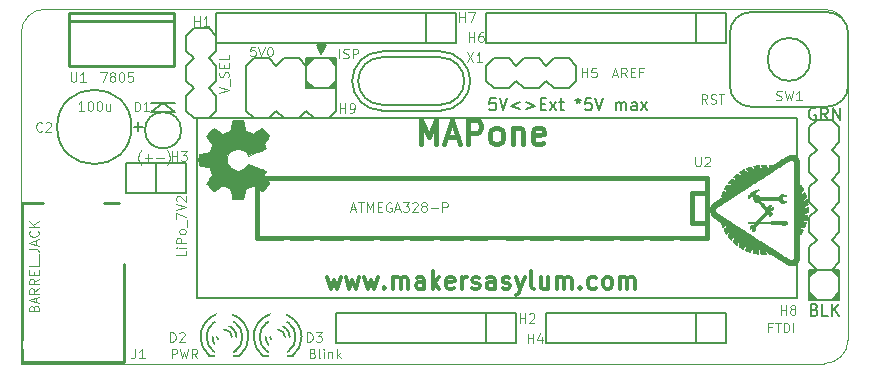
<source format=gto>
G04 #@! TF.FileFunction,Legend,Top*
%FSLAX46Y46*%
G04 Gerber Fmt 4.6, Leading zero omitted, Abs format (unit mm)*
G04 Created by KiCad (PCBNEW (2014-12-11 BZR 5320)-product) date Wed Dec 17 12:14:25 2014*
%MOMM*%
G01*
G04 APERTURE LIST*
%ADD10C,0.100000*%
%ADD11C,0.300000*%
%ADD12C,0.400000*%
%ADD13C,0.150000*%
%ADD14C,0.254000*%
%ADD15C,0.152400*%
%ADD16C,0.381000*%
%ADD17C,0.002540*%
%ADD18C,1.778000*%
%ADD19R,1.778000X1.778000*%
%ADD20C,3.048000*%
%ADD21R,4.572000X3.048000*%
%ADD22O,4.572000X3.048000*%
%ADD23O,3.048000X4.572000*%
%ADD24C,1.524000*%
%ADD25R,1.524000X1.524000*%
%ADD26O,1.574800X2.286000*%
%ADD27R,1.574800X2.286000*%
%ADD28C,1.905000*%
%ADD29C,1.501140*%
%ADD30R,1.501140X1.501140*%
G04 APERTURE END LIST*
D10*
X100000000Y-58000000D02*
X100000000Y-32000000D01*
X42344761Y-41963333D02*
X42382857Y-42001429D01*
X42459047Y-42115714D01*
X42497142Y-42191905D01*
X42535238Y-42306190D01*
X42573333Y-42496667D01*
X42573333Y-42649048D01*
X42535238Y-42839524D01*
X42497142Y-42953810D01*
X42459047Y-43030000D01*
X42382857Y-43144286D01*
X42344761Y-43182381D01*
X42040000Y-42572857D02*
X41430476Y-42572857D01*
X41049524Y-42572857D02*
X40440000Y-42572857D01*
X40744762Y-42268095D02*
X40744762Y-42877619D01*
X40135238Y-41963333D02*
X40097143Y-42001429D01*
X40020953Y-42115714D01*
X39982857Y-42191905D01*
X39944762Y-42306190D01*
X39906667Y-42496667D01*
X39906667Y-42649048D01*
X39944762Y-42839524D01*
X39982857Y-42953810D01*
X40020953Y-43030000D01*
X40097143Y-43144286D01*
X40135238Y-43182381D01*
X100000000Y-32000000D02*
G75*
G03X98000000Y-30000000I-2000000J0D01*
G01*
X98000000Y-60000000D02*
G75*
G03X100000000Y-58000000I0J2000000D01*
G01*
X32000000Y-30000000D02*
G75*
G03X30000000Y-32000000I0J-2000000D01*
G01*
D11*
X55892857Y-52678571D02*
X56178571Y-53678571D01*
X56464285Y-52964286D01*
X56750000Y-53678571D01*
X57035714Y-52678571D01*
X57464286Y-52678571D02*
X57750000Y-53678571D01*
X58035714Y-52964286D01*
X58321429Y-53678571D01*
X58607143Y-52678571D01*
X59035715Y-52678571D02*
X59321429Y-53678571D01*
X59607143Y-52964286D01*
X59892858Y-53678571D01*
X60178572Y-52678571D01*
X60750001Y-53535714D02*
X60821429Y-53607143D01*
X60750001Y-53678571D01*
X60678572Y-53607143D01*
X60750001Y-53535714D01*
X60750001Y-53678571D01*
X61464287Y-53678571D02*
X61464287Y-52678571D01*
X61464287Y-52821429D02*
X61535715Y-52750000D01*
X61678573Y-52678571D01*
X61892858Y-52678571D01*
X62035715Y-52750000D01*
X62107144Y-52892857D01*
X62107144Y-53678571D01*
X62107144Y-52892857D02*
X62178573Y-52750000D01*
X62321430Y-52678571D01*
X62535715Y-52678571D01*
X62678573Y-52750000D01*
X62750001Y-52892857D01*
X62750001Y-53678571D01*
X64107144Y-53678571D02*
X64107144Y-52892857D01*
X64035715Y-52750000D01*
X63892858Y-52678571D01*
X63607144Y-52678571D01*
X63464287Y-52750000D01*
X64107144Y-53607143D02*
X63964287Y-53678571D01*
X63607144Y-53678571D01*
X63464287Y-53607143D01*
X63392858Y-53464286D01*
X63392858Y-53321429D01*
X63464287Y-53178571D01*
X63607144Y-53107143D01*
X63964287Y-53107143D01*
X64107144Y-53035714D01*
X64821430Y-53678571D02*
X64821430Y-52178571D01*
X64964287Y-53107143D02*
X65392858Y-53678571D01*
X65392858Y-52678571D02*
X64821430Y-53250000D01*
X66607144Y-53607143D02*
X66464287Y-53678571D01*
X66178573Y-53678571D01*
X66035716Y-53607143D01*
X65964287Y-53464286D01*
X65964287Y-52892857D01*
X66035716Y-52750000D01*
X66178573Y-52678571D01*
X66464287Y-52678571D01*
X66607144Y-52750000D01*
X66678573Y-52892857D01*
X66678573Y-53035714D01*
X65964287Y-53178571D01*
X67321430Y-53678571D02*
X67321430Y-52678571D01*
X67321430Y-52964286D02*
X67392858Y-52821429D01*
X67464287Y-52750000D01*
X67607144Y-52678571D01*
X67750001Y-52678571D01*
X68178572Y-53607143D02*
X68321429Y-53678571D01*
X68607144Y-53678571D01*
X68750001Y-53607143D01*
X68821429Y-53464286D01*
X68821429Y-53392857D01*
X68750001Y-53250000D01*
X68607144Y-53178571D01*
X68392858Y-53178571D01*
X68250001Y-53107143D01*
X68178572Y-52964286D01*
X68178572Y-52892857D01*
X68250001Y-52750000D01*
X68392858Y-52678571D01*
X68607144Y-52678571D01*
X68750001Y-52750000D01*
X70107144Y-53678571D02*
X70107144Y-52892857D01*
X70035715Y-52750000D01*
X69892858Y-52678571D01*
X69607144Y-52678571D01*
X69464287Y-52750000D01*
X70107144Y-53607143D02*
X69964287Y-53678571D01*
X69607144Y-53678571D01*
X69464287Y-53607143D01*
X69392858Y-53464286D01*
X69392858Y-53321429D01*
X69464287Y-53178571D01*
X69607144Y-53107143D01*
X69964287Y-53107143D01*
X70107144Y-53035714D01*
X70750001Y-53607143D02*
X70892858Y-53678571D01*
X71178573Y-53678571D01*
X71321430Y-53607143D01*
X71392858Y-53464286D01*
X71392858Y-53392857D01*
X71321430Y-53250000D01*
X71178573Y-53178571D01*
X70964287Y-53178571D01*
X70821430Y-53107143D01*
X70750001Y-52964286D01*
X70750001Y-52892857D01*
X70821430Y-52750000D01*
X70964287Y-52678571D01*
X71178573Y-52678571D01*
X71321430Y-52750000D01*
X71892859Y-52678571D02*
X72250002Y-53678571D01*
X72607144Y-52678571D02*
X72250002Y-53678571D01*
X72107144Y-54035714D01*
X72035716Y-54107143D01*
X71892859Y-54178571D01*
X73392859Y-53678571D02*
X73250001Y-53607143D01*
X73178573Y-53464286D01*
X73178573Y-52178571D01*
X74607144Y-52678571D02*
X74607144Y-53678571D01*
X73964287Y-52678571D02*
X73964287Y-53464286D01*
X74035715Y-53607143D01*
X74178573Y-53678571D01*
X74392858Y-53678571D01*
X74535715Y-53607143D01*
X74607144Y-53535714D01*
X75321430Y-53678571D02*
X75321430Y-52678571D01*
X75321430Y-52821429D02*
X75392858Y-52750000D01*
X75535716Y-52678571D01*
X75750001Y-52678571D01*
X75892858Y-52750000D01*
X75964287Y-52892857D01*
X75964287Y-53678571D01*
X75964287Y-52892857D02*
X76035716Y-52750000D01*
X76178573Y-52678571D01*
X76392858Y-52678571D01*
X76535716Y-52750000D01*
X76607144Y-52892857D01*
X76607144Y-53678571D01*
X77321430Y-53535714D02*
X77392858Y-53607143D01*
X77321430Y-53678571D01*
X77250001Y-53607143D01*
X77321430Y-53535714D01*
X77321430Y-53678571D01*
X78678573Y-53607143D02*
X78535716Y-53678571D01*
X78250002Y-53678571D01*
X78107144Y-53607143D01*
X78035716Y-53535714D01*
X77964287Y-53392857D01*
X77964287Y-52964286D01*
X78035716Y-52821429D01*
X78107144Y-52750000D01*
X78250002Y-52678571D01*
X78535716Y-52678571D01*
X78678573Y-52750000D01*
X79535716Y-53678571D02*
X79392858Y-53607143D01*
X79321430Y-53535714D01*
X79250001Y-53392857D01*
X79250001Y-52964286D01*
X79321430Y-52821429D01*
X79392858Y-52750000D01*
X79535716Y-52678571D01*
X79750001Y-52678571D01*
X79892858Y-52750000D01*
X79964287Y-52821429D01*
X80035716Y-52964286D01*
X80035716Y-53392857D01*
X79964287Y-53535714D01*
X79892858Y-53607143D01*
X79750001Y-53678571D01*
X79535716Y-53678571D01*
X80678573Y-53678571D02*
X80678573Y-52678571D01*
X80678573Y-52821429D02*
X80750001Y-52750000D01*
X80892859Y-52678571D01*
X81107144Y-52678571D01*
X81250001Y-52750000D01*
X81321430Y-52892857D01*
X81321430Y-53678571D01*
X81321430Y-52892857D02*
X81392859Y-52750000D01*
X81535716Y-52678571D01*
X81750001Y-52678571D01*
X81892859Y-52750000D01*
X81964287Y-52892857D01*
X81964287Y-53678571D01*
D12*
X63809523Y-41404762D02*
X63809523Y-39404762D01*
X64476190Y-40833333D01*
X65142857Y-39404762D01*
X65142857Y-41404762D01*
X65999999Y-40833333D02*
X66952380Y-40833333D01*
X65809523Y-41404762D02*
X66476190Y-39404762D01*
X67142857Y-41404762D01*
X67809523Y-41404762D02*
X67809523Y-39404762D01*
X68571428Y-39404762D01*
X68761904Y-39500000D01*
X68857143Y-39595238D01*
X68952381Y-39785714D01*
X68952381Y-40071429D01*
X68857143Y-40261905D01*
X68761904Y-40357143D01*
X68571428Y-40452381D01*
X67809523Y-40452381D01*
X70095238Y-41404762D02*
X69904762Y-41309524D01*
X69809523Y-41214286D01*
X69714285Y-41023810D01*
X69714285Y-40452381D01*
X69809523Y-40261905D01*
X69904762Y-40166667D01*
X70095238Y-40071429D01*
X70380952Y-40071429D01*
X70571428Y-40166667D01*
X70666666Y-40261905D01*
X70761904Y-40452381D01*
X70761904Y-41023810D01*
X70666666Y-41214286D01*
X70571428Y-41309524D01*
X70380952Y-41404762D01*
X70095238Y-41404762D01*
X71619047Y-40071429D02*
X71619047Y-41404762D01*
X71619047Y-40261905D02*
X71714286Y-40166667D01*
X71904762Y-40071429D01*
X72190476Y-40071429D01*
X72380952Y-40166667D01*
X72476190Y-40357143D01*
X72476190Y-41404762D01*
X74190476Y-41309524D02*
X74000000Y-41404762D01*
X73619048Y-41404762D01*
X73428571Y-41309524D01*
X73333333Y-41119048D01*
X73333333Y-40357143D01*
X73428571Y-40166667D01*
X73619048Y-40071429D01*
X74000000Y-40071429D01*
X74190476Y-40166667D01*
X74285714Y-40357143D01*
X74285714Y-40547619D01*
X73333333Y-40738095D01*
D13*
X70157143Y-37552381D02*
X69680952Y-37552381D01*
X69633333Y-38028571D01*
X69680952Y-37980952D01*
X69776190Y-37933333D01*
X70014286Y-37933333D01*
X70109524Y-37980952D01*
X70157143Y-38028571D01*
X70204762Y-38123810D01*
X70204762Y-38361905D01*
X70157143Y-38457143D01*
X70109524Y-38504762D01*
X70014286Y-38552381D01*
X69776190Y-38552381D01*
X69680952Y-38504762D01*
X69633333Y-38457143D01*
X70490476Y-37552381D02*
X70823809Y-38552381D01*
X71157143Y-37552381D01*
X72252381Y-37885714D02*
X71490476Y-38171429D01*
X72252381Y-38457143D01*
X72728571Y-37885714D02*
X73490476Y-38171429D01*
X72728571Y-38457143D01*
X73966666Y-38028571D02*
X74300000Y-38028571D01*
X74442857Y-38552381D02*
X73966666Y-38552381D01*
X73966666Y-37552381D01*
X74442857Y-37552381D01*
X74776190Y-38552381D02*
X75300000Y-37885714D01*
X74776190Y-37885714D02*
X75300000Y-38552381D01*
X75538095Y-37885714D02*
X75919047Y-37885714D01*
X75680952Y-37552381D02*
X75680952Y-38409524D01*
X75728571Y-38504762D01*
X75823809Y-38552381D01*
X75919047Y-38552381D01*
X77157143Y-37552381D02*
X77157143Y-37790476D01*
X76919048Y-37695238D02*
X77157143Y-37790476D01*
X77395239Y-37695238D01*
X77014286Y-37980952D02*
X77157143Y-37790476D01*
X77300001Y-37980952D01*
X78252382Y-37552381D02*
X77776191Y-37552381D01*
X77728572Y-38028571D01*
X77776191Y-37980952D01*
X77871429Y-37933333D01*
X78109525Y-37933333D01*
X78204763Y-37980952D01*
X78252382Y-38028571D01*
X78300001Y-38123810D01*
X78300001Y-38361905D01*
X78252382Y-38457143D01*
X78204763Y-38504762D01*
X78109525Y-38552381D01*
X77871429Y-38552381D01*
X77776191Y-38504762D01*
X77728572Y-38457143D01*
X78585715Y-37552381D02*
X78919048Y-38552381D01*
X79252382Y-37552381D01*
X80347620Y-38552381D02*
X80347620Y-37885714D01*
X80347620Y-37980952D02*
X80395239Y-37933333D01*
X80490477Y-37885714D01*
X80633335Y-37885714D01*
X80728573Y-37933333D01*
X80776192Y-38028571D01*
X80776192Y-38552381D01*
X80776192Y-38028571D02*
X80823811Y-37933333D01*
X80919049Y-37885714D01*
X81061906Y-37885714D01*
X81157144Y-37933333D01*
X81204763Y-38028571D01*
X81204763Y-38552381D01*
X82109525Y-38552381D02*
X82109525Y-38028571D01*
X82061906Y-37933333D01*
X81966668Y-37885714D01*
X81776191Y-37885714D01*
X81680953Y-37933333D01*
X82109525Y-38504762D02*
X82014287Y-38552381D01*
X81776191Y-38552381D01*
X81680953Y-38504762D01*
X81633334Y-38409524D01*
X81633334Y-38314286D01*
X81680953Y-38219048D01*
X81776191Y-38171429D01*
X82014287Y-38171429D01*
X82109525Y-38123810D01*
X82490477Y-38552381D02*
X83014287Y-37885714D01*
X82490477Y-37885714D02*
X83014287Y-38552381D01*
D10*
X30000000Y-60000000D02*
X30000000Y-32000000D01*
X98000000Y-60000000D02*
X30000000Y-60000000D01*
X32000000Y-30000000D02*
X98000000Y-30000000D01*
D14*
X34055000Y-30965000D02*
X34055000Y-30330000D01*
X34055000Y-30330000D02*
X42945000Y-30330000D01*
X42945000Y-30330000D02*
X42945000Y-30965000D01*
X34055000Y-34775000D02*
X34055000Y-30965000D01*
X34055000Y-30965000D02*
X42945000Y-30965000D01*
X42945000Y-30965000D02*
X42945000Y-34775000D01*
X42945000Y-34775000D02*
X34055000Y-34775000D01*
D15*
X91750000Y-30250000D02*
G75*
G03X90000000Y-32000000I0J-1750000D01*
G01*
X90000000Y-36500000D02*
X90000000Y-32000000D01*
X90000000Y-36500000D02*
G75*
G03X91750000Y-38250000I1750000J0D01*
G01*
X98250000Y-38250000D02*
X91750000Y-38250000D01*
X100000000Y-32000000D02*
X100000000Y-36500000D01*
X91750000Y-30250000D02*
X98250000Y-30250000D01*
X100000000Y-32000000D02*
G75*
G03X98250000Y-30250000I-1750000J0D01*
G01*
X98250000Y-38250000D02*
G75*
G03X100000000Y-36500000I0J1750000D01*
G01*
X96816100Y-34250000D02*
G75*
G03X96816100Y-34250000I-1816100J0D01*
G01*
D14*
X38718000Y-56064000D02*
X38718000Y-51568200D01*
X38718000Y-59874000D02*
X38718000Y-56064000D01*
X38286200Y-46412000D02*
X36965400Y-46412000D01*
X30082000Y-46412000D02*
X31834600Y-46412000D01*
X30082000Y-59112000D02*
X30082000Y-59874000D01*
X30082000Y-59874000D02*
X38718000Y-59874000D01*
X30082000Y-59112000D02*
X30082000Y-46412000D01*
D15*
X55654000Y-32997000D02*
X55654000Y-33251000D01*
X55146000Y-32997000D02*
X55146000Y-33251000D01*
X55527000Y-32997000D02*
X55527000Y-33505000D01*
X55273000Y-32997000D02*
X55273000Y-33505000D01*
X55400000Y-33759000D02*
X55400000Y-32997000D01*
X55400000Y-33759000D02*
X55781000Y-32997000D01*
X55781000Y-32997000D02*
X55019000Y-32997000D01*
X55019000Y-32997000D02*
X55400000Y-33759000D01*
X54511000Y-36680000D02*
X54511000Y-36426000D01*
X54384000Y-36680000D02*
X54384000Y-36299000D01*
X54257000Y-36680000D02*
X54257000Y-36172000D01*
X56289000Y-36680000D02*
X56289000Y-36426000D01*
X56416000Y-36680000D02*
X56416000Y-36299000D01*
X56543000Y-36680000D02*
X56543000Y-36172000D01*
X56289000Y-34140000D02*
X56289000Y-34394000D01*
X56416000Y-34140000D02*
X56416000Y-34521000D01*
X56543000Y-34140000D02*
X56543000Y-34648000D01*
X54511000Y-34140000D02*
X54511000Y-34394000D01*
X54384000Y-34140000D02*
X54384000Y-34521000D01*
X54257000Y-34140000D02*
X54257000Y-34648000D01*
X54130000Y-36045000D02*
X54765000Y-36680000D01*
X56035000Y-36680000D02*
X56670000Y-36045000D01*
X54130000Y-36680000D02*
X54765000Y-36680000D01*
X54765000Y-36680000D02*
X56035000Y-36680000D01*
X56035000Y-36680000D02*
X56670000Y-36680000D01*
X54130000Y-36680000D02*
X54130000Y-36045000D01*
X54130000Y-36045000D02*
X54130000Y-34775000D01*
X56035000Y-34140000D02*
X56670000Y-34140000D01*
X56670000Y-34140000D02*
X56670000Y-34775000D01*
X54130000Y-34775000D02*
X54130000Y-34140000D01*
X54130000Y-34140000D02*
X54765000Y-34140000D01*
X50955000Y-39220000D02*
X49685000Y-39220000D01*
X53495000Y-39220000D02*
X52225000Y-39220000D01*
X56035000Y-39220000D02*
X54765000Y-39220000D01*
X56670000Y-34775000D02*
X56670000Y-38585000D01*
X54765000Y-34140000D02*
X56035000Y-34140000D01*
X52225000Y-34140000D02*
X53495000Y-34140000D01*
X49685000Y-34140000D02*
X50955000Y-34140000D01*
X49050000Y-38585000D02*
X49050000Y-34775000D01*
X56035000Y-34140000D02*
X56670000Y-34775000D01*
X53495000Y-34140000D02*
X54130000Y-34775000D01*
X54130000Y-34775000D02*
X54765000Y-34140000D01*
X50955000Y-34140000D02*
X51590000Y-34775000D01*
X51590000Y-34775000D02*
X52225000Y-34140000D01*
X49050000Y-34775000D02*
X49685000Y-34140000D01*
X49685000Y-39220000D02*
X49050000Y-38585000D01*
X52225000Y-39220000D02*
X51590000Y-38585000D01*
X51590000Y-38585000D02*
X50955000Y-39220000D01*
X54765000Y-39220000D02*
X54130000Y-38585000D01*
X54130000Y-38585000D02*
X53495000Y-39220000D01*
X56670000Y-38585000D02*
X56035000Y-39220000D01*
D13*
X64290000Y-30330000D02*
X46510000Y-30330000D01*
X46510000Y-30330000D02*
X46510000Y-32870000D01*
X46510000Y-32870000D02*
X64290000Y-32870000D01*
X66830000Y-30330000D02*
X64290000Y-30330000D01*
X64290000Y-30330000D02*
X64290000Y-32870000D01*
X66830000Y-30330000D02*
X66830000Y-32870000D01*
X66830000Y-32870000D02*
X64290000Y-32870000D01*
X87150000Y-30330000D02*
X69370000Y-30330000D01*
X69370000Y-30330000D02*
X69370000Y-32870000D01*
X69370000Y-32870000D02*
X87150000Y-32870000D01*
X89690000Y-30330000D02*
X87150000Y-30330000D01*
X87150000Y-30330000D02*
X87150000Y-32870000D01*
X89690000Y-30330000D02*
X89690000Y-32870000D01*
X89690000Y-32870000D02*
X87150000Y-32870000D01*
X87150000Y-55730000D02*
X74450000Y-55730000D01*
X74450000Y-55730000D02*
X74450000Y-58270000D01*
X74450000Y-58270000D02*
X87150000Y-58270000D01*
X89690000Y-55730000D02*
X87150000Y-55730000D01*
X87150000Y-55730000D02*
X87150000Y-58270000D01*
X89690000Y-55730000D02*
X89690000Y-58270000D01*
X89690000Y-58270000D02*
X87150000Y-58270000D01*
X69370000Y-55730000D02*
X56670000Y-55730000D01*
X56670000Y-55730000D02*
X56670000Y-58270000D01*
X56670000Y-58270000D02*
X69370000Y-58270000D01*
X71910000Y-55730000D02*
X69370000Y-55730000D01*
X69370000Y-55730000D02*
X69370000Y-58270000D01*
X71910000Y-55730000D02*
X71910000Y-58270000D01*
X71910000Y-58270000D02*
X69370000Y-58270000D01*
D15*
X45865000Y-39220000D02*
X44595000Y-39220000D01*
X45865000Y-31600000D02*
X44595000Y-31600000D01*
X43960000Y-33505000D02*
X43960000Y-32235000D01*
X43960000Y-36045000D02*
X43960000Y-34775000D01*
X43960000Y-38585000D02*
X43960000Y-37315000D01*
X46500000Y-37315000D02*
X46500000Y-38585000D01*
X46500000Y-34775000D02*
X46500000Y-36045000D01*
X46500000Y-32235000D02*
X46500000Y-33505000D01*
X46500000Y-38585000D02*
X45865000Y-39220000D01*
X46500000Y-36045000D02*
X45865000Y-36680000D01*
X45865000Y-36680000D02*
X46500000Y-37315000D01*
X46500000Y-33505000D02*
X45865000Y-34140000D01*
X45865000Y-34140000D02*
X46500000Y-34775000D01*
X45865000Y-31600000D02*
X46500000Y-32235000D01*
X43960000Y-32235000D02*
X44595000Y-31600000D01*
X43960000Y-34775000D02*
X44595000Y-34140000D01*
X44595000Y-34140000D02*
X43960000Y-33505000D01*
X43960000Y-37315000D02*
X44595000Y-36680000D01*
X44595000Y-36680000D02*
X43960000Y-36045000D01*
X44595000Y-39220000D02*
X43960000Y-38585000D01*
D13*
X50430000Y-59328800D02*
X52970000Y-59328800D01*
X52675527Y-56583136D02*
G75*
G03X51700000Y-56230000I-975527J-1170864D01*
G01*
X51699531Y-56231889D02*
G75*
G03X50689080Y-56616080I469J-1522111D01*
G01*
X51700034Y-59276147D02*
G75*
G03X52690600Y-58909700I-34J1522147D01*
G01*
X50724473Y-58924864D02*
G75*
G03X51700000Y-59278000I975527J1170864D01*
G01*
X52587155Y-58993166D02*
G75*
G03X53224000Y-57754000I-887155J1239166D01*
G01*
X53224000Y-57753199D02*
G75*
G03X52614400Y-56534800I-1524000J-801D01*
G01*
X50177794Y-57754442D02*
G75*
G03X50765280Y-58955420I1522206J442D01*
G01*
X50763829Y-56551436D02*
G75*
G03X50176000Y-57754000I936171J-1202564D01*
G01*
X52335000Y-57754000D02*
G75*
G03X51700000Y-57119000I-635000J0D01*
G01*
X52716000Y-57754000D02*
G75*
G03X51700000Y-56738000I-1016000J0D01*
G01*
X51065000Y-57754000D02*
G75*
G03X51700000Y-58389000I635000J0D01*
G01*
X50684000Y-57754000D02*
G75*
G03X51700000Y-58770000I1016000J0D01*
G01*
X53003426Y-59312880D02*
G75*
G03X53732000Y-57754000I-1303426J1558880D01*
G01*
X53729460Y-57753025D02*
G75*
G03X52655040Y-55963300I-2029460J-975D01*
G01*
X49670614Y-57756552D02*
G75*
G03X50389360Y-59303400I2029386J2552D01*
G01*
X50690149Y-55990701D02*
G75*
G03X49668000Y-57754000I1009851J-1763299D01*
G01*
X52663347Y-55964870D02*
G75*
G03X51700000Y-55722000I-963347J-1789130D01*
G01*
X51699900Y-55723077D02*
G75*
G03X50635740Y-56024260I100J-2030923D01*
G01*
X45930000Y-59328800D02*
X48470000Y-59328800D01*
X48175527Y-56583136D02*
G75*
G03X47200000Y-56230000I-975527J-1170864D01*
G01*
X47199531Y-56231889D02*
G75*
G03X46189080Y-56616080I469J-1522111D01*
G01*
X47200034Y-59276147D02*
G75*
G03X48190600Y-58909700I-34J1522147D01*
G01*
X46224473Y-58924864D02*
G75*
G03X47200000Y-59278000I975527J1170864D01*
G01*
X48087155Y-58993166D02*
G75*
G03X48724000Y-57754000I-887155J1239166D01*
G01*
X48724000Y-57753199D02*
G75*
G03X48114400Y-56534800I-1524000J-801D01*
G01*
X45677794Y-57754442D02*
G75*
G03X46265280Y-58955420I1522206J442D01*
G01*
X46263829Y-56551436D02*
G75*
G03X45676000Y-57754000I936171J-1202564D01*
G01*
X47835000Y-57754000D02*
G75*
G03X47200000Y-57119000I-635000J0D01*
G01*
X48216000Y-57754000D02*
G75*
G03X47200000Y-56738000I-1016000J0D01*
G01*
X46565000Y-57754000D02*
G75*
G03X47200000Y-58389000I635000J0D01*
G01*
X46184000Y-57754000D02*
G75*
G03X47200000Y-58770000I1016000J0D01*
G01*
X48503426Y-59312880D02*
G75*
G03X49232000Y-57754000I-1303426J1558880D01*
G01*
X49229460Y-57753025D02*
G75*
G03X48155040Y-55963300I-2029460J-975D01*
G01*
X45170614Y-57756552D02*
G75*
G03X45889360Y-59303400I2029386J2552D01*
G01*
X46190149Y-55990701D02*
G75*
G03X45168000Y-57754000I1009851J-1763299D01*
G01*
X48163347Y-55964870D02*
G75*
G03X47200000Y-55722000I-963347J-1789130D01*
G01*
X47199900Y-55723077D02*
G75*
G03X46135740Y-56024260I100J-2030923D01*
G01*
X95670000Y-46800000D02*
X95670000Y-39180000D01*
X95670000Y-39180000D02*
X44870000Y-39180000D01*
X44870000Y-39180000D02*
X44870000Y-54420000D01*
X44870000Y-54420000D02*
X95670000Y-54420000D01*
X95670000Y-46800000D02*
X95670000Y-54420000D01*
D16*
X88050000Y-49340000D02*
X49950000Y-49340000D01*
X49950000Y-49340000D02*
X49950000Y-44260000D01*
X49950000Y-44260000D02*
X88050000Y-44260000D01*
X88050000Y-44260000D02*
X88050000Y-49340000D01*
X88050000Y-48070000D02*
X86780000Y-48070000D01*
X86780000Y-48070000D02*
X86780000Y-45530000D01*
X86780000Y-45530000D02*
X88050000Y-45530000D01*
D15*
X96793500Y-52461000D02*
X96920500Y-52461000D01*
X96793500Y-52334000D02*
X97047500Y-52334000D01*
X96793500Y-52207000D02*
X97174500Y-52207000D01*
X96793500Y-54239000D02*
X96920500Y-54239000D01*
X96793500Y-54366000D02*
X97047500Y-54366000D01*
X96793500Y-54493000D02*
X97174500Y-54493000D01*
X99206500Y-54239000D02*
X99079500Y-54239000D01*
X99206500Y-54366000D02*
X98952500Y-54366000D01*
X99206500Y-54493000D02*
X98825500Y-54493000D01*
X99206500Y-52461000D02*
X99079500Y-52461000D01*
X99206500Y-52334000D02*
X99016000Y-52334000D01*
X99206500Y-52207000D02*
X98825500Y-52207000D01*
X96730000Y-52715000D02*
X96730000Y-52143500D01*
X96730000Y-52143500D02*
X96730000Y-52080000D01*
X96730000Y-52080000D02*
X97301500Y-52080000D01*
X97365000Y-54620000D02*
X96730000Y-54620000D01*
X96730000Y-54620000D02*
X96730000Y-53985000D01*
X98635000Y-52080000D02*
X99270000Y-52080000D01*
X99270000Y-52080000D02*
X99270000Y-52715000D01*
X98635000Y-54620000D02*
X99270000Y-54620000D01*
X99270000Y-54620000D02*
X99270000Y-53985000D01*
X97365000Y-52080000D02*
X98635000Y-52080000D01*
X97365000Y-54620000D02*
X98635000Y-54620000D01*
X98635000Y-54620000D02*
X99270000Y-53985000D01*
X99270000Y-53985000D02*
X99270000Y-52715000D01*
X99270000Y-52715000D02*
X98635000Y-52080000D01*
X98635000Y-52080000D02*
X99270000Y-51445000D01*
X99270000Y-51445000D02*
X99270000Y-50175000D01*
X99270000Y-50175000D02*
X98635000Y-49540000D01*
X98635000Y-49540000D02*
X99270000Y-48905000D01*
X99270000Y-48905000D02*
X99270000Y-47635000D01*
X99270000Y-47635000D02*
X98635000Y-47000000D01*
X98635000Y-47000000D02*
X99270000Y-46365000D01*
X99270000Y-46365000D02*
X99270000Y-45095000D01*
X99270000Y-45095000D02*
X98635000Y-44460000D01*
X98635000Y-44460000D02*
X99270000Y-43825000D01*
X99270000Y-43825000D02*
X99270000Y-42555000D01*
X99270000Y-42555000D02*
X98635000Y-41920000D01*
X98635000Y-41920000D02*
X99270000Y-41285000D01*
X99270000Y-41285000D02*
X99270000Y-40015000D01*
X99270000Y-40015000D02*
X98635000Y-39380000D01*
X98635000Y-39380000D02*
X97365000Y-39380000D01*
X97365000Y-39380000D02*
X96730000Y-40015000D01*
X96730000Y-40015000D02*
X96730000Y-41285000D01*
X96730000Y-41285000D02*
X97365000Y-41920000D01*
X97365000Y-41920000D02*
X96730000Y-42555000D01*
X96730000Y-42555000D02*
X96730000Y-43825000D01*
X96730000Y-43825000D02*
X97365000Y-44460000D01*
X97365000Y-44460000D02*
X96730000Y-45095000D01*
X96730000Y-45095000D02*
X96730000Y-46365000D01*
X96730000Y-46365000D02*
X97365000Y-47000000D01*
X97365000Y-47000000D02*
X96730000Y-47635000D01*
X96730000Y-47635000D02*
X96730000Y-48905000D01*
X96730000Y-48905000D02*
X97365000Y-49540000D01*
X97365000Y-49540000D02*
X96730000Y-50175000D01*
X96730000Y-50175000D02*
X96730000Y-51445000D01*
X96730000Y-51445000D02*
X97365000Y-52080000D01*
X97365000Y-52080000D02*
X96730000Y-52715000D01*
X96730000Y-52715000D02*
X96730000Y-53985000D01*
X96730000Y-53985000D02*
X97365000Y-54620000D01*
D13*
X60510000Y-38580000D02*
X65510000Y-38580000D01*
X65510000Y-38080000D02*
X60510000Y-38080000D01*
X60510000Y-33580000D02*
X65510000Y-33580000D01*
X65510000Y-34080000D02*
X60510000Y-34080000D01*
X68010000Y-36080000D02*
G75*
G03X65510000Y-33580000I-2500000J0D01*
G01*
X65510000Y-38580000D02*
G75*
G03X68010000Y-36080000I0J2500000D01*
G01*
X60510000Y-33580000D02*
G75*
G03X58010000Y-36080000I0J-2500000D01*
G01*
X58010000Y-36080000D02*
G75*
G03X60510000Y-38580000I2500000J0D01*
G01*
X60510000Y-34080000D02*
G75*
G03X58510000Y-36080000I0J-2000000D01*
G01*
X58510000Y-36080000D02*
G75*
G03X60510000Y-38080000I2000000J0D01*
G01*
X67510000Y-36080000D02*
G75*
G03X65510000Y-34080000I-2000000J0D01*
G01*
X65510000Y-38080000D02*
G75*
G03X67510000Y-36080000I0J2000000D01*
G01*
X43534547Y-40250000D02*
G75*
G03X43534547Y-40250000I-1534547J0D01*
G01*
X40984000Y-38726000D02*
X43016000Y-38726000D01*
X42000000Y-37964000D02*
X43016000Y-38726000D01*
X40984000Y-38726000D02*
X42000000Y-37964000D01*
X40984000Y-37964000D02*
X43016000Y-37964000D01*
D15*
X76990000Y-34775000D02*
X76990000Y-36045000D01*
X69370000Y-34775000D02*
X69370000Y-36045000D01*
X71275000Y-36680000D02*
X70005000Y-36680000D01*
X73815000Y-36680000D02*
X72545000Y-36680000D01*
X76355000Y-36680000D02*
X75085000Y-36680000D01*
X75085000Y-34140000D02*
X76355000Y-34140000D01*
X72545000Y-34140000D02*
X73815000Y-34140000D01*
X70005000Y-34140000D02*
X71275000Y-34140000D01*
X76355000Y-34140000D02*
X76990000Y-34775000D01*
X73815000Y-34140000D02*
X74450000Y-34775000D01*
X74450000Y-34775000D02*
X75085000Y-34140000D01*
X71275000Y-34140000D02*
X71910000Y-34775000D01*
X71910000Y-34775000D02*
X72545000Y-34140000D01*
X69370000Y-34775000D02*
X70005000Y-34140000D01*
X70005000Y-36680000D02*
X69370000Y-36045000D01*
X72545000Y-36680000D02*
X71910000Y-36045000D01*
X71910000Y-36045000D02*
X71275000Y-36680000D01*
X75085000Y-36680000D02*
X74450000Y-36045000D01*
X74450000Y-36045000D02*
X73815000Y-36680000D01*
X76990000Y-36045000D02*
X76355000Y-36680000D01*
D10*
G36*
X95264956Y-42319217D02*
X95319615Y-42320827D01*
X95368527Y-42325398D01*
X95401456Y-42331412D01*
X95484012Y-42358590D01*
X95559183Y-42397635D01*
X95626753Y-42448261D01*
X95686509Y-42510184D01*
X95738235Y-42583118D01*
X95781717Y-42666777D01*
X95816742Y-42760875D01*
X95817396Y-42763466D01*
X95176792Y-42763466D01*
X95151491Y-42765926D01*
X95126656Y-42770268D01*
X95098109Y-42776733D01*
X95069582Y-42785561D01*
X95039378Y-42797613D01*
X95005795Y-42813752D01*
X94967135Y-42834842D01*
X94921698Y-42861746D01*
X94867783Y-42895326D01*
X94819551Y-42926193D01*
X94776327Y-42954076D01*
X94735052Y-42980694D01*
X94697841Y-43004685D01*
X94666804Y-43024686D01*
X94644056Y-43039337D01*
X94634305Y-43045608D01*
X94619191Y-43055324D01*
X94594112Y-43071458D01*
X94560966Y-43092786D01*
X94521654Y-43118086D01*
X94478074Y-43146137D01*
X94432127Y-43175715D01*
X94426167Y-43179552D01*
X94379358Y-43209681D01*
X94334046Y-43238836D01*
X94292268Y-43265707D01*
X94256065Y-43288981D01*
X94227475Y-43307348D01*
X94208537Y-43319496D01*
X94207444Y-43320196D01*
X94175083Y-43340931D01*
X94132522Y-43368230D01*
X94081428Y-43401022D01*
X94023468Y-43438236D01*
X93960309Y-43478801D01*
X93893619Y-43521646D01*
X93825064Y-43565699D01*
X93756311Y-43609890D01*
X93689028Y-43653148D01*
X93624882Y-43694400D01*
X93565539Y-43732577D01*
X93520600Y-43761500D01*
X93467000Y-43795999D01*
X93413367Y-43830504D01*
X93361801Y-43863668D01*
X93314399Y-43894141D01*
X93273262Y-43920573D01*
X93240487Y-43941615D01*
X93224292Y-43952000D01*
X93184744Y-43977395D01*
X93140535Y-44005872D01*
X93097450Y-44033701D01*
X93065653Y-44054306D01*
X93029368Y-44077837D01*
X92990291Y-44103127D01*
X92953667Y-44126783D01*
X92930010Y-44142025D01*
X92898970Y-44162041D01*
X92867169Y-44182632D01*
X92839870Y-44200388D01*
X92831357Y-44205954D01*
X92809638Y-44219883D01*
X92791608Y-44230904D01*
X92781968Y-44236224D01*
X92773344Y-44241276D01*
X92754703Y-44252942D01*
X92727820Y-44270087D01*
X92694468Y-44291572D01*
X92656423Y-44316264D01*
X92630528Y-44333162D01*
X92586587Y-44361858D01*
X92542675Y-44390471D01*
X92501464Y-44417266D01*
X92465626Y-44440505D01*
X92437832Y-44458453D01*
X92429444Y-44463840D01*
X92377070Y-44497407D01*
X92314197Y-44537745D01*
X92242184Y-44583980D01*
X92162392Y-44635237D01*
X92076183Y-44690641D01*
X91984916Y-44749319D01*
X91889953Y-44810395D01*
X91792654Y-44872995D01*
X91694379Y-44936245D01*
X91688611Y-44939958D01*
X91630892Y-44977106D01*
X91564425Y-45019871D01*
X91492338Y-45066241D01*
X91417755Y-45114206D01*
X91343802Y-45161757D01*
X91273605Y-45206883D01*
X91222944Y-45239442D01*
X91156783Y-45281960D01*
X91086031Y-45327430D01*
X91012383Y-45374765D01*
X90937534Y-45422873D01*
X90863180Y-45470667D01*
X90791015Y-45517054D01*
X90722735Y-45560948D01*
X90660035Y-45601256D01*
X90604609Y-45636891D01*
X90558154Y-45666761D01*
X90531500Y-45683903D01*
X90513840Y-45695265D01*
X90486262Y-45713013D01*
X90450709Y-45735897D01*
X90409126Y-45762664D01*
X90363460Y-45792062D01*
X90315654Y-45822838D01*
X90302194Y-45831504D01*
X90226165Y-45880447D01*
X90146382Y-45931795D01*
X90063933Y-45984847D01*
X89979906Y-46038907D01*
X89895388Y-46093273D01*
X89811466Y-46147247D01*
X89729228Y-46200130D01*
X89649761Y-46251223D01*
X89574153Y-46299826D01*
X89503490Y-46345241D01*
X89438861Y-46386769D01*
X89381353Y-46423710D01*
X89332053Y-46455364D01*
X89292048Y-46481034D01*
X89262427Y-46500020D01*
X89254444Y-46505129D01*
X89225755Y-46523478D01*
X89198671Y-46540800D01*
X89177275Y-46554484D01*
X89169778Y-46559278D01*
X89095337Y-46607168D01*
X89032484Y-46648239D01*
X88980667Y-46682867D01*
X88939338Y-46711429D01*
X88907943Y-46734302D01*
X88885934Y-46751864D01*
X88878080Y-46758960D01*
X88828678Y-46814730D01*
X88792482Y-46873991D01*
X88769743Y-46936206D01*
X88760712Y-47000839D01*
X88760555Y-47010696D01*
X88761602Y-47043986D01*
X88765577Y-47072101D01*
X88773737Y-47099885D01*
X88787337Y-47132185D01*
X88797579Y-47153607D01*
X88809099Y-47175497D01*
X88821961Y-47196037D01*
X88837199Y-47216063D01*
X88855850Y-47236409D01*
X88878948Y-47257909D01*
X88907527Y-47281397D01*
X88942624Y-47307709D01*
X88985272Y-47337677D01*
X89036507Y-47372138D01*
X89097364Y-47411924D01*
X89168879Y-47457871D01*
X89198201Y-47476571D01*
X89236733Y-47501168D01*
X89283659Y-47531220D01*
X89335530Y-47564514D01*
X89388898Y-47598833D01*
X89440311Y-47631963D01*
X89460849Y-47645221D01*
X89502764Y-47672272D01*
X89554058Y-47705339D01*
X89612234Y-47742814D01*
X89674795Y-47783092D01*
X89739247Y-47824563D01*
X89803091Y-47865622D01*
X89861420Y-47903111D01*
X89914382Y-47937141D01*
X89966008Y-47970315D01*
X90017380Y-48003330D01*
X90069580Y-48036882D01*
X90123690Y-48071665D01*
X90180793Y-48108377D01*
X90241970Y-48147713D01*
X90308304Y-48190368D01*
X90380876Y-48237039D01*
X90460769Y-48288421D01*
X90549065Y-48345209D01*
X90646845Y-48408101D01*
X90755193Y-48477790D01*
X90778444Y-48492746D01*
X90843514Y-48534600D01*
X90916859Y-48581775D01*
X90994884Y-48631961D01*
X91073996Y-48682845D01*
X91150601Y-48732117D01*
X91221105Y-48777464D01*
X91254694Y-48799068D01*
X91316216Y-48838641D01*
X91381988Y-48880952D01*
X91449215Y-48924204D01*
X91515105Y-48966599D01*
X91576864Y-49006341D01*
X91631698Y-49041632D01*
X91667444Y-49064642D01*
X91714250Y-49094762D01*
X91759560Y-49123897D01*
X91801336Y-49150738D01*
X91837539Y-49173975D01*
X91866129Y-49192300D01*
X91885069Y-49204402D01*
X91886167Y-49205101D01*
X91903072Y-49215907D01*
X91930073Y-49233231D01*
X91965405Y-49255938D01*
X92007306Y-49282894D01*
X92054015Y-49312966D01*
X92103767Y-49345019D01*
X92140167Y-49368484D01*
X92216625Y-49417764D01*
X92302050Y-49472787D01*
X92393527Y-49531679D01*
X92488144Y-49592567D01*
X92582987Y-49653574D01*
X92675145Y-49712829D01*
X92761705Y-49768455D01*
X92806917Y-49797495D01*
X92827361Y-49810649D01*
X92857596Y-49830136D01*
X92895562Y-49854625D01*
X92939198Y-49882789D01*
X92986447Y-49913299D01*
X93035247Y-49944824D01*
X93048238Y-49953219D01*
X93095354Y-49983642D01*
X93139911Y-50012364D01*
X93180181Y-50038277D01*
X93214439Y-50060271D01*
X93240958Y-50077236D01*
X93258011Y-50088063D01*
X93261643Y-50090333D01*
X93280118Y-50101903D01*
X93306221Y-50118437D01*
X93335723Y-50137251D01*
X93351932Y-50147640D01*
X93427945Y-50196475D01*
X93512663Y-50250926D01*
X93602932Y-50308966D01*
X93695598Y-50368566D01*
X93787506Y-50427696D01*
X93875502Y-50484328D01*
X93956431Y-50536433D01*
X93956972Y-50536781D01*
X94005412Y-50567973D01*
X94051050Y-50597355D01*
X94092273Y-50623889D01*
X94127464Y-50646534D01*
X94155010Y-50664253D01*
X94173295Y-50676005D01*
X94179222Y-50679806D01*
X94192348Y-50688238D01*
X94217072Y-50704157D01*
X94253136Y-50727398D01*
X94300282Y-50757793D01*
X94358253Y-50795177D01*
X94426792Y-50839384D01*
X94505639Y-50890248D01*
X94594539Y-50947602D01*
X94627250Y-50968706D01*
X94708119Y-51020776D01*
X94780378Y-51067079D01*
X94843515Y-51107295D01*
X94897020Y-51141100D01*
X94940383Y-51168172D01*
X94973092Y-51188189D01*
X94994637Y-51200828D01*
X94997667Y-51202499D01*
X95056178Y-51229476D01*
X95112971Y-51245189D01*
X95172822Y-51250899D01*
X95181111Y-51250972D01*
X95213643Y-51250271D01*
X95237607Y-51247434D01*
X95258508Y-51241362D01*
X95281849Y-51230955D01*
X95282208Y-51230779D01*
X95308277Y-51216121D01*
X95332622Y-51199370D01*
X95345708Y-51188191D01*
X95368220Y-51160179D01*
X95390328Y-51123194D01*
X95409439Y-51082200D01*
X95422961Y-51042165D01*
X95423918Y-51038360D01*
X95424696Y-51028114D01*
X95425449Y-51004245D01*
X95426176Y-50967241D01*
X95426877Y-50917591D01*
X95427551Y-50855782D01*
X95428199Y-50782303D01*
X95428821Y-50697642D01*
X95429416Y-50602286D01*
X95429985Y-50496725D01*
X95430528Y-50381446D01*
X95431044Y-50256937D01*
X95431533Y-50123687D01*
X95431996Y-49982183D01*
X95432433Y-49832914D01*
X95432842Y-49676368D01*
X95433225Y-49513034D01*
X95433581Y-49343398D01*
X95433911Y-49167950D01*
X95434213Y-48987177D01*
X95434489Y-48801568D01*
X95434737Y-48611611D01*
X95434959Y-48417794D01*
X95435153Y-48220605D01*
X95435320Y-48020532D01*
X95435461Y-47818064D01*
X95435574Y-47613688D01*
X95435659Y-47407893D01*
X95435718Y-47201166D01*
X95435749Y-46993997D01*
X95435753Y-46786873D01*
X95435729Y-46580282D01*
X95435678Y-46374712D01*
X95435599Y-46170653D01*
X95435493Y-45968590D01*
X95435359Y-45769014D01*
X95435197Y-45572412D01*
X95435008Y-45379271D01*
X95434791Y-45190081D01*
X95434546Y-45005330D01*
X95434273Y-44825505D01*
X95433972Y-44651095D01*
X95433644Y-44482587D01*
X95433287Y-44320471D01*
X95432902Y-44165234D01*
X95432489Y-44017364D01*
X95432048Y-43877350D01*
X95431579Y-43745679D01*
X95431082Y-43622840D01*
X95430556Y-43509321D01*
X95430002Y-43405610D01*
X95429420Y-43312195D01*
X95428809Y-43229564D01*
X95428170Y-43158206D01*
X95427502Y-43098609D01*
X95426806Y-43051260D01*
X95426081Y-43016648D01*
X95425327Y-42995261D01*
X95424696Y-42987971D01*
X95404428Y-42922493D01*
X95377080Y-42868953D01*
X95342162Y-42826811D01*
X95299185Y-42795526D01*
X95247660Y-42774558D01*
X95226490Y-42769341D01*
X95199674Y-42764623D01*
X95176792Y-42763466D01*
X95817396Y-42763466D01*
X95843093Y-42865128D01*
X95855085Y-42935464D01*
X95856561Y-42947620D01*
X95857895Y-42962678D01*
X95859094Y-42981339D01*
X95860165Y-43004301D01*
X95861115Y-43032264D01*
X95861950Y-43065927D01*
X95862678Y-43105990D01*
X95863304Y-43153151D01*
X95863836Y-43208110D01*
X95864280Y-43271566D01*
X95864643Y-43344218D01*
X95864932Y-43426766D01*
X95865154Y-43519909D01*
X95865315Y-43624345D01*
X95865421Y-43740774D01*
X95865481Y-43869897D01*
X95865500Y-44012410D01*
X95865500Y-44016728D01*
X95865538Y-44134772D01*
X95865648Y-44248890D01*
X95865827Y-44358291D01*
X95866071Y-44462185D01*
X95866374Y-44559781D01*
X95866732Y-44650290D01*
X95867142Y-44732921D01*
X95867598Y-44806883D01*
X95868098Y-44871386D01*
X95868635Y-44925639D01*
X95869206Y-44968853D01*
X95869807Y-45000237D01*
X95870433Y-45019000D01*
X95871005Y-45024445D01*
X95877419Y-45019325D01*
X95890747Y-45005404D01*
X95909011Y-44984837D01*
X95929214Y-44961007D01*
X95950261Y-44936119D01*
X95968147Y-44915806D01*
X95980927Y-44902220D01*
X95986577Y-44897507D01*
X95993010Y-44903391D01*
X96004965Y-44919889D01*
X96021381Y-44945134D01*
X96041194Y-44977258D01*
X96063342Y-45014396D01*
X96086763Y-45054680D01*
X96110392Y-45096243D01*
X96133169Y-45137219D01*
X96154030Y-45175741D01*
X96171912Y-45209942D01*
X96185752Y-45237956D01*
X96194489Y-45257916D01*
X96197111Y-45267329D01*
X96192438Y-45275547D01*
X96179434Y-45292095D01*
X96159619Y-45315201D01*
X96134516Y-45343092D01*
X96105645Y-45373997D01*
X96104514Y-45375186D01*
X96063525Y-45419307D01*
X96032388Y-45455439D01*
X96010278Y-45484820D01*
X95996373Y-45508691D01*
X95989848Y-45528288D01*
X95989879Y-45544853D01*
X95990338Y-45546912D01*
X96005476Y-45579217D01*
X96032625Y-45605579D01*
X96051920Y-45616844D01*
X96071123Y-45625568D01*
X96083771Y-45628196D01*
X96095911Y-45624985D01*
X96107707Y-45619214D01*
X96122110Y-45610109D01*
X96144510Y-45593927D01*
X96172160Y-45572734D01*
X96202314Y-45548600D01*
X96211233Y-45541264D01*
X96239529Y-45518105D01*
X96264016Y-45498563D01*
X96282639Y-45484239D01*
X96293344Y-45476734D01*
X96294962Y-45476000D01*
X96299587Y-45482367D01*
X96307905Y-45500127D01*
X96319196Y-45527272D01*
X96332737Y-45561792D01*
X96347808Y-45601678D01*
X96363688Y-45644922D01*
X96379654Y-45689513D01*
X96394987Y-45733444D01*
X96408964Y-45774704D01*
X96420865Y-45811285D01*
X96429968Y-45841178D01*
X96435551Y-45862373D01*
X96437000Y-45871659D01*
X96431104Y-45881365D01*
X96413388Y-45898418D01*
X96383807Y-45922857D01*
X96342317Y-45954720D01*
X96324598Y-45967910D01*
X96277421Y-46003608D01*
X96241160Y-46033074D01*
X96214706Y-46057454D01*
X96196946Y-46077894D01*
X96186770Y-46095540D01*
X96183066Y-46111540D01*
X96183000Y-46114006D01*
X96187151Y-46131302D01*
X96197641Y-46153792D01*
X96211529Y-46176045D01*
X96225323Y-46192139D01*
X96244234Y-46202655D01*
X96271577Y-46205937D01*
X96273699Y-46205928D01*
X96288898Y-46204754D01*
X96304744Y-46200790D01*
X96323861Y-46192905D01*
X96348874Y-46179967D01*
X96382407Y-46160849D01*
X96393576Y-46154295D01*
X96431452Y-46132014D01*
X96458909Y-46116169D01*
X96477711Y-46106080D01*
X96489624Y-46101066D01*
X96496412Y-46100446D01*
X96499840Y-46103539D01*
X96501673Y-46109663D01*
X96502255Y-46112355D01*
X96514338Y-46169658D01*
X96525863Y-46228032D01*
X96536552Y-46285713D01*
X96546128Y-46340937D01*
X96554312Y-46391939D01*
X96560827Y-46436953D01*
X96565395Y-46474216D01*
X96567739Y-46501963D01*
X96567581Y-46518430D01*
X96566666Y-46521617D01*
X96559527Y-46526416D01*
X96541803Y-46536342D01*
X96515570Y-46550288D01*
X96482904Y-46567151D01*
X96448959Y-46584287D01*
X96399624Y-46609243D01*
X96361486Y-46629394D01*
X96332922Y-46645830D01*
X96312308Y-46659643D01*
X96298021Y-46671921D01*
X96288437Y-46683756D01*
X96281933Y-46696238D01*
X96281804Y-46696547D01*
X96277405Y-46724057D01*
X96283568Y-46753854D01*
X96298245Y-46781890D01*
X96319390Y-46804117D01*
X96342091Y-46815761D01*
X96354239Y-46817788D01*
X96369078Y-46817057D01*
X96388636Y-46813035D01*
X96414941Y-46805191D01*
X96450022Y-46792990D01*
X96495906Y-46775902D01*
X96500500Y-46774157D01*
X96525704Y-46764169D01*
X96545630Y-46756377D01*
X96560905Y-46752036D01*
X96572157Y-46752404D01*
X96580013Y-46758735D01*
X96585102Y-46772287D01*
X96588050Y-46794316D01*
X96589486Y-46826078D01*
X96590038Y-46868829D01*
X96590333Y-46923826D01*
X96590562Y-46954412D01*
X96590989Y-47017540D01*
X96590967Y-47067830D01*
X96590453Y-47106551D01*
X96589407Y-47134972D01*
X96587787Y-47154359D01*
X96585552Y-47165982D01*
X96583507Y-47170293D01*
X96572715Y-47177493D01*
X96552330Y-47186486D01*
X96526415Y-47195521D01*
X96521667Y-47196960D01*
X96493723Y-47205359D01*
X96469009Y-47213007D01*
X96452379Y-47218397D01*
X96451111Y-47218837D01*
X96435801Y-47223775D01*
X96411780Y-47231043D01*
X96383926Y-47239168D01*
X96380555Y-47240132D01*
X96351599Y-47249237D01*
X96325071Y-47259037D01*
X96306384Y-47267519D01*
X96305415Y-47268066D01*
X96291999Y-47274525D01*
X96277595Y-47277562D01*
X96257929Y-47277544D01*
X96228727Y-47274838D01*
X96227804Y-47274736D01*
X96145593Y-47265643D01*
X96073292Y-47257803D01*
X96011607Y-47251288D01*
X95961246Y-47246170D01*
X95922917Y-47242522D01*
X95897327Y-47240416D01*
X95886516Y-47239889D01*
X95874869Y-47240458D01*
X95868591Y-47244386D01*
X95866022Y-47255004D01*
X95865503Y-47275644D01*
X95865500Y-47282088D01*
X95865652Y-47302491D01*
X95867767Y-47315923D01*
X95874329Y-47324146D01*
X95887822Y-47328925D01*
X95910733Y-47332023D01*
X95939583Y-47334663D01*
X95966523Y-47337255D01*
X96001270Y-47340828D01*
X96037611Y-47344737D01*
X96048944Y-47345997D01*
X96111157Y-47352945D01*
X96160333Y-47358359D01*
X96197451Y-47362342D01*
X96223490Y-47364998D01*
X96239429Y-47366431D01*
X96245252Y-47366764D01*
X96254843Y-47371758D01*
X96269557Y-47384467D01*
X96280530Y-47395899D01*
X96298112Y-47413479D01*
X96314763Y-47426772D01*
X96322350Y-47431003D01*
X96337528Y-47432454D01*
X96366102Y-47430382D01*
X96407810Y-47424814D01*
X96447498Y-47418368D01*
X96485161Y-47412274D01*
X96517873Y-47407665D01*
X96543144Y-47404838D01*
X96558485Y-47404089D01*
X96561865Y-47404736D01*
X96563017Y-47413733D01*
X96561820Y-47434431D01*
X96558578Y-47464671D01*
X96553595Y-47502295D01*
X96547173Y-47545143D01*
X96539616Y-47591058D01*
X96531228Y-47637880D01*
X96523559Y-47677333D01*
X96516413Y-47713103D01*
X96510052Y-47745829D01*
X96505154Y-47771954D01*
X96502400Y-47787923D01*
X96502357Y-47788211D01*
X96497279Y-47806460D01*
X96489745Y-47818587D01*
X96489708Y-47818618D01*
X96479910Y-47821921D01*
X96458561Y-47826254D01*
X96428145Y-47831206D01*
X96391150Y-47836365D01*
X96358159Y-47840403D01*
X96305099Y-47846681D01*
X96264107Y-47852094D01*
X96233203Y-47857135D01*
X96210411Y-47862294D01*
X96193751Y-47868064D01*
X96181245Y-47874937D01*
X96170916Y-47883403D01*
X96166223Y-47888100D01*
X96148022Y-47916352D01*
X96142194Y-47948200D01*
X96148513Y-47980892D01*
X96166751Y-48011674D01*
X96177350Y-48022851D01*
X96184044Y-48028158D01*
X96192467Y-48031969D01*
X96204889Y-48034528D01*
X96223584Y-48036081D01*
X96250822Y-48036872D01*
X96288875Y-48037147D01*
X96310154Y-48037167D01*
X96349421Y-48037380D01*
X96383567Y-48037971D01*
X96410178Y-48038865D01*
X96426840Y-48039987D01*
X96431325Y-48040899D01*
X96430242Y-48048330D01*
X96425176Y-48066854D01*
X96416842Y-48094258D01*
X96405956Y-48128329D01*
X96393232Y-48166853D01*
X96379387Y-48207618D01*
X96365136Y-48248410D01*
X96356126Y-48273528D01*
X96344771Y-48303726D01*
X96331446Y-48337485D01*
X96317338Y-48371992D01*
X96303634Y-48404437D01*
X96291521Y-48432005D01*
X96282184Y-48451887D01*
X96276978Y-48461080D01*
X96268759Y-48467296D01*
X96255640Y-48469316D01*
X96233645Y-48467589D01*
X96227075Y-48466731D01*
X96205725Y-48464676D01*
X96173855Y-48462677D01*
X96135058Y-48460912D01*
X96092923Y-48459557D01*
X96072058Y-48459096D01*
X95957588Y-48456972D01*
X95934474Y-48480039D01*
X95921194Y-48494790D01*
X95914266Y-48508620D01*
X95911674Y-48527165D01*
X95911361Y-48544734D01*
X95912479Y-48570779D01*
X95916836Y-48588050D01*
X95925932Y-48601776D01*
X95928577Y-48604689D01*
X95947821Y-48619419D01*
X95970379Y-48629545D01*
X95970911Y-48629690D01*
X95990128Y-48634211D01*
X96017635Y-48639953D01*
X96050003Y-48646283D01*
X96083803Y-48652571D01*
X96115608Y-48658186D01*
X96141989Y-48662497D01*
X96159517Y-48664874D01*
X96163597Y-48665144D01*
X96174050Y-48669350D01*
X96175944Y-48674131D01*
X96172507Y-48684190D01*
X96162911Y-48704062D01*
X96148232Y-48731914D01*
X96129544Y-48765913D01*
X96107921Y-48804225D01*
X96084437Y-48845017D01*
X96060169Y-48886456D01*
X96036189Y-48926707D01*
X96013572Y-48963938D01*
X95993394Y-48996316D01*
X95976728Y-49022006D01*
X95964649Y-49039176D01*
X95958232Y-49045992D01*
X95957975Y-49046035D01*
X95949297Y-49044100D01*
X95931805Y-49039236D01*
X95919059Y-49035452D01*
X95897273Y-49029375D01*
X95880293Y-49025581D01*
X95874962Y-49024945D01*
X95873616Y-49026843D01*
X95872399Y-49032959D01*
X95871304Y-49043921D01*
X95870327Y-49060360D01*
X95869460Y-49082905D01*
X95868697Y-49112185D01*
X95868034Y-49148831D01*
X95867463Y-49193473D01*
X95866978Y-49246740D01*
X95866575Y-49309261D01*
X95866245Y-49381667D01*
X95865985Y-49464587D01*
X95865787Y-49558651D01*
X95865646Y-49664488D01*
X95865555Y-49782729D01*
X95865509Y-49914003D01*
X95865500Y-50015740D01*
X95865491Y-50156712D01*
X95865452Y-50284334D01*
X95865368Y-50399367D01*
X95865221Y-50502570D01*
X95864995Y-50594706D01*
X95864673Y-50676534D01*
X95864239Y-50748816D01*
X95863676Y-50812311D01*
X95862968Y-50867782D01*
X95862098Y-50915988D01*
X95861049Y-50957690D01*
X95859804Y-50993649D01*
X95858348Y-51024626D01*
X95856664Y-51051382D01*
X95854735Y-51074677D01*
X95852544Y-51095272D01*
X95850075Y-51113928D01*
X95847311Y-51131405D01*
X95844236Y-51148465D01*
X95840833Y-51165868D01*
X95840373Y-51168159D01*
X95816585Y-51260430D01*
X95783884Y-51347085D01*
X95743203Y-51426468D01*
X95695475Y-51496924D01*
X95641635Y-51556796D01*
X95602259Y-51590430D01*
X95529028Y-51637335D01*
X95450260Y-51671353D01*
X95366208Y-51692468D01*
X95277130Y-51700660D01*
X95183280Y-51695910D01*
X95084914Y-51678201D01*
X94982287Y-51647512D01*
X94955482Y-51637614D01*
X94927643Y-51626618D01*
X94900776Y-51615172D01*
X94873588Y-51602537D01*
X94844787Y-51587971D01*
X94813078Y-51570732D01*
X94777170Y-51550080D01*
X94735768Y-51525272D01*
X94687582Y-51495569D01*
X94631316Y-51460228D01*
X94565679Y-51418508D01*
X94500250Y-51376643D01*
X94472121Y-51358654D01*
X94434804Y-51334861D01*
X94391037Y-51307004D01*
X94343556Y-51276824D01*
X94295098Y-51246064D01*
X94263889Y-51226275D01*
X94213382Y-51194238D01*
X94159378Y-51159930D01*
X94105302Y-51125533D01*
X94054581Y-51093226D01*
X94010643Y-51065189D01*
X93992250Y-51053430D01*
X93953008Y-51028354D01*
X93905270Y-50997907D01*
X93852461Y-50964269D01*
X93798004Y-50929621D01*
X93745325Y-50896143D01*
X93720611Y-50880454D01*
X93673091Y-50850273D01*
X93624811Y-50819558D01*
X93578487Y-50790043D01*
X93536839Y-50763459D01*
X93502584Y-50741541D01*
X93485221Y-50730392D01*
X93408581Y-50681064D01*
X93354693Y-50686564D01*
X93315760Y-50690725D01*
X93288008Y-50692899D01*
X93268513Y-50691553D01*
X93254352Y-50685156D01*
X93242601Y-50672175D01*
X93230337Y-50651078D01*
X93214637Y-50620334D01*
X93209611Y-50610532D01*
X93166750Y-50527481D01*
X93084251Y-50474779D01*
X93053626Y-50455889D01*
X93026714Y-50440545D01*
X93005948Y-50430043D01*
X92993766Y-50425680D01*
X92992156Y-50425760D01*
X92979888Y-50436169D01*
X92968227Y-50454712D01*
X92960293Y-50475635D01*
X92958611Y-50487642D01*
X92960942Y-50501069D01*
X92967280Y-50524356D01*
X92976640Y-50554163D01*
X92987383Y-50585331D01*
X93003805Y-50631392D01*
X93015710Y-50665741D01*
X93023581Y-50689860D01*
X93027905Y-50705232D01*
X93029167Y-50713121D01*
X93022399Y-50714486D01*
X93003245Y-50715691D01*
X92973430Y-50716695D01*
X92934678Y-50717458D01*
X92888715Y-50717940D01*
X92837264Y-50718100D01*
X92817540Y-50718071D01*
X92756925Y-50717847D01*
X92708911Y-50717480D01*
X92671991Y-50716883D01*
X92644654Y-50715970D01*
X92625392Y-50714653D01*
X92612695Y-50712846D01*
X92605054Y-50710462D01*
X92600961Y-50707414D01*
X92599735Y-50705542D01*
X92595797Y-50695154D01*
X92588645Y-50673631D01*
X92579045Y-50643379D01*
X92567759Y-50606803D01*
X92556689Y-50570111D01*
X92544178Y-50529211D01*
X92532196Y-50491852D01*
X92521616Y-50460621D01*
X92513311Y-50438105D01*
X92508603Y-50427600D01*
X92504523Y-50419431D01*
X92502006Y-50409840D01*
X92501073Y-50396473D01*
X92501744Y-50376979D01*
X92504040Y-50349006D01*
X92507980Y-50310200D01*
X92509760Y-50293544D01*
X92514233Y-50252383D01*
X92518485Y-50213998D01*
X92522163Y-50181538D01*
X92524910Y-50158155D01*
X92525928Y-50150063D01*
X92527445Y-50134108D01*
X92525022Y-50123384D01*
X92516147Y-50114004D01*
X92498307Y-50102078D01*
X92492654Y-50098555D01*
X92471838Y-50086907D01*
X92455066Y-50079841D01*
X92447076Y-50078777D01*
X92442152Y-50087423D01*
X92437834Y-50108026D01*
X92434562Y-50138433D01*
X92434384Y-50140868D01*
X92431700Y-50174006D01*
X92428098Y-50211959D01*
X92423890Y-50252101D01*
X92419388Y-50291803D01*
X92414903Y-50328439D01*
X92410746Y-50359380D01*
X92407230Y-50381999D01*
X92404665Y-50393669D01*
X92404329Y-50394403D01*
X92394533Y-50400314D01*
X92390581Y-50400778D01*
X92378531Y-50406734D01*
X92365069Y-50421622D01*
X92353204Y-50440976D01*
X92345947Y-50460327D01*
X92344984Y-50468472D01*
X92346233Y-50482788D01*
X92349515Y-50507797D01*
X92354370Y-50540305D01*
X92360338Y-50577117D01*
X92362144Y-50587750D01*
X92367898Y-50623460D01*
X92372127Y-50654095D01*
X92374523Y-50677036D01*
X92374778Y-50689664D01*
X92374285Y-50691183D01*
X92365765Y-50691840D01*
X92345652Y-50690240D01*
X92316223Y-50686728D01*
X92279754Y-50681645D01*
X92238522Y-50675336D01*
X92194804Y-50668145D01*
X92150877Y-50660414D01*
X92109016Y-50652488D01*
X92083722Y-50647337D01*
X92050530Y-50640478D01*
X92020186Y-50634447D01*
X91996781Y-50630046D01*
X91986955Y-50628398D01*
X91969315Y-50623744D01*
X91958276Y-50617142D01*
X91958159Y-50616993D01*
X91954947Y-50607017D01*
X91950964Y-50586227D01*
X91946760Y-50557859D01*
X91943547Y-50531306D01*
X91936762Y-50470739D01*
X91930971Y-50422592D01*
X91925902Y-50385228D01*
X91921283Y-50357013D01*
X91916842Y-50336311D01*
X91912307Y-50321487D01*
X91907406Y-50310906D01*
X91906682Y-50309681D01*
X91885028Y-50285844D01*
X91857463Y-50272147D01*
X91827177Y-50268307D01*
X91797356Y-50274040D01*
X91771188Y-50289066D01*
X91751861Y-50313099D01*
X91747218Y-50323828D01*
X91743803Y-50340978D01*
X91741074Y-50369554D01*
X91739213Y-50406879D01*
X91738405Y-50450277D01*
X91738398Y-50451931D01*
X91737921Y-50494795D01*
X91736779Y-50525083D01*
X91734838Y-50544316D01*
X91731963Y-50554019D01*
X91729180Y-50555959D01*
X91717249Y-50553625D01*
X91694366Y-50547172D01*
X91662824Y-50537348D01*
X91624918Y-50524899D01*
X91582942Y-50510573D01*
X91539188Y-50495116D01*
X91512222Y-50485310D01*
X91475124Y-50471557D01*
X91445579Y-50460261D01*
X91418958Y-50449534D01*
X91390628Y-50437487D01*
X91355959Y-50422233D01*
X91339137Y-50414748D01*
X91307162Y-50400495D01*
X91310977Y-50367123D01*
X91315161Y-50325372D01*
X91318676Y-50280369D01*
X91321415Y-50234821D01*
X91323272Y-50191434D01*
X91324141Y-50152917D01*
X91323916Y-50121975D01*
X91322491Y-50101317D01*
X91321586Y-50096629D01*
X91306731Y-50066036D01*
X91282160Y-50045572D01*
X91248461Y-50035726D01*
X91248195Y-50035695D01*
X91211801Y-50036605D01*
X91182956Y-50047827D01*
X91163276Y-50068698D01*
X91162019Y-50071009D01*
X91157815Y-50083293D01*
X91151777Y-50106137D01*
X91144620Y-50136222D01*
X91137057Y-50170230D01*
X91129804Y-50204843D01*
X91123575Y-50236740D01*
X91119084Y-50262603D01*
X91117045Y-50279113D01*
X91117003Y-50280159D01*
X91113586Y-50289115D01*
X91110652Y-50294221D01*
X91104800Y-50297036D01*
X91093010Y-50295060D01*
X91074333Y-50287823D01*
X91047821Y-50274855D01*
X91012523Y-50255684D01*
X90967491Y-50229839D01*
X90911775Y-50196851D01*
X90899414Y-50189443D01*
X90851351Y-50160521D01*
X90814072Y-50137889D01*
X90786209Y-50120660D01*
X90766397Y-50107948D01*
X90753267Y-50098869D01*
X90745453Y-50092535D01*
X90741587Y-50088063D01*
X90740906Y-50086755D01*
X90741635Y-50078027D01*
X90745437Y-50057823D01*
X90751836Y-50028321D01*
X90760355Y-49991701D01*
X90770518Y-49950143D01*
X90772533Y-49942116D01*
X90784300Y-49895092D01*
X90792858Y-49859534D01*
X90798533Y-49833248D01*
X90801652Y-49814039D01*
X90802543Y-49799711D01*
X90801533Y-49788072D01*
X90798950Y-49776926D01*
X90797774Y-49772868D01*
X90782157Y-49743551D01*
X90756363Y-49722444D01*
X90722626Y-49711043D01*
X90703140Y-49709450D01*
X90679106Y-49712908D01*
X90658885Y-49724531D01*
X90641084Y-49745875D01*
X90624313Y-49778497D01*
X90611196Y-49812367D01*
X90594288Y-49859937D01*
X90581414Y-49895749D01*
X90571981Y-49921376D01*
X90565396Y-49938391D01*
X90561068Y-49948368D01*
X90558403Y-49952880D01*
X90558208Y-49953088D01*
X90551269Y-49950533D01*
X90535288Y-49939887D01*
X90511799Y-49922405D01*
X90482334Y-49899341D01*
X90448426Y-49871949D01*
X90411607Y-49841483D01*
X90373409Y-49809197D01*
X90335366Y-49776345D01*
X90299010Y-49744182D01*
X90265873Y-49713962D01*
X90264879Y-49713038D01*
X90226341Y-49677167D01*
X90240470Y-49645625D01*
X90249028Y-49626235D01*
X90261357Y-49597939D01*
X90275689Y-49564808D01*
X90287875Y-49536472D01*
X90301932Y-49503908D01*
X90314906Y-49474247D01*
X90325265Y-49450969D01*
X90331075Y-49438374D01*
X90341313Y-49403272D01*
X90338948Y-49369874D01*
X90325475Y-49340541D01*
X90302387Y-49317634D01*
X90271178Y-49303514D01*
X90243603Y-49300111D01*
X90227611Y-49301469D01*
X90213381Y-49306593D01*
X90199441Y-49317058D01*
X90184322Y-49334439D01*
X90166553Y-49360311D01*
X90144665Y-49396248D01*
X90129496Y-49422335D01*
X90110714Y-49453884D01*
X90093790Y-49480319D01*
X90080162Y-49499541D01*
X90071272Y-49509449D01*
X90069209Y-49510312D01*
X90061196Y-49504131D01*
X90045829Y-49488606D01*
X90024537Y-49465437D01*
X89998746Y-49436324D01*
X89969885Y-49402968D01*
X89939382Y-49367069D01*
X89908666Y-49330327D01*
X89879164Y-49294444D01*
X89852304Y-49261120D01*
X89829514Y-49232055D01*
X89812223Y-49208949D01*
X89801859Y-49193504D01*
X89799870Y-49189596D01*
X89802604Y-49181379D01*
X89812142Y-49163531D01*
X89827295Y-49138054D01*
X89846876Y-49106948D01*
X89868528Y-49073959D01*
X89898697Y-49028397D01*
X89921602Y-48992523D01*
X89938182Y-48964540D01*
X89949372Y-48942651D01*
X89956108Y-48925058D01*
X89959327Y-48909964D01*
X89960000Y-48898417D01*
X89953987Y-48876103D01*
X89938292Y-48852874D01*
X89916430Y-48832810D01*
X89892595Y-48820209D01*
X89874141Y-48815338D01*
X89857839Y-48814809D01*
X89841821Y-48819798D01*
X89824221Y-48831480D01*
X89803172Y-48851031D01*
X89776806Y-48879625D01*
X89751058Y-48909304D01*
X89725478Y-48938586D01*
X89702768Y-48963451D01*
X89684597Y-48982162D01*
X89672635Y-48992978D01*
X89668863Y-48994927D01*
X89662058Y-48987804D01*
X89649692Y-48970148D01*
X89632857Y-48943871D01*
X89612649Y-48910884D01*
X89590161Y-48873096D01*
X89566485Y-48832420D01*
X89542716Y-48790766D01*
X89519948Y-48750045D01*
X89499274Y-48712168D01*
X89481788Y-48679045D01*
X89468583Y-48652588D01*
X89460753Y-48634708D01*
X89459055Y-48628331D01*
X89463861Y-48617614D01*
X89475888Y-48602810D01*
X89481085Y-48597640D01*
X89493362Y-48585420D01*
X89513000Y-48565095D01*
X89537819Y-48538955D01*
X89565636Y-48509291D01*
X89583390Y-48490180D01*
X89663667Y-48403443D01*
X89663667Y-48365179D01*
X89662606Y-48341268D01*
X89657765Y-48325048D01*
X89646655Y-48310158D01*
X89639076Y-48302325D01*
X89610846Y-48281423D01*
X89580962Y-48272158D01*
X89552336Y-48275398D01*
X89550704Y-48276016D01*
X89539194Y-48282930D01*
X89519425Y-48297241D01*
X89493805Y-48317109D01*
X89464746Y-48340698D01*
X89452493Y-48350936D01*
X89423895Y-48374966D01*
X89399061Y-48395696D01*
X89380016Y-48411448D01*
X89368781Y-48420542D01*
X89366785Y-48422033D01*
X89362254Y-48417157D01*
X89353970Y-48400836D01*
X89342653Y-48375008D01*
X89329024Y-48341612D01*
X89313802Y-48302586D01*
X89297707Y-48259869D01*
X89281459Y-48215399D01*
X89265778Y-48171114D01*
X89251384Y-48128954D01*
X89238997Y-48090856D01*
X89229336Y-48058759D01*
X89223451Y-48036086D01*
X89219175Y-48027033D01*
X89209149Y-48016131D01*
X89191808Y-48002136D01*
X89165591Y-47983807D01*
X89128935Y-47959901D01*
X89122190Y-47955598D01*
X89087294Y-47933381D01*
X89054695Y-47912612D01*
X89027093Y-47895011D01*
X89007190Y-47882303D01*
X89000444Y-47877984D01*
X88922887Y-47828123D01*
X88856138Y-47784939D01*
X88799062Y-47747599D01*
X88750522Y-47715268D01*
X88709382Y-47687111D01*
X88674507Y-47662294D01*
X88644758Y-47639982D01*
X88619002Y-47619340D01*
X88596100Y-47599535D01*
X88574917Y-47579731D01*
X88554317Y-47559093D01*
X88533164Y-47536788D01*
X88527257Y-47530423D01*
X88476522Y-47469847D01*
X88429446Y-47402651D01*
X88387994Y-47332230D01*
X88354130Y-47261981D01*
X88329821Y-47195300D01*
X88326480Y-47183445D01*
X88319532Y-47148061D01*
X88314391Y-47103059D01*
X88311155Y-47052401D01*
X88309923Y-47000052D01*
X88310793Y-46949974D01*
X88313863Y-46906130D01*
X88318816Y-46874257D01*
X88346711Y-46778000D01*
X88385590Y-46687542D01*
X88436169Y-46601728D01*
X88499162Y-46519403D01*
X88575284Y-46439412D01*
X88604728Y-46412141D01*
X88634467Y-46387423D01*
X88675637Y-46356335D01*
X88727391Y-46319461D01*
X88788880Y-46277383D01*
X88859256Y-46230683D01*
X88937671Y-46179945D01*
X89003972Y-46137876D01*
X89045733Y-46111511D01*
X89090281Y-46083255D01*
X89133382Y-46055803D01*
X89170802Y-46031848D01*
X89185574Y-46022337D01*
X89215426Y-46003148D01*
X89241866Y-45986310D01*
X89262159Y-45973554D01*
X89273569Y-45966612D01*
X89274013Y-45966361D01*
X89293834Y-45954732D01*
X89318718Y-45939281D01*
X89346084Y-45921722D01*
X89373352Y-45903766D01*
X89397943Y-45887126D01*
X89417276Y-45873513D01*
X89428772Y-45864639D01*
X89430833Y-45862302D01*
X89424191Y-45860427D01*
X89405920Y-45858844D01*
X89378499Y-45857680D01*
X89344409Y-45857064D01*
X89328528Y-45857000D01*
X89292357Y-45856612D01*
X89261802Y-45855543D01*
X89239344Y-45853939D01*
X89227462Y-45851946D01*
X89226222Y-45851017D01*
X89228515Y-45840649D01*
X89234858Y-45819388D01*
X89244448Y-45789589D01*
X89256484Y-45753610D01*
X89270161Y-45713807D01*
X89284679Y-45672536D01*
X89299234Y-45632155D01*
X89313023Y-45595020D01*
X89316700Y-45585361D01*
X89335919Y-45535592D01*
X89351002Y-45497558D01*
X89362640Y-45469734D01*
X89371522Y-45450595D01*
X89378336Y-45438617D01*
X89383773Y-45432273D01*
X89386673Y-45430532D01*
X89396619Y-45429758D01*
X89417773Y-45430030D01*
X89447279Y-45431252D01*
X89482280Y-45433330D01*
X89492018Y-45434005D01*
X89549286Y-45437927D01*
X89594343Y-45440528D01*
X89629030Y-45441788D01*
X89655189Y-45441683D01*
X89674660Y-45440188D01*
X89689284Y-45437282D01*
X89700901Y-45432942D01*
X89704117Y-45431335D01*
X89729568Y-45410620D01*
X89743927Y-45381438D01*
X89746915Y-45344386D01*
X89746566Y-45340148D01*
X89743907Y-45321055D01*
X89738983Y-45305442D01*
X89730300Y-45292595D01*
X89716361Y-45281801D01*
X89695671Y-45272349D01*
X89666737Y-45263525D01*
X89628063Y-45254616D01*
X89578154Y-45244910D01*
X89527847Y-45235865D01*
X89504123Y-45231214D01*
X89487062Y-45226986D01*
X89480232Y-45224070D01*
X89480222Y-45223997D01*
X89483732Y-45213804D01*
X89493548Y-45193471D01*
X89508601Y-45164887D01*
X89527821Y-45129941D01*
X89550140Y-45090524D01*
X89574486Y-45048524D01*
X89599792Y-45005832D01*
X89624987Y-44964336D01*
X89648377Y-44926909D01*
X89694699Y-44854068D01*
X89719752Y-44858720D01*
X89734986Y-44861941D01*
X89760999Y-44867857D01*
X89794869Y-44875786D01*
X89833676Y-44885048D01*
X89860593Y-44891564D01*
X89914381Y-44903975D01*
X89956627Y-44911760D01*
X89989194Y-44914699D01*
X90013944Y-44912573D01*
X90032740Y-44905165D01*
X90047445Y-44892256D01*
X90059922Y-44873627D01*
X90063028Y-44867826D01*
X90073230Y-44834598D01*
X90070385Y-44802461D01*
X90055503Y-44773748D01*
X90029592Y-44750794D01*
X90007889Y-44740278D01*
X89988176Y-44733041D01*
X89959725Y-44722608D01*
X89927048Y-44710632D01*
X89907083Y-44703318D01*
X89877569Y-44692234D01*
X89853054Y-44682511D01*
X89836551Y-44675377D01*
X89831233Y-44672453D01*
X89833565Y-44665425D01*
X89843939Y-44649475D01*
X89861015Y-44626220D01*
X89883451Y-44597277D01*
X89909907Y-44564262D01*
X89939042Y-44528794D01*
X89969514Y-44492488D01*
X89999983Y-44456963D01*
X90029108Y-44423835D01*
X90055548Y-44394720D01*
X90077963Y-44371237D01*
X90093026Y-44356752D01*
X90109838Y-44341698D01*
X90156627Y-44362499D01*
X90183378Y-44374412D01*
X90207972Y-44385401D01*
X90224583Y-44392861D01*
X90279309Y-44417216D01*
X90322342Y-44435525D01*
X90354567Y-44448143D01*
X90376869Y-44455422D01*
X90385712Y-44457353D01*
X90415129Y-44455166D01*
X90441922Y-44441355D01*
X90463636Y-44418411D01*
X90477815Y-44388819D01*
X90482111Y-44359680D01*
X90480225Y-44343079D01*
X90473582Y-44327586D01*
X90460707Y-44311825D01*
X90440125Y-44294415D01*
X90410359Y-44273980D01*
X90369933Y-44249141D01*
X90353168Y-44239254D01*
X90263031Y-44186486D01*
X90314362Y-44138856D01*
X90335228Y-44120151D01*
X90362826Y-44096360D01*
X90395169Y-44069101D01*
X90430266Y-44039992D01*
X90466131Y-44010651D01*
X90500774Y-43982697D01*
X90532208Y-43957748D01*
X90558443Y-43937420D01*
X90577493Y-43923333D01*
X90586169Y-43917672D01*
X90592590Y-43916251D01*
X90602128Y-43918332D01*
X90616376Y-43924770D01*
X90636931Y-43936419D01*
X90665384Y-43954135D01*
X90703332Y-43978774D01*
X90717542Y-43988128D01*
X90763979Y-44018265D01*
X90800864Y-44040833D01*
X90830007Y-44056631D01*
X90853220Y-44066458D01*
X90872313Y-44071112D01*
X90889097Y-44071392D01*
X90901324Y-44069196D01*
X90922925Y-44057852D01*
X90943593Y-44037145D01*
X90959255Y-44011473D01*
X90962453Y-44003206D01*
X90966799Y-43984566D01*
X90965910Y-43967314D01*
X90958623Y-43949685D01*
X90943777Y-43929910D01*
X90920209Y-43906224D01*
X90886755Y-43876858D01*
X90870254Y-43863049D01*
X90841365Y-43838422D01*
X90816947Y-43816334D01*
X90798842Y-43798555D01*
X90788894Y-43786855D01*
X90787566Y-43783649D01*
X90794077Y-43776265D01*
X90811056Y-43763308D01*
X90836593Y-43745980D01*
X90868777Y-43725482D01*
X90905698Y-43703013D01*
X90945445Y-43679776D01*
X90986108Y-43656970D01*
X91007750Y-43645270D01*
X91039626Y-43628187D01*
X91071426Y-43610976D01*
X91098120Y-43596365D01*
X91107386Y-43591220D01*
X91128028Y-43580294D01*
X91144034Y-43572953D01*
X91150510Y-43571000D01*
X91157564Y-43575637D01*
X91173134Y-43588564D01*
X91195548Y-43608306D01*
X91223137Y-43633386D01*
X91254230Y-43662330D01*
X91259012Y-43666838D01*
X91291859Y-43697203D01*
X91322890Y-43724705D01*
X91350064Y-43747625D01*
X91371342Y-43764247D01*
X91384683Y-43772851D01*
X91385222Y-43773089D01*
X91417425Y-43780176D01*
X91447308Y-43773351D01*
X91474750Y-43752644D01*
X91474785Y-43752607D01*
X91498334Y-43723299D01*
X91509058Y-43696985D01*
X91507024Y-43671045D01*
X91492300Y-43642853D01*
X91478083Y-43624567D01*
X91440627Y-43580037D01*
X91411749Y-43544990D01*
X91390648Y-43518365D01*
X91376523Y-43499104D01*
X91368573Y-43486146D01*
X91365997Y-43478432D01*
X91366256Y-43476664D01*
X91374088Y-43470723D01*
X91393251Y-43461112D01*
X91421683Y-43448596D01*
X91457321Y-43433940D01*
X91498099Y-43417910D01*
X91541955Y-43401272D01*
X91586825Y-43384789D01*
X91630645Y-43369229D01*
X91671352Y-43355355D01*
X91706882Y-43343934D01*
X91735171Y-43335732D01*
X91754156Y-43331512D01*
X91758704Y-43331111D01*
X91764904Y-43336531D01*
X91778032Y-43351653D01*
X91796712Y-43374766D01*
X91819569Y-43404161D01*
X91845229Y-43438130D01*
X91850369Y-43445044D01*
X91877386Y-43480807D01*
X91902870Y-43513314D01*
X91925189Y-43540578D01*
X91942711Y-43560609D01*
X91953802Y-43571421D01*
X91954613Y-43571997D01*
X91983938Y-43583682D01*
X92014716Y-43582003D01*
X92045342Y-43567374D01*
X92073054Y-43541592D01*
X92085123Y-43522588D01*
X92089534Y-43501671D01*
X92085926Y-43476734D01*
X92073937Y-43445670D01*
X92053205Y-43406373D01*
X92048445Y-43398139D01*
X92025716Y-43359160D01*
X92009163Y-43330510D01*
X91997812Y-43310355D01*
X91990690Y-43296858D01*
X91986820Y-43288185D01*
X91985231Y-43282498D01*
X91984944Y-43278480D01*
X91991743Y-43270746D01*
X92011115Y-43263696D01*
X92021986Y-43261238D01*
X92064169Y-43253058D01*
X92112021Y-43244126D01*
X92161088Y-43235244D01*
X92206915Y-43227213D01*
X92245048Y-43220835D01*
X92256583Y-43219014D01*
X92291478Y-43213628D01*
X92329855Y-43207690D01*
X92354423Y-43203880D01*
X92378712Y-43200427D01*
X92396714Y-43198472D01*
X92404710Y-43198413D01*
X92404783Y-43198469D01*
X92408371Y-43205133D01*
X92417277Y-43222507D01*
X92430530Y-43248667D01*
X92447155Y-43281693D01*
X92466181Y-43319663D01*
X92470507Y-43328318D01*
X92496632Y-43379726D01*
X92518192Y-43419574D01*
X92536343Y-43449198D01*
X92552244Y-43469936D01*
X92567051Y-43483125D01*
X92581922Y-43490104D01*
X92598014Y-43492210D01*
X92611606Y-43491393D01*
X92648085Y-43481343D01*
X92676085Y-43460093D01*
X92692669Y-43435094D01*
X92698185Y-43423087D01*
X92700964Y-43412257D01*
X92700550Y-43399789D01*
X92696488Y-43382864D01*
X92688321Y-43358666D01*
X92675595Y-43324376D01*
X92674146Y-43320528D01*
X92657308Y-43275658D01*
X92644996Y-43242183D01*
X92636703Y-43218316D01*
X92631921Y-43202269D01*
X92630145Y-43192257D01*
X92630865Y-43186490D01*
X92633575Y-43183181D01*
X92634904Y-43182271D01*
X92644458Y-43180589D01*
X92665854Y-43179192D01*
X92696826Y-43178084D01*
X92735107Y-43177268D01*
X92778431Y-43176748D01*
X92824532Y-43176529D01*
X92871144Y-43176613D01*
X92916000Y-43177006D01*
X92956833Y-43177710D01*
X92991379Y-43178731D01*
X93017370Y-43180071D01*
X93031766Y-43181587D01*
X93040897Y-43182979D01*
X93047908Y-43184565D01*
X93053621Y-43188079D01*
X93058861Y-43195258D01*
X93064452Y-43207835D01*
X93071217Y-43227545D01*
X93079980Y-43256125D01*
X93091564Y-43295308D01*
X93101086Y-43327583D01*
X93117461Y-43381553D01*
X93131015Y-43422961D01*
X93142223Y-43452966D01*
X93151557Y-43472727D01*
X93159490Y-43483404D01*
X93165790Y-43486204D01*
X93174789Y-43482487D01*
X93192564Y-43472579D01*
X93216185Y-43458173D01*
X93232980Y-43447399D01*
X93258461Y-43431072D01*
X93279578Y-43418153D01*
X93293551Y-43410310D01*
X93297489Y-43408722D01*
X93303463Y-43405475D01*
X93306233Y-43394722D01*
X93305752Y-43374948D01*
X93301974Y-43344637D01*
X93294852Y-43302272D01*
X93294101Y-43298122D01*
X93288157Y-43264227D01*
X93283561Y-43235692D01*
X93280712Y-43215190D01*
X93280010Y-43205391D01*
X93280147Y-43204966D01*
X93287819Y-43204786D01*
X93306627Y-43206515D01*
X93333785Y-43209761D01*
X93366506Y-43214134D01*
X93402004Y-43219245D01*
X93437493Y-43224703D01*
X93470185Y-43230117D01*
X93497295Y-43235099D01*
X93501615Y-43235971D01*
X93517353Y-43239342D01*
X93529933Y-43241552D01*
X93541245Y-43241813D01*
X93553179Y-43239342D01*
X93567625Y-43233351D01*
X93586472Y-43223057D01*
X93611609Y-43207673D01*
X93644928Y-43186414D01*
X93688318Y-43158495D01*
X93688861Y-43158146D01*
X93723327Y-43136057D01*
X93767189Y-43108026D01*
X93817920Y-43075661D01*
X93872997Y-43040573D01*
X93929893Y-43004369D01*
X93986084Y-42968659D01*
X94009889Y-42953547D01*
X94061682Y-42920663D01*
X94112395Y-42888439D01*
X94160107Y-42858095D01*
X94202897Y-42830855D01*
X94238846Y-42807940D01*
X94266033Y-42790572D01*
X94278000Y-42782900D01*
X94381178Y-42716684D01*
X94473478Y-42657772D01*
X94555793Y-42605680D01*
X94629013Y-42559926D01*
X94694030Y-42520026D01*
X94751736Y-42485498D01*
X94803022Y-42455858D01*
X94848780Y-42430626D01*
X94889901Y-42409316D01*
X94927277Y-42391448D01*
X94961799Y-42376537D01*
X94994359Y-42364102D01*
X95025848Y-42353659D01*
X95057158Y-42344725D01*
X95089180Y-42336819D01*
X95110555Y-42332054D01*
X95156019Y-42324840D01*
X95208955Y-42320558D01*
X95264956Y-42319217D01*
X95264956Y-42319217D01*
X95264956Y-42319217D01*
G37*
X95264956Y-42319217D02*
X95319615Y-42320827D01*
X95368527Y-42325398D01*
X95401456Y-42331412D01*
X95484012Y-42358590D01*
X95559183Y-42397635D01*
X95626753Y-42448261D01*
X95686509Y-42510184D01*
X95738235Y-42583118D01*
X95781717Y-42666777D01*
X95816742Y-42760875D01*
X95817396Y-42763466D01*
X95176792Y-42763466D01*
X95151491Y-42765926D01*
X95126656Y-42770268D01*
X95098109Y-42776733D01*
X95069582Y-42785561D01*
X95039378Y-42797613D01*
X95005795Y-42813752D01*
X94967135Y-42834842D01*
X94921698Y-42861746D01*
X94867783Y-42895326D01*
X94819551Y-42926193D01*
X94776327Y-42954076D01*
X94735052Y-42980694D01*
X94697841Y-43004685D01*
X94666804Y-43024686D01*
X94644056Y-43039337D01*
X94634305Y-43045608D01*
X94619191Y-43055324D01*
X94594112Y-43071458D01*
X94560966Y-43092786D01*
X94521654Y-43118086D01*
X94478074Y-43146137D01*
X94432127Y-43175715D01*
X94426167Y-43179552D01*
X94379358Y-43209681D01*
X94334046Y-43238836D01*
X94292268Y-43265707D01*
X94256065Y-43288981D01*
X94227475Y-43307348D01*
X94208537Y-43319496D01*
X94207444Y-43320196D01*
X94175083Y-43340931D01*
X94132522Y-43368230D01*
X94081428Y-43401022D01*
X94023468Y-43438236D01*
X93960309Y-43478801D01*
X93893619Y-43521646D01*
X93825064Y-43565699D01*
X93756311Y-43609890D01*
X93689028Y-43653148D01*
X93624882Y-43694400D01*
X93565539Y-43732577D01*
X93520600Y-43761500D01*
X93467000Y-43795999D01*
X93413367Y-43830504D01*
X93361801Y-43863668D01*
X93314399Y-43894141D01*
X93273262Y-43920573D01*
X93240487Y-43941615D01*
X93224292Y-43952000D01*
X93184744Y-43977395D01*
X93140535Y-44005872D01*
X93097450Y-44033701D01*
X93065653Y-44054306D01*
X93029368Y-44077837D01*
X92990291Y-44103127D01*
X92953667Y-44126783D01*
X92930010Y-44142025D01*
X92898970Y-44162041D01*
X92867169Y-44182632D01*
X92839870Y-44200388D01*
X92831357Y-44205954D01*
X92809638Y-44219883D01*
X92791608Y-44230904D01*
X92781968Y-44236224D01*
X92773344Y-44241276D01*
X92754703Y-44252942D01*
X92727820Y-44270087D01*
X92694468Y-44291572D01*
X92656423Y-44316264D01*
X92630528Y-44333162D01*
X92586587Y-44361858D01*
X92542675Y-44390471D01*
X92501464Y-44417266D01*
X92465626Y-44440505D01*
X92437832Y-44458453D01*
X92429444Y-44463840D01*
X92377070Y-44497407D01*
X92314197Y-44537745D01*
X92242184Y-44583980D01*
X92162392Y-44635237D01*
X92076183Y-44690641D01*
X91984916Y-44749319D01*
X91889953Y-44810395D01*
X91792654Y-44872995D01*
X91694379Y-44936245D01*
X91688611Y-44939958D01*
X91630892Y-44977106D01*
X91564425Y-45019871D01*
X91492338Y-45066241D01*
X91417755Y-45114206D01*
X91343802Y-45161757D01*
X91273605Y-45206883D01*
X91222944Y-45239442D01*
X91156783Y-45281960D01*
X91086031Y-45327430D01*
X91012383Y-45374765D01*
X90937534Y-45422873D01*
X90863180Y-45470667D01*
X90791015Y-45517054D01*
X90722735Y-45560948D01*
X90660035Y-45601256D01*
X90604609Y-45636891D01*
X90558154Y-45666761D01*
X90531500Y-45683903D01*
X90513840Y-45695265D01*
X90486262Y-45713013D01*
X90450709Y-45735897D01*
X90409126Y-45762664D01*
X90363460Y-45792062D01*
X90315654Y-45822838D01*
X90302194Y-45831504D01*
X90226165Y-45880447D01*
X90146382Y-45931795D01*
X90063933Y-45984847D01*
X89979906Y-46038907D01*
X89895388Y-46093273D01*
X89811466Y-46147247D01*
X89729228Y-46200130D01*
X89649761Y-46251223D01*
X89574153Y-46299826D01*
X89503490Y-46345241D01*
X89438861Y-46386769D01*
X89381353Y-46423710D01*
X89332053Y-46455364D01*
X89292048Y-46481034D01*
X89262427Y-46500020D01*
X89254444Y-46505129D01*
X89225755Y-46523478D01*
X89198671Y-46540800D01*
X89177275Y-46554484D01*
X89169778Y-46559278D01*
X89095337Y-46607168D01*
X89032484Y-46648239D01*
X88980667Y-46682867D01*
X88939338Y-46711429D01*
X88907943Y-46734302D01*
X88885934Y-46751864D01*
X88878080Y-46758960D01*
X88828678Y-46814730D01*
X88792482Y-46873991D01*
X88769743Y-46936206D01*
X88760712Y-47000839D01*
X88760555Y-47010696D01*
X88761602Y-47043986D01*
X88765577Y-47072101D01*
X88773737Y-47099885D01*
X88787337Y-47132185D01*
X88797579Y-47153607D01*
X88809099Y-47175497D01*
X88821961Y-47196037D01*
X88837199Y-47216063D01*
X88855850Y-47236409D01*
X88878948Y-47257909D01*
X88907527Y-47281397D01*
X88942624Y-47307709D01*
X88985272Y-47337677D01*
X89036507Y-47372138D01*
X89097364Y-47411924D01*
X89168879Y-47457871D01*
X89198201Y-47476571D01*
X89236733Y-47501168D01*
X89283659Y-47531220D01*
X89335530Y-47564514D01*
X89388898Y-47598833D01*
X89440311Y-47631963D01*
X89460849Y-47645221D01*
X89502764Y-47672272D01*
X89554058Y-47705339D01*
X89612234Y-47742814D01*
X89674795Y-47783092D01*
X89739247Y-47824563D01*
X89803091Y-47865622D01*
X89861420Y-47903111D01*
X89914382Y-47937141D01*
X89966008Y-47970315D01*
X90017380Y-48003330D01*
X90069580Y-48036882D01*
X90123690Y-48071665D01*
X90180793Y-48108377D01*
X90241970Y-48147713D01*
X90308304Y-48190368D01*
X90380876Y-48237039D01*
X90460769Y-48288421D01*
X90549065Y-48345209D01*
X90646845Y-48408101D01*
X90755193Y-48477790D01*
X90778444Y-48492746D01*
X90843514Y-48534600D01*
X90916859Y-48581775D01*
X90994884Y-48631961D01*
X91073996Y-48682845D01*
X91150601Y-48732117D01*
X91221105Y-48777464D01*
X91254694Y-48799068D01*
X91316216Y-48838641D01*
X91381988Y-48880952D01*
X91449215Y-48924204D01*
X91515105Y-48966599D01*
X91576864Y-49006341D01*
X91631698Y-49041632D01*
X91667444Y-49064642D01*
X91714250Y-49094762D01*
X91759560Y-49123897D01*
X91801336Y-49150738D01*
X91837539Y-49173975D01*
X91866129Y-49192300D01*
X91885069Y-49204402D01*
X91886167Y-49205101D01*
X91903072Y-49215907D01*
X91930073Y-49233231D01*
X91965405Y-49255938D01*
X92007306Y-49282894D01*
X92054015Y-49312966D01*
X92103767Y-49345019D01*
X92140167Y-49368484D01*
X92216625Y-49417764D01*
X92302050Y-49472787D01*
X92393527Y-49531679D01*
X92488144Y-49592567D01*
X92582987Y-49653574D01*
X92675145Y-49712829D01*
X92761705Y-49768455D01*
X92806917Y-49797495D01*
X92827361Y-49810649D01*
X92857596Y-49830136D01*
X92895562Y-49854625D01*
X92939198Y-49882789D01*
X92986447Y-49913299D01*
X93035247Y-49944824D01*
X93048238Y-49953219D01*
X93095354Y-49983642D01*
X93139911Y-50012364D01*
X93180181Y-50038277D01*
X93214439Y-50060271D01*
X93240958Y-50077236D01*
X93258011Y-50088063D01*
X93261643Y-50090333D01*
X93280118Y-50101903D01*
X93306221Y-50118437D01*
X93335723Y-50137251D01*
X93351932Y-50147640D01*
X93427945Y-50196475D01*
X93512663Y-50250926D01*
X93602932Y-50308966D01*
X93695598Y-50368566D01*
X93787506Y-50427696D01*
X93875502Y-50484328D01*
X93956431Y-50536433D01*
X93956972Y-50536781D01*
X94005412Y-50567973D01*
X94051050Y-50597355D01*
X94092273Y-50623889D01*
X94127464Y-50646534D01*
X94155010Y-50664253D01*
X94173295Y-50676005D01*
X94179222Y-50679806D01*
X94192348Y-50688238D01*
X94217072Y-50704157D01*
X94253136Y-50727398D01*
X94300282Y-50757793D01*
X94358253Y-50795177D01*
X94426792Y-50839384D01*
X94505639Y-50890248D01*
X94594539Y-50947602D01*
X94627250Y-50968706D01*
X94708119Y-51020776D01*
X94780378Y-51067079D01*
X94843515Y-51107295D01*
X94897020Y-51141100D01*
X94940383Y-51168172D01*
X94973092Y-51188189D01*
X94994637Y-51200828D01*
X94997667Y-51202499D01*
X95056178Y-51229476D01*
X95112971Y-51245189D01*
X95172822Y-51250899D01*
X95181111Y-51250972D01*
X95213643Y-51250271D01*
X95237607Y-51247434D01*
X95258508Y-51241362D01*
X95281849Y-51230955D01*
X95282208Y-51230779D01*
X95308277Y-51216121D01*
X95332622Y-51199370D01*
X95345708Y-51188191D01*
X95368220Y-51160179D01*
X95390328Y-51123194D01*
X95409439Y-51082200D01*
X95422961Y-51042165D01*
X95423918Y-51038360D01*
X95424696Y-51028114D01*
X95425449Y-51004245D01*
X95426176Y-50967241D01*
X95426877Y-50917591D01*
X95427551Y-50855782D01*
X95428199Y-50782303D01*
X95428821Y-50697642D01*
X95429416Y-50602286D01*
X95429985Y-50496725D01*
X95430528Y-50381446D01*
X95431044Y-50256937D01*
X95431533Y-50123687D01*
X95431996Y-49982183D01*
X95432433Y-49832914D01*
X95432842Y-49676368D01*
X95433225Y-49513034D01*
X95433581Y-49343398D01*
X95433911Y-49167950D01*
X95434213Y-48987177D01*
X95434489Y-48801568D01*
X95434737Y-48611611D01*
X95434959Y-48417794D01*
X95435153Y-48220605D01*
X95435320Y-48020532D01*
X95435461Y-47818064D01*
X95435574Y-47613688D01*
X95435659Y-47407893D01*
X95435718Y-47201166D01*
X95435749Y-46993997D01*
X95435753Y-46786873D01*
X95435729Y-46580282D01*
X95435678Y-46374712D01*
X95435599Y-46170653D01*
X95435493Y-45968590D01*
X95435359Y-45769014D01*
X95435197Y-45572412D01*
X95435008Y-45379271D01*
X95434791Y-45190081D01*
X95434546Y-45005330D01*
X95434273Y-44825505D01*
X95433972Y-44651095D01*
X95433644Y-44482587D01*
X95433287Y-44320471D01*
X95432902Y-44165234D01*
X95432489Y-44017364D01*
X95432048Y-43877350D01*
X95431579Y-43745679D01*
X95431082Y-43622840D01*
X95430556Y-43509321D01*
X95430002Y-43405610D01*
X95429420Y-43312195D01*
X95428809Y-43229564D01*
X95428170Y-43158206D01*
X95427502Y-43098609D01*
X95426806Y-43051260D01*
X95426081Y-43016648D01*
X95425327Y-42995261D01*
X95424696Y-42987971D01*
X95404428Y-42922493D01*
X95377080Y-42868953D01*
X95342162Y-42826811D01*
X95299185Y-42795526D01*
X95247660Y-42774558D01*
X95226490Y-42769341D01*
X95199674Y-42764623D01*
X95176792Y-42763466D01*
X95817396Y-42763466D01*
X95843093Y-42865128D01*
X95855085Y-42935464D01*
X95856561Y-42947620D01*
X95857895Y-42962678D01*
X95859094Y-42981339D01*
X95860165Y-43004301D01*
X95861115Y-43032264D01*
X95861950Y-43065927D01*
X95862678Y-43105990D01*
X95863304Y-43153151D01*
X95863836Y-43208110D01*
X95864280Y-43271566D01*
X95864643Y-43344218D01*
X95864932Y-43426766D01*
X95865154Y-43519909D01*
X95865315Y-43624345D01*
X95865421Y-43740774D01*
X95865481Y-43869897D01*
X95865500Y-44012410D01*
X95865500Y-44016728D01*
X95865538Y-44134772D01*
X95865648Y-44248890D01*
X95865827Y-44358291D01*
X95866071Y-44462185D01*
X95866374Y-44559781D01*
X95866732Y-44650290D01*
X95867142Y-44732921D01*
X95867598Y-44806883D01*
X95868098Y-44871386D01*
X95868635Y-44925639D01*
X95869206Y-44968853D01*
X95869807Y-45000237D01*
X95870433Y-45019000D01*
X95871005Y-45024445D01*
X95877419Y-45019325D01*
X95890747Y-45005404D01*
X95909011Y-44984837D01*
X95929214Y-44961007D01*
X95950261Y-44936119D01*
X95968147Y-44915806D01*
X95980927Y-44902220D01*
X95986577Y-44897507D01*
X95993010Y-44903391D01*
X96004965Y-44919889D01*
X96021381Y-44945134D01*
X96041194Y-44977258D01*
X96063342Y-45014396D01*
X96086763Y-45054680D01*
X96110392Y-45096243D01*
X96133169Y-45137219D01*
X96154030Y-45175741D01*
X96171912Y-45209942D01*
X96185752Y-45237956D01*
X96194489Y-45257916D01*
X96197111Y-45267329D01*
X96192438Y-45275547D01*
X96179434Y-45292095D01*
X96159619Y-45315201D01*
X96134516Y-45343092D01*
X96105645Y-45373997D01*
X96104514Y-45375186D01*
X96063525Y-45419307D01*
X96032388Y-45455439D01*
X96010278Y-45484820D01*
X95996373Y-45508691D01*
X95989848Y-45528288D01*
X95989879Y-45544853D01*
X95990338Y-45546912D01*
X96005476Y-45579217D01*
X96032625Y-45605579D01*
X96051920Y-45616844D01*
X96071123Y-45625568D01*
X96083771Y-45628196D01*
X96095911Y-45624985D01*
X96107707Y-45619214D01*
X96122110Y-45610109D01*
X96144510Y-45593927D01*
X96172160Y-45572734D01*
X96202314Y-45548600D01*
X96211233Y-45541264D01*
X96239529Y-45518105D01*
X96264016Y-45498563D01*
X96282639Y-45484239D01*
X96293344Y-45476734D01*
X96294962Y-45476000D01*
X96299587Y-45482367D01*
X96307905Y-45500127D01*
X96319196Y-45527272D01*
X96332737Y-45561792D01*
X96347808Y-45601678D01*
X96363688Y-45644922D01*
X96379654Y-45689513D01*
X96394987Y-45733444D01*
X96408964Y-45774704D01*
X96420865Y-45811285D01*
X96429968Y-45841178D01*
X96435551Y-45862373D01*
X96437000Y-45871659D01*
X96431104Y-45881365D01*
X96413388Y-45898418D01*
X96383807Y-45922857D01*
X96342317Y-45954720D01*
X96324598Y-45967910D01*
X96277421Y-46003608D01*
X96241160Y-46033074D01*
X96214706Y-46057454D01*
X96196946Y-46077894D01*
X96186770Y-46095540D01*
X96183066Y-46111540D01*
X96183000Y-46114006D01*
X96187151Y-46131302D01*
X96197641Y-46153792D01*
X96211529Y-46176045D01*
X96225323Y-46192139D01*
X96244234Y-46202655D01*
X96271577Y-46205937D01*
X96273699Y-46205928D01*
X96288898Y-46204754D01*
X96304744Y-46200790D01*
X96323861Y-46192905D01*
X96348874Y-46179967D01*
X96382407Y-46160849D01*
X96393576Y-46154295D01*
X96431452Y-46132014D01*
X96458909Y-46116169D01*
X96477711Y-46106080D01*
X96489624Y-46101066D01*
X96496412Y-46100446D01*
X96499840Y-46103539D01*
X96501673Y-46109663D01*
X96502255Y-46112355D01*
X96514338Y-46169658D01*
X96525863Y-46228032D01*
X96536552Y-46285713D01*
X96546128Y-46340937D01*
X96554312Y-46391939D01*
X96560827Y-46436953D01*
X96565395Y-46474216D01*
X96567739Y-46501963D01*
X96567581Y-46518430D01*
X96566666Y-46521617D01*
X96559527Y-46526416D01*
X96541803Y-46536342D01*
X96515570Y-46550288D01*
X96482904Y-46567151D01*
X96448959Y-46584287D01*
X96399624Y-46609243D01*
X96361486Y-46629394D01*
X96332922Y-46645830D01*
X96312308Y-46659643D01*
X96298021Y-46671921D01*
X96288437Y-46683756D01*
X96281933Y-46696238D01*
X96281804Y-46696547D01*
X96277405Y-46724057D01*
X96283568Y-46753854D01*
X96298245Y-46781890D01*
X96319390Y-46804117D01*
X96342091Y-46815761D01*
X96354239Y-46817788D01*
X96369078Y-46817057D01*
X96388636Y-46813035D01*
X96414941Y-46805191D01*
X96450022Y-46792990D01*
X96495906Y-46775902D01*
X96500500Y-46774157D01*
X96525704Y-46764169D01*
X96545630Y-46756377D01*
X96560905Y-46752036D01*
X96572157Y-46752404D01*
X96580013Y-46758735D01*
X96585102Y-46772287D01*
X96588050Y-46794316D01*
X96589486Y-46826078D01*
X96590038Y-46868829D01*
X96590333Y-46923826D01*
X96590562Y-46954412D01*
X96590989Y-47017540D01*
X96590967Y-47067830D01*
X96590453Y-47106551D01*
X96589407Y-47134972D01*
X96587787Y-47154359D01*
X96585552Y-47165982D01*
X96583507Y-47170293D01*
X96572715Y-47177493D01*
X96552330Y-47186486D01*
X96526415Y-47195521D01*
X96521667Y-47196960D01*
X96493723Y-47205359D01*
X96469009Y-47213007D01*
X96452379Y-47218397D01*
X96451111Y-47218837D01*
X96435801Y-47223775D01*
X96411780Y-47231043D01*
X96383926Y-47239168D01*
X96380555Y-47240132D01*
X96351599Y-47249237D01*
X96325071Y-47259037D01*
X96306384Y-47267519D01*
X96305415Y-47268066D01*
X96291999Y-47274525D01*
X96277595Y-47277562D01*
X96257929Y-47277544D01*
X96228727Y-47274838D01*
X96227804Y-47274736D01*
X96145593Y-47265643D01*
X96073292Y-47257803D01*
X96011607Y-47251288D01*
X95961246Y-47246170D01*
X95922917Y-47242522D01*
X95897327Y-47240416D01*
X95886516Y-47239889D01*
X95874869Y-47240458D01*
X95868591Y-47244386D01*
X95866022Y-47255004D01*
X95865503Y-47275644D01*
X95865500Y-47282088D01*
X95865652Y-47302491D01*
X95867767Y-47315923D01*
X95874329Y-47324146D01*
X95887822Y-47328925D01*
X95910733Y-47332023D01*
X95939583Y-47334663D01*
X95966523Y-47337255D01*
X96001270Y-47340828D01*
X96037611Y-47344737D01*
X96048944Y-47345997D01*
X96111157Y-47352945D01*
X96160333Y-47358359D01*
X96197451Y-47362342D01*
X96223490Y-47364998D01*
X96239429Y-47366431D01*
X96245252Y-47366764D01*
X96254843Y-47371758D01*
X96269557Y-47384467D01*
X96280530Y-47395899D01*
X96298112Y-47413479D01*
X96314763Y-47426772D01*
X96322350Y-47431003D01*
X96337528Y-47432454D01*
X96366102Y-47430382D01*
X96407810Y-47424814D01*
X96447498Y-47418368D01*
X96485161Y-47412274D01*
X96517873Y-47407665D01*
X96543144Y-47404838D01*
X96558485Y-47404089D01*
X96561865Y-47404736D01*
X96563017Y-47413733D01*
X96561820Y-47434431D01*
X96558578Y-47464671D01*
X96553595Y-47502295D01*
X96547173Y-47545143D01*
X96539616Y-47591058D01*
X96531228Y-47637880D01*
X96523559Y-47677333D01*
X96516413Y-47713103D01*
X96510052Y-47745829D01*
X96505154Y-47771954D01*
X96502400Y-47787923D01*
X96502357Y-47788211D01*
X96497279Y-47806460D01*
X96489745Y-47818587D01*
X96489708Y-47818618D01*
X96479910Y-47821921D01*
X96458561Y-47826254D01*
X96428145Y-47831206D01*
X96391150Y-47836365D01*
X96358159Y-47840403D01*
X96305099Y-47846681D01*
X96264107Y-47852094D01*
X96233203Y-47857135D01*
X96210411Y-47862294D01*
X96193751Y-47868064D01*
X96181245Y-47874937D01*
X96170916Y-47883403D01*
X96166223Y-47888100D01*
X96148022Y-47916352D01*
X96142194Y-47948200D01*
X96148513Y-47980892D01*
X96166751Y-48011674D01*
X96177350Y-48022851D01*
X96184044Y-48028158D01*
X96192467Y-48031969D01*
X96204889Y-48034528D01*
X96223584Y-48036081D01*
X96250822Y-48036872D01*
X96288875Y-48037147D01*
X96310154Y-48037167D01*
X96349421Y-48037380D01*
X96383567Y-48037971D01*
X96410178Y-48038865D01*
X96426840Y-48039987D01*
X96431325Y-48040899D01*
X96430242Y-48048330D01*
X96425176Y-48066854D01*
X96416842Y-48094258D01*
X96405956Y-48128329D01*
X96393232Y-48166853D01*
X96379387Y-48207618D01*
X96365136Y-48248410D01*
X96356126Y-48273528D01*
X96344771Y-48303726D01*
X96331446Y-48337485D01*
X96317338Y-48371992D01*
X96303634Y-48404437D01*
X96291521Y-48432005D01*
X96282184Y-48451887D01*
X96276978Y-48461080D01*
X96268759Y-48467296D01*
X96255640Y-48469316D01*
X96233645Y-48467589D01*
X96227075Y-48466731D01*
X96205725Y-48464676D01*
X96173855Y-48462677D01*
X96135058Y-48460912D01*
X96092923Y-48459557D01*
X96072058Y-48459096D01*
X95957588Y-48456972D01*
X95934474Y-48480039D01*
X95921194Y-48494790D01*
X95914266Y-48508620D01*
X95911674Y-48527165D01*
X95911361Y-48544734D01*
X95912479Y-48570779D01*
X95916836Y-48588050D01*
X95925932Y-48601776D01*
X95928577Y-48604689D01*
X95947821Y-48619419D01*
X95970379Y-48629545D01*
X95970911Y-48629690D01*
X95990128Y-48634211D01*
X96017635Y-48639953D01*
X96050003Y-48646283D01*
X96083803Y-48652571D01*
X96115608Y-48658186D01*
X96141989Y-48662497D01*
X96159517Y-48664874D01*
X96163597Y-48665144D01*
X96174050Y-48669350D01*
X96175944Y-48674131D01*
X96172507Y-48684190D01*
X96162911Y-48704062D01*
X96148232Y-48731914D01*
X96129544Y-48765913D01*
X96107921Y-48804225D01*
X96084437Y-48845017D01*
X96060169Y-48886456D01*
X96036189Y-48926707D01*
X96013572Y-48963938D01*
X95993394Y-48996316D01*
X95976728Y-49022006D01*
X95964649Y-49039176D01*
X95958232Y-49045992D01*
X95957975Y-49046035D01*
X95949297Y-49044100D01*
X95931805Y-49039236D01*
X95919059Y-49035452D01*
X95897273Y-49029375D01*
X95880293Y-49025581D01*
X95874962Y-49024945D01*
X95873616Y-49026843D01*
X95872399Y-49032959D01*
X95871304Y-49043921D01*
X95870327Y-49060360D01*
X95869460Y-49082905D01*
X95868697Y-49112185D01*
X95868034Y-49148831D01*
X95867463Y-49193473D01*
X95866978Y-49246740D01*
X95866575Y-49309261D01*
X95866245Y-49381667D01*
X95865985Y-49464587D01*
X95865787Y-49558651D01*
X95865646Y-49664488D01*
X95865555Y-49782729D01*
X95865509Y-49914003D01*
X95865500Y-50015740D01*
X95865491Y-50156712D01*
X95865452Y-50284334D01*
X95865368Y-50399367D01*
X95865221Y-50502570D01*
X95864995Y-50594706D01*
X95864673Y-50676534D01*
X95864239Y-50748816D01*
X95863676Y-50812311D01*
X95862968Y-50867782D01*
X95862098Y-50915988D01*
X95861049Y-50957690D01*
X95859804Y-50993649D01*
X95858348Y-51024626D01*
X95856664Y-51051382D01*
X95854735Y-51074677D01*
X95852544Y-51095272D01*
X95850075Y-51113928D01*
X95847311Y-51131405D01*
X95844236Y-51148465D01*
X95840833Y-51165868D01*
X95840373Y-51168159D01*
X95816585Y-51260430D01*
X95783884Y-51347085D01*
X95743203Y-51426468D01*
X95695475Y-51496924D01*
X95641635Y-51556796D01*
X95602259Y-51590430D01*
X95529028Y-51637335D01*
X95450260Y-51671353D01*
X95366208Y-51692468D01*
X95277130Y-51700660D01*
X95183280Y-51695910D01*
X95084914Y-51678201D01*
X94982287Y-51647512D01*
X94955482Y-51637614D01*
X94927643Y-51626618D01*
X94900776Y-51615172D01*
X94873588Y-51602537D01*
X94844787Y-51587971D01*
X94813078Y-51570732D01*
X94777170Y-51550080D01*
X94735768Y-51525272D01*
X94687582Y-51495569D01*
X94631316Y-51460228D01*
X94565679Y-51418508D01*
X94500250Y-51376643D01*
X94472121Y-51358654D01*
X94434804Y-51334861D01*
X94391037Y-51307004D01*
X94343556Y-51276824D01*
X94295098Y-51246064D01*
X94263889Y-51226275D01*
X94213382Y-51194238D01*
X94159378Y-51159930D01*
X94105302Y-51125533D01*
X94054581Y-51093226D01*
X94010643Y-51065189D01*
X93992250Y-51053430D01*
X93953008Y-51028354D01*
X93905270Y-50997907D01*
X93852461Y-50964269D01*
X93798004Y-50929621D01*
X93745325Y-50896143D01*
X93720611Y-50880454D01*
X93673091Y-50850273D01*
X93624811Y-50819558D01*
X93578487Y-50790043D01*
X93536839Y-50763459D01*
X93502584Y-50741541D01*
X93485221Y-50730392D01*
X93408581Y-50681064D01*
X93354693Y-50686564D01*
X93315760Y-50690725D01*
X93288008Y-50692899D01*
X93268513Y-50691553D01*
X93254352Y-50685156D01*
X93242601Y-50672175D01*
X93230337Y-50651078D01*
X93214637Y-50620334D01*
X93209611Y-50610532D01*
X93166750Y-50527481D01*
X93084251Y-50474779D01*
X93053626Y-50455889D01*
X93026714Y-50440545D01*
X93005948Y-50430043D01*
X92993766Y-50425680D01*
X92992156Y-50425760D01*
X92979888Y-50436169D01*
X92968227Y-50454712D01*
X92960293Y-50475635D01*
X92958611Y-50487642D01*
X92960942Y-50501069D01*
X92967280Y-50524356D01*
X92976640Y-50554163D01*
X92987383Y-50585331D01*
X93003805Y-50631392D01*
X93015710Y-50665741D01*
X93023581Y-50689860D01*
X93027905Y-50705232D01*
X93029167Y-50713121D01*
X93022399Y-50714486D01*
X93003245Y-50715691D01*
X92973430Y-50716695D01*
X92934678Y-50717458D01*
X92888715Y-50717940D01*
X92837264Y-50718100D01*
X92817540Y-50718071D01*
X92756925Y-50717847D01*
X92708911Y-50717480D01*
X92671991Y-50716883D01*
X92644654Y-50715970D01*
X92625392Y-50714653D01*
X92612695Y-50712846D01*
X92605054Y-50710462D01*
X92600961Y-50707414D01*
X92599735Y-50705542D01*
X92595797Y-50695154D01*
X92588645Y-50673631D01*
X92579045Y-50643379D01*
X92567759Y-50606803D01*
X92556689Y-50570111D01*
X92544178Y-50529211D01*
X92532196Y-50491852D01*
X92521616Y-50460621D01*
X92513311Y-50438105D01*
X92508603Y-50427600D01*
X92504523Y-50419431D01*
X92502006Y-50409840D01*
X92501073Y-50396473D01*
X92501744Y-50376979D01*
X92504040Y-50349006D01*
X92507980Y-50310200D01*
X92509760Y-50293544D01*
X92514233Y-50252383D01*
X92518485Y-50213998D01*
X92522163Y-50181538D01*
X92524910Y-50158155D01*
X92525928Y-50150063D01*
X92527445Y-50134108D01*
X92525022Y-50123384D01*
X92516147Y-50114004D01*
X92498307Y-50102078D01*
X92492654Y-50098555D01*
X92471838Y-50086907D01*
X92455066Y-50079841D01*
X92447076Y-50078777D01*
X92442152Y-50087423D01*
X92437834Y-50108026D01*
X92434562Y-50138433D01*
X92434384Y-50140868D01*
X92431700Y-50174006D01*
X92428098Y-50211959D01*
X92423890Y-50252101D01*
X92419388Y-50291803D01*
X92414903Y-50328439D01*
X92410746Y-50359380D01*
X92407230Y-50381999D01*
X92404665Y-50393669D01*
X92404329Y-50394403D01*
X92394533Y-50400314D01*
X92390581Y-50400778D01*
X92378531Y-50406734D01*
X92365069Y-50421622D01*
X92353204Y-50440976D01*
X92345947Y-50460327D01*
X92344984Y-50468472D01*
X92346233Y-50482788D01*
X92349515Y-50507797D01*
X92354370Y-50540305D01*
X92360338Y-50577117D01*
X92362144Y-50587750D01*
X92367898Y-50623460D01*
X92372127Y-50654095D01*
X92374523Y-50677036D01*
X92374778Y-50689664D01*
X92374285Y-50691183D01*
X92365765Y-50691840D01*
X92345652Y-50690240D01*
X92316223Y-50686728D01*
X92279754Y-50681645D01*
X92238522Y-50675336D01*
X92194804Y-50668145D01*
X92150877Y-50660414D01*
X92109016Y-50652488D01*
X92083722Y-50647337D01*
X92050530Y-50640478D01*
X92020186Y-50634447D01*
X91996781Y-50630046D01*
X91986955Y-50628398D01*
X91969315Y-50623744D01*
X91958276Y-50617142D01*
X91958159Y-50616993D01*
X91954947Y-50607017D01*
X91950964Y-50586227D01*
X91946760Y-50557859D01*
X91943547Y-50531306D01*
X91936762Y-50470739D01*
X91930971Y-50422592D01*
X91925902Y-50385228D01*
X91921283Y-50357013D01*
X91916842Y-50336311D01*
X91912307Y-50321487D01*
X91907406Y-50310906D01*
X91906682Y-50309681D01*
X91885028Y-50285844D01*
X91857463Y-50272147D01*
X91827177Y-50268307D01*
X91797356Y-50274040D01*
X91771188Y-50289066D01*
X91751861Y-50313099D01*
X91747218Y-50323828D01*
X91743803Y-50340978D01*
X91741074Y-50369554D01*
X91739213Y-50406879D01*
X91738405Y-50450277D01*
X91738398Y-50451931D01*
X91737921Y-50494795D01*
X91736779Y-50525083D01*
X91734838Y-50544316D01*
X91731963Y-50554019D01*
X91729180Y-50555959D01*
X91717249Y-50553625D01*
X91694366Y-50547172D01*
X91662824Y-50537348D01*
X91624918Y-50524899D01*
X91582942Y-50510573D01*
X91539188Y-50495116D01*
X91512222Y-50485310D01*
X91475124Y-50471557D01*
X91445579Y-50460261D01*
X91418958Y-50449534D01*
X91390628Y-50437487D01*
X91355959Y-50422233D01*
X91339137Y-50414748D01*
X91307162Y-50400495D01*
X91310977Y-50367123D01*
X91315161Y-50325372D01*
X91318676Y-50280369D01*
X91321415Y-50234821D01*
X91323272Y-50191434D01*
X91324141Y-50152917D01*
X91323916Y-50121975D01*
X91322491Y-50101317D01*
X91321586Y-50096629D01*
X91306731Y-50066036D01*
X91282160Y-50045572D01*
X91248461Y-50035726D01*
X91248195Y-50035695D01*
X91211801Y-50036605D01*
X91182956Y-50047827D01*
X91163276Y-50068698D01*
X91162019Y-50071009D01*
X91157815Y-50083293D01*
X91151777Y-50106137D01*
X91144620Y-50136222D01*
X91137057Y-50170230D01*
X91129804Y-50204843D01*
X91123575Y-50236740D01*
X91119084Y-50262603D01*
X91117045Y-50279113D01*
X91117003Y-50280159D01*
X91113586Y-50289115D01*
X91110652Y-50294221D01*
X91104800Y-50297036D01*
X91093010Y-50295060D01*
X91074333Y-50287823D01*
X91047821Y-50274855D01*
X91012523Y-50255684D01*
X90967491Y-50229839D01*
X90911775Y-50196851D01*
X90899414Y-50189443D01*
X90851351Y-50160521D01*
X90814072Y-50137889D01*
X90786209Y-50120660D01*
X90766397Y-50107948D01*
X90753267Y-50098869D01*
X90745453Y-50092535D01*
X90741587Y-50088063D01*
X90740906Y-50086755D01*
X90741635Y-50078027D01*
X90745437Y-50057823D01*
X90751836Y-50028321D01*
X90760355Y-49991701D01*
X90770518Y-49950143D01*
X90772533Y-49942116D01*
X90784300Y-49895092D01*
X90792858Y-49859534D01*
X90798533Y-49833248D01*
X90801652Y-49814039D01*
X90802543Y-49799711D01*
X90801533Y-49788072D01*
X90798950Y-49776926D01*
X90797774Y-49772868D01*
X90782157Y-49743551D01*
X90756363Y-49722444D01*
X90722626Y-49711043D01*
X90703140Y-49709450D01*
X90679106Y-49712908D01*
X90658885Y-49724531D01*
X90641084Y-49745875D01*
X90624313Y-49778497D01*
X90611196Y-49812367D01*
X90594288Y-49859937D01*
X90581414Y-49895749D01*
X90571981Y-49921376D01*
X90565396Y-49938391D01*
X90561068Y-49948368D01*
X90558403Y-49952880D01*
X90558208Y-49953088D01*
X90551269Y-49950533D01*
X90535288Y-49939887D01*
X90511799Y-49922405D01*
X90482334Y-49899341D01*
X90448426Y-49871949D01*
X90411607Y-49841483D01*
X90373409Y-49809197D01*
X90335366Y-49776345D01*
X90299010Y-49744182D01*
X90265873Y-49713962D01*
X90264879Y-49713038D01*
X90226341Y-49677167D01*
X90240470Y-49645625D01*
X90249028Y-49626235D01*
X90261357Y-49597939D01*
X90275689Y-49564808D01*
X90287875Y-49536472D01*
X90301932Y-49503908D01*
X90314906Y-49474247D01*
X90325265Y-49450969D01*
X90331075Y-49438374D01*
X90341313Y-49403272D01*
X90338948Y-49369874D01*
X90325475Y-49340541D01*
X90302387Y-49317634D01*
X90271178Y-49303514D01*
X90243603Y-49300111D01*
X90227611Y-49301469D01*
X90213381Y-49306593D01*
X90199441Y-49317058D01*
X90184322Y-49334439D01*
X90166553Y-49360311D01*
X90144665Y-49396248D01*
X90129496Y-49422335D01*
X90110714Y-49453884D01*
X90093790Y-49480319D01*
X90080162Y-49499541D01*
X90071272Y-49509449D01*
X90069209Y-49510312D01*
X90061196Y-49504131D01*
X90045829Y-49488606D01*
X90024537Y-49465437D01*
X89998746Y-49436324D01*
X89969885Y-49402968D01*
X89939382Y-49367069D01*
X89908666Y-49330327D01*
X89879164Y-49294444D01*
X89852304Y-49261120D01*
X89829514Y-49232055D01*
X89812223Y-49208949D01*
X89801859Y-49193504D01*
X89799870Y-49189596D01*
X89802604Y-49181379D01*
X89812142Y-49163531D01*
X89827295Y-49138054D01*
X89846876Y-49106948D01*
X89868528Y-49073959D01*
X89898697Y-49028397D01*
X89921602Y-48992523D01*
X89938182Y-48964540D01*
X89949372Y-48942651D01*
X89956108Y-48925058D01*
X89959327Y-48909964D01*
X89960000Y-48898417D01*
X89953987Y-48876103D01*
X89938292Y-48852874D01*
X89916430Y-48832810D01*
X89892595Y-48820209D01*
X89874141Y-48815338D01*
X89857839Y-48814809D01*
X89841821Y-48819798D01*
X89824221Y-48831480D01*
X89803172Y-48851031D01*
X89776806Y-48879625D01*
X89751058Y-48909304D01*
X89725478Y-48938586D01*
X89702768Y-48963451D01*
X89684597Y-48982162D01*
X89672635Y-48992978D01*
X89668863Y-48994927D01*
X89662058Y-48987804D01*
X89649692Y-48970148D01*
X89632857Y-48943871D01*
X89612649Y-48910884D01*
X89590161Y-48873096D01*
X89566485Y-48832420D01*
X89542716Y-48790766D01*
X89519948Y-48750045D01*
X89499274Y-48712168D01*
X89481788Y-48679045D01*
X89468583Y-48652588D01*
X89460753Y-48634708D01*
X89459055Y-48628331D01*
X89463861Y-48617614D01*
X89475888Y-48602810D01*
X89481085Y-48597640D01*
X89493362Y-48585420D01*
X89513000Y-48565095D01*
X89537819Y-48538955D01*
X89565636Y-48509291D01*
X89583390Y-48490180D01*
X89663667Y-48403443D01*
X89663667Y-48365179D01*
X89662606Y-48341268D01*
X89657765Y-48325048D01*
X89646655Y-48310158D01*
X89639076Y-48302325D01*
X89610846Y-48281423D01*
X89580962Y-48272158D01*
X89552336Y-48275398D01*
X89550704Y-48276016D01*
X89539194Y-48282930D01*
X89519425Y-48297241D01*
X89493805Y-48317109D01*
X89464746Y-48340698D01*
X89452493Y-48350936D01*
X89423895Y-48374966D01*
X89399061Y-48395696D01*
X89380016Y-48411448D01*
X89368781Y-48420542D01*
X89366785Y-48422033D01*
X89362254Y-48417157D01*
X89353970Y-48400836D01*
X89342653Y-48375008D01*
X89329024Y-48341612D01*
X89313802Y-48302586D01*
X89297707Y-48259869D01*
X89281459Y-48215399D01*
X89265778Y-48171114D01*
X89251384Y-48128954D01*
X89238997Y-48090856D01*
X89229336Y-48058759D01*
X89223451Y-48036086D01*
X89219175Y-48027033D01*
X89209149Y-48016131D01*
X89191808Y-48002136D01*
X89165591Y-47983807D01*
X89128935Y-47959901D01*
X89122190Y-47955598D01*
X89087294Y-47933381D01*
X89054695Y-47912612D01*
X89027093Y-47895011D01*
X89007190Y-47882303D01*
X89000444Y-47877984D01*
X88922887Y-47828123D01*
X88856138Y-47784939D01*
X88799062Y-47747599D01*
X88750522Y-47715268D01*
X88709382Y-47687111D01*
X88674507Y-47662294D01*
X88644758Y-47639982D01*
X88619002Y-47619340D01*
X88596100Y-47599535D01*
X88574917Y-47579731D01*
X88554317Y-47559093D01*
X88533164Y-47536788D01*
X88527257Y-47530423D01*
X88476522Y-47469847D01*
X88429446Y-47402651D01*
X88387994Y-47332230D01*
X88354130Y-47261981D01*
X88329821Y-47195300D01*
X88326480Y-47183445D01*
X88319532Y-47148061D01*
X88314391Y-47103059D01*
X88311155Y-47052401D01*
X88309923Y-47000052D01*
X88310793Y-46949974D01*
X88313863Y-46906130D01*
X88318816Y-46874257D01*
X88346711Y-46778000D01*
X88385590Y-46687542D01*
X88436169Y-46601728D01*
X88499162Y-46519403D01*
X88575284Y-46439412D01*
X88604728Y-46412141D01*
X88634467Y-46387423D01*
X88675637Y-46356335D01*
X88727391Y-46319461D01*
X88788880Y-46277383D01*
X88859256Y-46230683D01*
X88937671Y-46179945D01*
X89003972Y-46137876D01*
X89045733Y-46111511D01*
X89090281Y-46083255D01*
X89133382Y-46055803D01*
X89170802Y-46031848D01*
X89185574Y-46022337D01*
X89215426Y-46003148D01*
X89241866Y-45986310D01*
X89262159Y-45973554D01*
X89273569Y-45966612D01*
X89274013Y-45966361D01*
X89293834Y-45954732D01*
X89318718Y-45939281D01*
X89346084Y-45921722D01*
X89373352Y-45903766D01*
X89397943Y-45887126D01*
X89417276Y-45873513D01*
X89428772Y-45864639D01*
X89430833Y-45862302D01*
X89424191Y-45860427D01*
X89405920Y-45858844D01*
X89378499Y-45857680D01*
X89344409Y-45857064D01*
X89328528Y-45857000D01*
X89292357Y-45856612D01*
X89261802Y-45855543D01*
X89239344Y-45853939D01*
X89227462Y-45851946D01*
X89226222Y-45851017D01*
X89228515Y-45840649D01*
X89234858Y-45819388D01*
X89244448Y-45789589D01*
X89256484Y-45753610D01*
X89270161Y-45713807D01*
X89284679Y-45672536D01*
X89299234Y-45632155D01*
X89313023Y-45595020D01*
X89316700Y-45585361D01*
X89335919Y-45535592D01*
X89351002Y-45497558D01*
X89362640Y-45469734D01*
X89371522Y-45450595D01*
X89378336Y-45438617D01*
X89383773Y-45432273D01*
X89386673Y-45430532D01*
X89396619Y-45429758D01*
X89417773Y-45430030D01*
X89447279Y-45431252D01*
X89482280Y-45433330D01*
X89492018Y-45434005D01*
X89549286Y-45437927D01*
X89594343Y-45440528D01*
X89629030Y-45441788D01*
X89655189Y-45441683D01*
X89674660Y-45440188D01*
X89689284Y-45437282D01*
X89700901Y-45432942D01*
X89704117Y-45431335D01*
X89729568Y-45410620D01*
X89743927Y-45381438D01*
X89746915Y-45344386D01*
X89746566Y-45340148D01*
X89743907Y-45321055D01*
X89738983Y-45305442D01*
X89730300Y-45292595D01*
X89716361Y-45281801D01*
X89695671Y-45272349D01*
X89666737Y-45263525D01*
X89628063Y-45254616D01*
X89578154Y-45244910D01*
X89527847Y-45235865D01*
X89504123Y-45231214D01*
X89487062Y-45226986D01*
X89480232Y-45224070D01*
X89480222Y-45223997D01*
X89483732Y-45213804D01*
X89493548Y-45193471D01*
X89508601Y-45164887D01*
X89527821Y-45129941D01*
X89550140Y-45090524D01*
X89574486Y-45048524D01*
X89599792Y-45005832D01*
X89624987Y-44964336D01*
X89648377Y-44926909D01*
X89694699Y-44854068D01*
X89719752Y-44858720D01*
X89734986Y-44861941D01*
X89760999Y-44867857D01*
X89794869Y-44875786D01*
X89833676Y-44885048D01*
X89860593Y-44891564D01*
X89914381Y-44903975D01*
X89956627Y-44911760D01*
X89989194Y-44914699D01*
X90013944Y-44912573D01*
X90032740Y-44905165D01*
X90047445Y-44892256D01*
X90059922Y-44873627D01*
X90063028Y-44867826D01*
X90073230Y-44834598D01*
X90070385Y-44802461D01*
X90055503Y-44773748D01*
X90029592Y-44750794D01*
X90007889Y-44740278D01*
X89988176Y-44733041D01*
X89959725Y-44722608D01*
X89927048Y-44710632D01*
X89907083Y-44703318D01*
X89877569Y-44692234D01*
X89853054Y-44682511D01*
X89836551Y-44675377D01*
X89831233Y-44672453D01*
X89833565Y-44665425D01*
X89843939Y-44649475D01*
X89861015Y-44626220D01*
X89883451Y-44597277D01*
X89909907Y-44564262D01*
X89939042Y-44528794D01*
X89969514Y-44492488D01*
X89999983Y-44456963D01*
X90029108Y-44423835D01*
X90055548Y-44394720D01*
X90077963Y-44371237D01*
X90093026Y-44356752D01*
X90109838Y-44341698D01*
X90156627Y-44362499D01*
X90183378Y-44374412D01*
X90207972Y-44385401D01*
X90224583Y-44392861D01*
X90279309Y-44417216D01*
X90322342Y-44435525D01*
X90354567Y-44448143D01*
X90376869Y-44455422D01*
X90385712Y-44457353D01*
X90415129Y-44455166D01*
X90441922Y-44441355D01*
X90463636Y-44418411D01*
X90477815Y-44388819D01*
X90482111Y-44359680D01*
X90480225Y-44343079D01*
X90473582Y-44327586D01*
X90460707Y-44311825D01*
X90440125Y-44294415D01*
X90410359Y-44273980D01*
X90369933Y-44249141D01*
X90353168Y-44239254D01*
X90263031Y-44186486D01*
X90314362Y-44138856D01*
X90335228Y-44120151D01*
X90362826Y-44096360D01*
X90395169Y-44069101D01*
X90430266Y-44039992D01*
X90466131Y-44010651D01*
X90500774Y-43982697D01*
X90532208Y-43957748D01*
X90558443Y-43937420D01*
X90577493Y-43923333D01*
X90586169Y-43917672D01*
X90592590Y-43916251D01*
X90602128Y-43918332D01*
X90616376Y-43924770D01*
X90636931Y-43936419D01*
X90665384Y-43954135D01*
X90703332Y-43978774D01*
X90717542Y-43988128D01*
X90763979Y-44018265D01*
X90800864Y-44040833D01*
X90830007Y-44056631D01*
X90853220Y-44066458D01*
X90872313Y-44071112D01*
X90889097Y-44071392D01*
X90901324Y-44069196D01*
X90922925Y-44057852D01*
X90943593Y-44037145D01*
X90959255Y-44011473D01*
X90962453Y-44003206D01*
X90966799Y-43984566D01*
X90965910Y-43967314D01*
X90958623Y-43949685D01*
X90943777Y-43929910D01*
X90920209Y-43906224D01*
X90886755Y-43876858D01*
X90870254Y-43863049D01*
X90841365Y-43838422D01*
X90816947Y-43816334D01*
X90798842Y-43798555D01*
X90788894Y-43786855D01*
X90787566Y-43783649D01*
X90794077Y-43776265D01*
X90811056Y-43763308D01*
X90836593Y-43745980D01*
X90868777Y-43725482D01*
X90905698Y-43703013D01*
X90945445Y-43679776D01*
X90986108Y-43656970D01*
X91007750Y-43645270D01*
X91039626Y-43628187D01*
X91071426Y-43610976D01*
X91098120Y-43596365D01*
X91107386Y-43591220D01*
X91128028Y-43580294D01*
X91144034Y-43572953D01*
X91150510Y-43571000D01*
X91157564Y-43575637D01*
X91173134Y-43588564D01*
X91195548Y-43608306D01*
X91223137Y-43633386D01*
X91254230Y-43662330D01*
X91259012Y-43666838D01*
X91291859Y-43697203D01*
X91322890Y-43724705D01*
X91350064Y-43747625D01*
X91371342Y-43764247D01*
X91384683Y-43772851D01*
X91385222Y-43773089D01*
X91417425Y-43780176D01*
X91447308Y-43773351D01*
X91474750Y-43752644D01*
X91474785Y-43752607D01*
X91498334Y-43723299D01*
X91509058Y-43696985D01*
X91507024Y-43671045D01*
X91492300Y-43642853D01*
X91478083Y-43624567D01*
X91440627Y-43580037D01*
X91411749Y-43544990D01*
X91390648Y-43518365D01*
X91376523Y-43499104D01*
X91368573Y-43486146D01*
X91365997Y-43478432D01*
X91366256Y-43476664D01*
X91374088Y-43470723D01*
X91393251Y-43461112D01*
X91421683Y-43448596D01*
X91457321Y-43433940D01*
X91498099Y-43417910D01*
X91541955Y-43401272D01*
X91586825Y-43384789D01*
X91630645Y-43369229D01*
X91671352Y-43355355D01*
X91706882Y-43343934D01*
X91735171Y-43335732D01*
X91754156Y-43331512D01*
X91758704Y-43331111D01*
X91764904Y-43336531D01*
X91778032Y-43351653D01*
X91796712Y-43374766D01*
X91819569Y-43404161D01*
X91845229Y-43438130D01*
X91850369Y-43445044D01*
X91877386Y-43480807D01*
X91902870Y-43513314D01*
X91925189Y-43540578D01*
X91942711Y-43560609D01*
X91953802Y-43571421D01*
X91954613Y-43571997D01*
X91983938Y-43583682D01*
X92014716Y-43582003D01*
X92045342Y-43567374D01*
X92073054Y-43541592D01*
X92085123Y-43522588D01*
X92089534Y-43501671D01*
X92085926Y-43476734D01*
X92073937Y-43445670D01*
X92053205Y-43406373D01*
X92048445Y-43398139D01*
X92025716Y-43359160D01*
X92009163Y-43330510D01*
X91997812Y-43310355D01*
X91990690Y-43296858D01*
X91986820Y-43288185D01*
X91985231Y-43282498D01*
X91984944Y-43278480D01*
X91991743Y-43270746D01*
X92011115Y-43263696D01*
X92021986Y-43261238D01*
X92064169Y-43253058D01*
X92112021Y-43244126D01*
X92161088Y-43235244D01*
X92206915Y-43227213D01*
X92245048Y-43220835D01*
X92256583Y-43219014D01*
X92291478Y-43213628D01*
X92329855Y-43207690D01*
X92354423Y-43203880D01*
X92378712Y-43200427D01*
X92396714Y-43198472D01*
X92404710Y-43198413D01*
X92404783Y-43198469D01*
X92408371Y-43205133D01*
X92417277Y-43222507D01*
X92430530Y-43248667D01*
X92447155Y-43281693D01*
X92466181Y-43319663D01*
X92470507Y-43328318D01*
X92496632Y-43379726D01*
X92518192Y-43419574D01*
X92536343Y-43449198D01*
X92552244Y-43469936D01*
X92567051Y-43483125D01*
X92581922Y-43490104D01*
X92598014Y-43492210D01*
X92611606Y-43491393D01*
X92648085Y-43481343D01*
X92676085Y-43460093D01*
X92692669Y-43435094D01*
X92698185Y-43423087D01*
X92700964Y-43412257D01*
X92700550Y-43399789D01*
X92696488Y-43382864D01*
X92688321Y-43358666D01*
X92675595Y-43324376D01*
X92674146Y-43320528D01*
X92657308Y-43275658D01*
X92644996Y-43242183D01*
X92636703Y-43218316D01*
X92631921Y-43202269D01*
X92630145Y-43192257D01*
X92630865Y-43186490D01*
X92633575Y-43183181D01*
X92634904Y-43182271D01*
X92644458Y-43180589D01*
X92665854Y-43179192D01*
X92696826Y-43178084D01*
X92735107Y-43177268D01*
X92778431Y-43176748D01*
X92824532Y-43176529D01*
X92871144Y-43176613D01*
X92916000Y-43177006D01*
X92956833Y-43177710D01*
X92991379Y-43178731D01*
X93017370Y-43180071D01*
X93031766Y-43181587D01*
X93040897Y-43182979D01*
X93047908Y-43184565D01*
X93053621Y-43188079D01*
X93058861Y-43195258D01*
X93064452Y-43207835D01*
X93071217Y-43227545D01*
X93079980Y-43256125D01*
X93091564Y-43295308D01*
X93101086Y-43327583D01*
X93117461Y-43381553D01*
X93131015Y-43422961D01*
X93142223Y-43452966D01*
X93151557Y-43472727D01*
X93159490Y-43483404D01*
X93165790Y-43486204D01*
X93174789Y-43482487D01*
X93192564Y-43472579D01*
X93216185Y-43458173D01*
X93232980Y-43447399D01*
X93258461Y-43431072D01*
X93279578Y-43418153D01*
X93293551Y-43410310D01*
X93297489Y-43408722D01*
X93303463Y-43405475D01*
X93306233Y-43394722D01*
X93305752Y-43374948D01*
X93301974Y-43344637D01*
X93294852Y-43302272D01*
X93294101Y-43298122D01*
X93288157Y-43264227D01*
X93283561Y-43235692D01*
X93280712Y-43215190D01*
X93280010Y-43205391D01*
X93280147Y-43204966D01*
X93287819Y-43204786D01*
X93306627Y-43206515D01*
X93333785Y-43209761D01*
X93366506Y-43214134D01*
X93402004Y-43219245D01*
X93437493Y-43224703D01*
X93470185Y-43230117D01*
X93497295Y-43235099D01*
X93501615Y-43235971D01*
X93517353Y-43239342D01*
X93529933Y-43241552D01*
X93541245Y-43241813D01*
X93553179Y-43239342D01*
X93567625Y-43233351D01*
X93586472Y-43223057D01*
X93611609Y-43207673D01*
X93644928Y-43186414D01*
X93688318Y-43158495D01*
X93688861Y-43158146D01*
X93723327Y-43136057D01*
X93767189Y-43108026D01*
X93817920Y-43075661D01*
X93872997Y-43040573D01*
X93929893Y-43004369D01*
X93986084Y-42968659D01*
X94009889Y-42953547D01*
X94061682Y-42920663D01*
X94112395Y-42888439D01*
X94160107Y-42858095D01*
X94202897Y-42830855D01*
X94238846Y-42807940D01*
X94266033Y-42790572D01*
X94278000Y-42782900D01*
X94381178Y-42716684D01*
X94473478Y-42657772D01*
X94555793Y-42605680D01*
X94629013Y-42559926D01*
X94694030Y-42520026D01*
X94751736Y-42485498D01*
X94803022Y-42455858D01*
X94848780Y-42430626D01*
X94889901Y-42409316D01*
X94927277Y-42391448D01*
X94961799Y-42376537D01*
X94994359Y-42364102D01*
X95025848Y-42353659D01*
X95057158Y-42344725D01*
X95089180Y-42336819D01*
X95110555Y-42332054D01*
X95156019Y-42324840D01*
X95208955Y-42320558D01*
X95264956Y-42319217D01*
X95264956Y-42319217D01*
G36*
X93512652Y-47900491D02*
X93523360Y-47902410D01*
X93539733Y-47911415D01*
X93548454Y-47917782D01*
X93574686Y-47935599D01*
X93598643Y-47943337D01*
X93626263Y-47942393D01*
X93641111Y-47939585D01*
X93658049Y-47937227D01*
X93686501Y-47934752D01*
X93723874Y-47932322D01*
X93767575Y-47930097D01*
X93815009Y-47928238D01*
X93833500Y-47927661D01*
X93910748Y-47925418D01*
X93976645Y-47923486D01*
X94033944Y-47921779D01*
X94085400Y-47920209D01*
X94133766Y-47918687D01*
X94181797Y-47917127D01*
X94232247Y-47915441D01*
X94287868Y-47913541D01*
X94351417Y-47911339D01*
X94403558Y-47909520D01*
X94471863Y-47907190D01*
X94527719Y-47905525D01*
X94572776Y-47904648D01*
X94608686Y-47904680D01*
X94637100Y-47905741D01*
X94659669Y-47907952D01*
X94678044Y-47911436D01*
X94693877Y-47916313D01*
X94708818Y-47922703D01*
X94724519Y-47930729D01*
X94729555Y-47933437D01*
X94767779Y-47958455D01*
X94793520Y-47986671D01*
X94808396Y-48020773D01*
X94814027Y-48063445D01*
X94814186Y-48073858D01*
X94813118Y-48104937D01*
X94809235Y-48127246D01*
X94801438Y-48146024D01*
X94797691Y-48152551D01*
X94772583Y-48182314D01*
X94736982Y-48208272D01*
X94694437Y-48227989D01*
X94681809Y-48232046D01*
X94669265Y-48235056D01*
X94654169Y-48237257D01*
X94635203Y-48238623D01*
X94611050Y-48239123D01*
X94580391Y-48238729D01*
X94541909Y-48237412D01*
X94494286Y-48235142D01*
X94436203Y-48231892D01*
X94366344Y-48227632D01*
X94306222Y-48223808D01*
X94286426Y-48222575D01*
X94254645Y-48220647D01*
X94212985Y-48218149D01*
X94163547Y-48215206D01*
X94108436Y-48211944D01*
X94049754Y-48208488D01*
X94009889Y-48206150D01*
X93923666Y-48200976D01*
X93850069Y-48196269D01*
X93787622Y-48191910D01*
X93734851Y-48187782D01*
X93690282Y-48183768D01*
X93652441Y-48179749D01*
X93619854Y-48175608D01*
X93609999Y-48174194D01*
X93590344Y-48172791D01*
X93574009Y-48176672D01*
X93554797Y-48187609D01*
X93548756Y-48191697D01*
X93525811Y-48206493D01*
X93510306Y-48212353D01*
X93499983Y-48208075D01*
X93492583Y-48192458D01*
X93485847Y-48164302D01*
X93484473Y-48157522D01*
X93476617Y-48118306D01*
X92619656Y-48116401D01*
X92491116Y-48116127D01*
X92375933Y-48115912D01*
X92273353Y-48115765D01*
X92182621Y-48115694D01*
X92102983Y-48115708D01*
X92033685Y-48115814D01*
X91973973Y-48116021D01*
X91923092Y-48116338D01*
X91880289Y-48116773D01*
X91844808Y-48117334D01*
X91815897Y-48118029D01*
X91792800Y-48118867D01*
X91774763Y-48119856D01*
X91761032Y-48121005D01*
X91750854Y-48122322D01*
X91743473Y-48123814D01*
X91738135Y-48125492D01*
X91736515Y-48126166D01*
X91724405Y-48130891D01*
X91711782Y-48133712D01*
X91696196Y-48134541D01*
X91675199Y-48133291D01*
X91646341Y-48129874D01*
X91607174Y-48124203D01*
X91584542Y-48120740D01*
X91533389Y-48112842D01*
X91533389Y-48078949D01*
X91534397Y-48058508D01*
X91536960Y-48044788D01*
X91538680Y-48041919D01*
X91547367Y-48039748D01*
X91567099Y-48036161D01*
X91594940Y-48031656D01*
X91627741Y-48026764D01*
X91664045Y-48021757D01*
X91689675Y-48018982D01*
X91707888Y-48018416D01*
X91721940Y-48020038D01*
X91735087Y-48023824D01*
X91740940Y-48025984D01*
X91746403Y-48027676D01*
X91753944Y-48029185D01*
X91764316Y-48030520D01*
X91778273Y-48031689D01*
X91796570Y-48032699D01*
X91819960Y-48033559D01*
X91849198Y-48034277D01*
X91885036Y-48034862D01*
X91928229Y-48035320D01*
X91979532Y-48035660D01*
X92039697Y-48035891D01*
X92109479Y-48036020D01*
X92189631Y-48036055D01*
X92280908Y-48036005D01*
X92384063Y-48035877D01*
X92499851Y-48035679D01*
X92623774Y-48035431D01*
X93477177Y-48033639D01*
X93482611Y-47987778D01*
X93489508Y-47945670D01*
X93498589Y-47916993D01*
X93509774Y-47901989D01*
X93512652Y-47900491D01*
X93512652Y-47900491D01*
X93512652Y-47900491D01*
G37*
X93512652Y-47900491D02*
X93523360Y-47902410D01*
X93539733Y-47911415D01*
X93548454Y-47917782D01*
X93574686Y-47935599D01*
X93598643Y-47943337D01*
X93626263Y-47942393D01*
X93641111Y-47939585D01*
X93658049Y-47937227D01*
X93686501Y-47934752D01*
X93723874Y-47932322D01*
X93767575Y-47930097D01*
X93815009Y-47928238D01*
X93833500Y-47927661D01*
X93910748Y-47925418D01*
X93976645Y-47923486D01*
X94033944Y-47921779D01*
X94085400Y-47920209D01*
X94133766Y-47918687D01*
X94181797Y-47917127D01*
X94232247Y-47915441D01*
X94287868Y-47913541D01*
X94351417Y-47911339D01*
X94403558Y-47909520D01*
X94471863Y-47907190D01*
X94527719Y-47905525D01*
X94572776Y-47904648D01*
X94608686Y-47904680D01*
X94637100Y-47905741D01*
X94659669Y-47907952D01*
X94678044Y-47911436D01*
X94693877Y-47916313D01*
X94708818Y-47922703D01*
X94724519Y-47930729D01*
X94729555Y-47933437D01*
X94767779Y-47958455D01*
X94793520Y-47986671D01*
X94808396Y-48020773D01*
X94814027Y-48063445D01*
X94814186Y-48073858D01*
X94813118Y-48104937D01*
X94809235Y-48127246D01*
X94801438Y-48146024D01*
X94797691Y-48152551D01*
X94772583Y-48182314D01*
X94736982Y-48208272D01*
X94694437Y-48227989D01*
X94681809Y-48232046D01*
X94669265Y-48235056D01*
X94654169Y-48237257D01*
X94635203Y-48238623D01*
X94611050Y-48239123D01*
X94580391Y-48238729D01*
X94541909Y-48237412D01*
X94494286Y-48235142D01*
X94436203Y-48231892D01*
X94366344Y-48227632D01*
X94306222Y-48223808D01*
X94286426Y-48222575D01*
X94254645Y-48220647D01*
X94212985Y-48218149D01*
X94163547Y-48215206D01*
X94108436Y-48211944D01*
X94049754Y-48208488D01*
X94009889Y-48206150D01*
X93923666Y-48200976D01*
X93850069Y-48196269D01*
X93787622Y-48191910D01*
X93734851Y-48187782D01*
X93690282Y-48183768D01*
X93652441Y-48179749D01*
X93619854Y-48175608D01*
X93609999Y-48174194D01*
X93590344Y-48172791D01*
X93574009Y-48176672D01*
X93554797Y-48187609D01*
X93548756Y-48191697D01*
X93525811Y-48206493D01*
X93510306Y-48212353D01*
X93499983Y-48208075D01*
X93492583Y-48192458D01*
X93485847Y-48164302D01*
X93484473Y-48157522D01*
X93476617Y-48118306D01*
X92619656Y-48116401D01*
X92491116Y-48116127D01*
X92375933Y-48115912D01*
X92273353Y-48115765D01*
X92182621Y-48115694D01*
X92102983Y-48115708D01*
X92033685Y-48115814D01*
X91973973Y-48116021D01*
X91923092Y-48116338D01*
X91880289Y-48116773D01*
X91844808Y-48117334D01*
X91815897Y-48118029D01*
X91792800Y-48118867D01*
X91774763Y-48119856D01*
X91761032Y-48121005D01*
X91750854Y-48122322D01*
X91743473Y-48123814D01*
X91738135Y-48125492D01*
X91736515Y-48126166D01*
X91724405Y-48130891D01*
X91711782Y-48133712D01*
X91696196Y-48134541D01*
X91675199Y-48133291D01*
X91646341Y-48129874D01*
X91607174Y-48124203D01*
X91584542Y-48120740D01*
X91533389Y-48112842D01*
X91533389Y-48078949D01*
X91534397Y-48058508D01*
X91536960Y-48044788D01*
X91538680Y-48041919D01*
X91547367Y-48039748D01*
X91567099Y-48036161D01*
X91594940Y-48031656D01*
X91627741Y-48026764D01*
X91664045Y-48021757D01*
X91689675Y-48018982D01*
X91707888Y-48018416D01*
X91721940Y-48020038D01*
X91735087Y-48023824D01*
X91740940Y-48025984D01*
X91746403Y-48027676D01*
X91753944Y-48029185D01*
X91764316Y-48030520D01*
X91778273Y-48031689D01*
X91796570Y-48032699D01*
X91819960Y-48033559D01*
X91849198Y-48034277D01*
X91885036Y-48034862D01*
X91928229Y-48035320D01*
X91979532Y-48035660D01*
X92039697Y-48035891D01*
X92109479Y-48036020D01*
X92189631Y-48036055D01*
X92280908Y-48036005D01*
X92384063Y-48035877D01*
X92499851Y-48035679D01*
X92623774Y-48035431D01*
X93477177Y-48033639D01*
X93482611Y-47987778D01*
X93489508Y-47945670D01*
X93498589Y-47916993D01*
X93509774Y-47901989D01*
X93512652Y-47900491D01*
X93512652Y-47900491D01*
G36*
X94462718Y-45668661D02*
X94529805Y-45678143D01*
X94597619Y-45701453D01*
X94608689Y-45706550D01*
X94643129Y-45725594D01*
X94675315Y-45748129D01*
X94702918Y-45772023D01*
X94723613Y-45795145D01*
X94735072Y-45815364D01*
X94736611Y-45823711D01*
X94736611Y-45842540D01*
X94622418Y-45844478D01*
X94508225Y-45846417D01*
X94435684Y-45938139D01*
X94411421Y-45969327D01*
X94390576Y-45997093D01*
X94384800Y-46005167D01*
X93394847Y-46005167D01*
X93280675Y-46005181D01*
X93179782Y-46005234D01*
X93091335Y-46005339D01*
X93014503Y-46005510D01*
X92948452Y-46005760D01*
X92892351Y-46006105D01*
X92845367Y-46006557D01*
X92806667Y-46007131D01*
X92775420Y-46007841D01*
X92750793Y-46008700D01*
X92731954Y-46009723D01*
X92718071Y-46010923D01*
X92708311Y-46012314D01*
X92701841Y-46013910D01*
X92697830Y-46015726D01*
X92696347Y-46016844D01*
X92685624Y-46033542D01*
X92684754Y-46051747D01*
X92693660Y-46066182D01*
X92697092Y-46068419D01*
X92706753Y-46069834D01*
X92730185Y-46071097D01*
X92767426Y-46072206D01*
X92818515Y-46073163D01*
X92883490Y-46073967D01*
X92962390Y-46074620D01*
X93055253Y-46075121D01*
X93162117Y-46075471D01*
X93283021Y-46075671D01*
X93394022Y-46075722D01*
X93508527Y-46075704D01*
X93609747Y-46075640D01*
X93698511Y-46075517D01*
X93775644Y-46075322D01*
X93841973Y-46075043D01*
X93898326Y-46074666D01*
X93945530Y-46074178D01*
X93984410Y-46073567D01*
X94015794Y-46072819D01*
X94040510Y-46071921D01*
X94059383Y-46070861D01*
X94073241Y-46069625D01*
X94082911Y-46068201D01*
X94089219Y-46066575D01*
X94092985Y-46064739D01*
X94106388Y-46050343D01*
X94106035Y-46034764D01*
X94094555Y-46019278D01*
X94091980Y-46016940D01*
X94088653Y-46014876D01*
X94083730Y-46013069D01*
X94076368Y-46011501D01*
X94065722Y-46010155D01*
X94050950Y-46009015D01*
X94031208Y-46008063D01*
X94005651Y-46007283D01*
X93973437Y-46006657D01*
X93933723Y-46006168D01*
X93885663Y-46005800D01*
X93828415Y-46005535D01*
X93761135Y-46005357D01*
X93682980Y-46005248D01*
X93593105Y-46005191D01*
X93490668Y-46005170D01*
X93394847Y-46005167D01*
X94384800Y-46005167D01*
X94374623Y-46019394D01*
X94365037Y-46034188D01*
X94362904Y-46038975D01*
X94366994Y-46046835D01*
X94378209Y-46063298D01*
X94394749Y-46086036D01*
X94414817Y-46112721D01*
X94436613Y-46141024D01*
X94458337Y-46168618D01*
X94478191Y-46193174D01*
X94494376Y-46212365D01*
X94505092Y-46223862D01*
X94507084Y-46225545D01*
X94516330Y-46227327D01*
X94537095Y-46228858D01*
X94566785Y-46230024D01*
X94602809Y-46230707D01*
X94625486Y-46230837D01*
X94736611Y-46230945D01*
X94736611Y-46251403D01*
X94733915Y-46265175D01*
X94724479Y-46280212D01*
X94706281Y-46299403D01*
X94696821Y-46308228D01*
X94643872Y-46349482D01*
X94588114Y-46378181D01*
X94527185Y-46395220D01*
X94458719Y-46401490D01*
X94449845Y-46401561D01*
X94378162Y-46394972D01*
X94311240Y-46375678D01*
X94250367Y-46344390D01*
X94196828Y-46301816D01*
X94151910Y-46248667D01*
X94140272Y-46230707D01*
X94114700Y-46188611D01*
X93325170Y-46188611D01*
X92535640Y-46188611D01*
X92525169Y-46208860D01*
X92504996Y-46236796D01*
X92474421Y-46265405D01*
X92436803Y-46292248D01*
X92395501Y-46314885D01*
X92359600Y-46329126D01*
X92327962Y-46335255D01*
X92288271Y-46337320D01*
X92245914Y-46335549D01*
X92206281Y-46330168D01*
X92174760Y-46321404D01*
X92174621Y-46321347D01*
X92114841Y-46290110D01*
X92064903Y-46249607D01*
X92025562Y-46201105D01*
X91997578Y-46145870D01*
X91981706Y-46085171D01*
X91978704Y-46020272D01*
X91980794Y-45997124D01*
X91984440Y-45971537D01*
X91988874Y-45955195D01*
X91995638Y-45948293D01*
X92006273Y-45951029D01*
X92022321Y-45963600D01*
X92045325Y-45986203D01*
X92066347Y-46008053D01*
X92090800Y-46034458D01*
X92111232Y-46058042D01*
X92125830Y-46076597D01*
X92132780Y-46087912D01*
X92133111Y-46089396D01*
X92137875Y-46099259D01*
X92150597Y-46115810D01*
X92168921Y-46136105D01*
X92177398Y-46144718D01*
X92221685Y-46188611D01*
X92282643Y-46188611D01*
X92310347Y-46187909D01*
X92332059Y-46186034D01*
X92344398Y-46183334D01*
X92345954Y-46182097D01*
X92351752Y-46173781D01*
X92364360Y-46158923D01*
X92377196Y-46144875D01*
X92399186Y-46120067D01*
X92412647Y-46099497D01*
X92419621Y-46078060D01*
X92422151Y-46050646D01*
X92422389Y-46031868D01*
X92422389Y-45980031D01*
X92380284Y-45938365D01*
X92359379Y-45918893D01*
X92340866Y-45903801D01*
X92327933Y-45895626D01*
X92325604Y-45894899D01*
X92313866Y-45888754D01*
X92298166Y-45875154D01*
X92289854Y-45866230D01*
X92259520Y-45830245D01*
X92234673Y-45799130D01*
X92216289Y-45774219D01*
X92205346Y-45756844D01*
X92202818Y-45748340D01*
X92203217Y-45747917D01*
X92218493Y-45743195D01*
X92243300Y-45740281D01*
X92273156Y-45739335D01*
X92303575Y-45740519D01*
X92327329Y-45743465D01*
X92389549Y-45761866D01*
X92446012Y-45792861D01*
X92495074Y-45835547D01*
X92495455Y-45835958D01*
X92534533Y-45878167D01*
X93327007Y-45878167D01*
X94119481Y-45878167D01*
X94142234Y-45840126D01*
X94180132Y-45789878D01*
X94228814Y-45746185D01*
X94285855Y-45710637D01*
X94348830Y-45684826D01*
X94396890Y-45673092D01*
X94462718Y-45668661D01*
X94462718Y-45668661D01*
X94462718Y-45668661D01*
G37*
X94462718Y-45668661D02*
X94529805Y-45678143D01*
X94597619Y-45701453D01*
X94608689Y-45706550D01*
X94643129Y-45725594D01*
X94675315Y-45748129D01*
X94702918Y-45772023D01*
X94723613Y-45795145D01*
X94735072Y-45815364D01*
X94736611Y-45823711D01*
X94736611Y-45842540D01*
X94622418Y-45844478D01*
X94508225Y-45846417D01*
X94435684Y-45938139D01*
X94411421Y-45969327D01*
X94390576Y-45997093D01*
X94384800Y-46005167D01*
X93394847Y-46005167D01*
X93280675Y-46005181D01*
X93179782Y-46005234D01*
X93091335Y-46005339D01*
X93014503Y-46005510D01*
X92948452Y-46005760D01*
X92892351Y-46006105D01*
X92845367Y-46006557D01*
X92806667Y-46007131D01*
X92775420Y-46007841D01*
X92750793Y-46008700D01*
X92731954Y-46009723D01*
X92718071Y-46010923D01*
X92708311Y-46012314D01*
X92701841Y-46013910D01*
X92697830Y-46015726D01*
X92696347Y-46016844D01*
X92685624Y-46033542D01*
X92684754Y-46051747D01*
X92693660Y-46066182D01*
X92697092Y-46068419D01*
X92706753Y-46069834D01*
X92730185Y-46071097D01*
X92767426Y-46072206D01*
X92818515Y-46073163D01*
X92883490Y-46073967D01*
X92962390Y-46074620D01*
X93055253Y-46075121D01*
X93162117Y-46075471D01*
X93283021Y-46075671D01*
X93394022Y-46075722D01*
X93508527Y-46075704D01*
X93609747Y-46075640D01*
X93698511Y-46075517D01*
X93775644Y-46075322D01*
X93841973Y-46075043D01*
X93898326Y-46074666D01*
X93945530Y-46074178D01*
X93984410Y-46073567D01*
X94015794Y-46072819D01*
X94040510Y-46071921D01*
X94059383Y-46070861D01*
X94073241Y-46069625D01*
X94082911Y-46068201D01*
X94089219Y-46066575D01*
X94092985Y-46064739D01*
X94106388Y-46050343D01*
X94106035Y-46034764D01*
X94094555Y-46019278D01*
X94091980Y-46016940D01*
X94088653Y-46014876D01*
X94083730Y-46013069D01*
X94076368Y-46011501D01*
X94065722Y-46010155D01*
X94050950Y-46009015D01*
X94031208Y-46008063D01*
X94005651Y-46007283D01*
X93973437Y-46006657D01*
X93933723Y-46006168D01*
X93885663Y-46005800D01*
X93828415Y-46005535D01*
X93761135Y-46005357D01*
X93682980Y-46005248D01*
X93593105Y-46005191D01*
X93490668Y-46005170D01*
X93394847Y-46005167D01*
X94384800Y-46005167D01*
X94374623Y-46019394D01*
X94365037Y-46034188D01*
X94362904Y-46038975D01*
X94366994Y-46046835D01*
X94378209Y-46063298D01*
X94394749Y-46086036D01*
X94414817Y-46112721D01*
X94436613Y-46141024D01*
X94458337Y-46168618D01*
X94478191Y-46193174D01*
X94494376Y-46212365D01*
X94505092Y-46223862D01*
X94507084Y-46225545D01*
X94516330Y-46227327D01*
X94537095Y-46228858D01*
X94566785Y-46230024D01*
X94602809Y-46230707D01*
X94625486Y-46230837D01*
X94736611Y-46230945D01*
X94736611Y-46251403D01*
X94733915Y-46265175D01*
X94724479Y-46280212D01*
X94706281Y-46299403D01*
X94696821Y-46308228D01*
X94643872Y-46349482D01*
X94588114Y-46378181D01*
X94527185Y-46395220D01*
X94458719Y-46401490D01*
X94449845Y-46401561D01*
X94378162Y-46394972D01*
X94311240Y-46375678D01*
X94250367Y-46344390D01*
X94196828Y-46301816D01*
X94151910Y-46248667D01*
X94140272Y-46230707D01*
X94114700Y-46188611D01*
X93325170Y-46188611D01*
X92535640Y-46188611D01*
X92525169Y-46208860D01*
X92504996Y-46236796D01*
X92474421Y-46265405D01*
X92436803Y-46292248D01*
X92395501Y-46314885D01*
X92359600Y-46329126D01*
X92327962Y-46335255D01*
X92288271Y-46337320D01*
X92245914Y-46335549D01*
X92206281Y-46330168D01*
X92174760Y-46321404D01*
X92174621Y-46321347D01*
X92114841Y-46290110D01*
X92064903Y-46249607D01*
X92025562Y-46201105D01*
X91997578Y-46145870D01*
X91981706Y-46085171D01*
X91978704Y-46020272D01*
X91980794Y-45997124D01*
X91984440Y-45971537D01*
X91988874Y-45955195D01*
X91995638Y-45948293D01*
X92006273Y-45951029D01*
X92022321Y-45963600D01*
X92045325Y-45986203D01*
X92066347Y-46008053D01*
X92090800Y-46034458D01*
X92111232Y-46058042D01*
X92125830Y-46076597D01*
X92132780Y-46087912D01*
X92133111Y-46089396D01*
X92137875Y-46099259D01*
X92150597Y-46115810D01*
X92168921Y-46136105D01*
X92177398Y-46144718D01*
X92221685Y-46188611D01*
X92282643Y-46188611D01*
X92310347Y-46187909D01*
X92332059Y-46186034D01*
X92344398Y-46183334D01*
X92345954Y-46182097D01*
X92351752Y-46173781D01*
X92364360Y-46158923D01*
X92377196Y-46144875D01*
X92399186Y-46120067D01*
X92412647Y-46099497D01*
X92419621Y-46078060D01*
X92422151Y-46050646D01*
X92422389Y-46031868D01*
X92422389Y-45980031D01*
X92380284Y-45938365D01*
X92359379Y-45918893D01*
X92340866Y-45903801D01*
X92327933Y-45895626D01*
X92325604Y-45894899D01*
X92313866Y-45888754D01*
X92298166Y-45875154D01*
X92289854Y-45866230D01*
X92259520Y-45830245D01*
X92234673Y-45799130D01*
X92216289Y-45774219D01*
X92205346Y-45756844D01*
X92202818Y-45748340D01*
X92203217Y-45747917D01*
X92218493Y-45743195D01*
X92243300Y-45740281D01*
X92273156Y-45739335D01*
X92303575Y-45740519D01*
X92327329Y-45743465D01*
X92389549Y-45761866D01*
X92446012Y-45792861D01*
X92495074Y-45835547D01*
X92495455Y-45835958D01*
X92534533Y-45878167D01*
X93327007Y-45878167D01*
X94119481Y-45878167D01*
X94142234Y-45840126D01*
X94180132Y-45789878D01*
X94228814Y-45746185D01*
X94285855Y-45710637D01*
X94348830Y-45684826D01*
X94396890Y-45673092D01*
X94462718Y-45668661D01*
X94462718Y-45668661D01*
G36*
X93403127Y-46569611D02*
X93428002Y-46570488D01*
X93442598Y-46573816D01*
X93450677Y-46580639D01*
X93452252Y-46583259D01*
X93457248Y-46595017D01*
X93457854Y-46606336D01*
X93452939Y-46619485D01*
X93441375Y-46636736D01*
X93422031Y-46660360D01*
X93403111Y-46682070D01*
X93381296Y-46707236D01*
X93363401Y-46728678D01*
X93351250Y-46744154D01*
X93346668Y-46751421D01*
X93346667Y-46751467D01*
X93351968Y-46765649D01*
X93365566Y-46783873D01*
X93383998Y-46802380D01*
X93403802Y-46817408D01*
X93411163Y-46821521D01*
X93438016Y-46833964D01*
X93458603Y-46840416D01*
X93475976Y-46840014D01*
X93493186Y-46831895D01*
X93513284Y-46815197D01*
X93539321Y-46789055D01*
X93544321Y-46783856D01*
X93570847Y-46756744D01*
X93589714Y-46739714D01*
X93602783Y-46732435D01*
X93611913Y-46734571D01*
X93618967Y-46745789D01*
X93625803Y-46765755D01*
X93626800Y-46769065D01*
X93634149Y-46807516D01*
X93635160Y-46848459D01*
X93630042Y-46886450D01*
X93621352Y-46911713D01*
X93600569Y-46943865D01*
X93571679Y-46976259D01*
X93539567Y-47003631D01*
X93530111Y-47010028D01*
X93500494Y-47024841D01*
X93462378Y-47038404D01*
X93421365Y-47048914D01*
X93396055Y-47053221D01*
X93373111Y-47056413D01*
X93354016Y-47059437D01*
X93349703Y-47060232D01*
X93342857Y-47063893D01*
X93331370Y-47073434D01*
X93314624Y-47089505D01*
X93292006Y-47112756D01*
X93262901Y-47143839D01*
X93226694Y-47183404D01*
X93182769Y-47232101D01*
X93130512Y-47290582D01*
X93106570Y-47317500D01*
X93083359Y-47343614D01*
X93063182Y-47366296D01*
X93048092Y-47383239D01*
X93040141Y-47392137D01*
X93039855Y-47392454D01*
X93022627Y-47411718D01*
X92997092Y-47440549D01*
X92964199Y-47477863D01*
X92924901Y-47522577D01*
X92880147Y-47573608D01*
X92830889Y-47629873D01*
X92778076Y-47690290D01*
X92722661Y-47753774D01*
X92721640Y-47754945D01*
X92540088Y-47963083D01*
X92392358Y-47966611D01*
X92348191Y-47967430D01*
X92308993Y-47967705D01*
X92276886Y-47967461D01*
X92253991Y-47966718D01*
X92242432Y-47965499D01*
X92241486Y-47965035D01*
X92244849Y-47958283D01*
X92256251Y-47943297D01*
X92274039Y-47922097D01*
X92296560Y-47896706D01*
X92303908Y-47888666D01*
X92332888Y-47857005D01*
X92363005Y-47823830D01*
X92390654Y-47793127D01*
X92411805Y-47769365D01*
X92428163Y-47750838D01*
X92452090Y-47723786D01*
X92481792Y-47690236D01*
X92515472Y-47652216D01*
X92551333Y-47611754D01*
X92581600Y-47577622D01*
X92667636Y-47480124D01*
X92748374Y-47387628D01*
X92823282Y-47300771D01*
X92891827Y-47220193D01*
X92953475Y-47146531D01*
X93007693Y-47080425D01*
X93053948Y-47022512D01*
X93091707Y-46973431D01*
X93120437Y-46933821D01*
X93125847Y-46925917D01*
X93139497Y-46904879D01*
X93148162Y-46887885D01*
X93153229Y-46870285D01*
X93156088Y-46847426D01*
X93157923Y-46818453D01*
X93163897Y-46765916D01*
X93176720Y-46722618D01*
X93198199Y-46684618D01*
X93230145Y-46647975D01*
X93240858Y-46637748D01*
X93287844Y-46601792D01*
X93336956Y-46579385D01*
X93389474Y-46569990D01*
X93403127Y-46569611D01*
X93403127Y-46569611D01*
X93403127Y-46569611D01*
G37*
X93403127Y-46569611D02*
X93428002Y-46570488D01*
X93442598Y-46573816D01*
X93450677Y-46580639D01*
X93452252Y-46583259D01*
X93457248Y-46595017D01*
X93457854Y-46606336D01*
X93452939Y-46619485D01*
X93441375Y-46636736D01*
X93422031Y-46660360D01*
X93403111Y-46682070D01*
X93381296Y-46707236D01*
X93363401Y-46728678D01*
X93351250Y-46744154D01*
X93346668Y-46751421D01*
X93346667Y-46751467D01*
X93351968Y-46765649D01*
X93365566Y-46783873D01*
X93383998Y-46802380D01*
X93403802Y-46817408D01*
X93411163Y-46821521D01*
X93438016Y-46833964D01*
X93458603Y-46840416D01*
X93475976Y-46840014D01*
X93493186Y-46831895D01*
X93513284Y-46815197D01*
X93539321Y-46789055D01*
X93544321Y-46783856D01*
X93570847Y-46756744D01*
X93589714Y-46739714D01*
X93602783Y-46732435D01*
X93611913Y-46734571D01*
X93618967Y-46745789D01*
X93625803Y-46765755D01*
X93626800Y-46769065D01*
X93634149Y-46807516D01*
X93635160Y-46848459D01*
X93630042Y-46886450D01*
X93621352Y-46911713D01*
X93600569Y-46943865D01*
X93571679Y-46976259D01*
X93539567Y-47003631D01*
X93530111Y-47010028D01*
X93500494Y-47024841D01*
X93462378Y-47038404D01*
X93421365Y-47048914D01*
X93396055Y-47053221D01*
X93373111Y-47056413D01*
X93354016Y-47059437D01*
X93349703Y-47060232D01*
X93342857Y-47063893D01*
X93331370Y-47073434D01*
X93314624Y-47089505D01*
X93292006Y-47112756D01*
X93262901Y-47143839D01*
X93226694Y-47183404D01*
X93182769Y-47232101D01*
X93130512Y-47290582D01*
X93106570Y-47317500D01*
X93083359Y-47343614D01*
X93063182Y-47366296D01*
X93048092Y-47383239D01*
X93040141Y-47392137D01*
X93039855Y-47392454D01*
X93022627Y-47411718D01*
X92997092Y-47440549D01*
X92964199Y-47477863D01*
X92924901Y-47522577D01*
X92880147Y-47573608D01*
X92830889Y-47629873D01*
X92778076Y-47690290D01*
X92722661Y-47753774D01*
X92721640Y-47754945D01*
X92540088Y-47963083D01*
X92392358Y-47966611D01*
X92348191Y-47967430D01*
X92308993Y-47967705D01*
X92276886Y-47967461D01*
X92253991Y-47966718D01*
X92242432Y-47965499D01*
X92241486Y-47965035D01*
X92244849Y-47958283D01*
X92256251Y-47943297D01*
X92274039Y-47922097D01*
X92296560Y-47896706D01*
X92303908Y-47888666D01*
X92332888Y-47857005D01*
X92363005Y-47823830D01*
X92390654Y-47793127D01*
X92411805Y-47769365D01*
X92428163Y-47750838D01*
X92452090Y-47723786D01*
X92481792Y-47690236D01*
X92515472Y-47652216D01*
X92551333Y-47611754D01*
X92581600Y-47577622D01*
X92667636Y-47480124D01*
X92748374Y-47387628D01*
X92823282Y-47300771D01*
X92891827Y-47220193D01*
X92953475Y-47146531D01*
X93007693Y-47080425D01*
X93053948Y-47022512D01*
X93091707Y-46973431D01*
X93120437Y-46933821D01*
X93125847Y-46925917D01*
X93139497Y-46904879D01*
X93148162Y-46887885D01*
X93153229Y-46870285D01*
X93156088Y-46847426D01*
X93157923Y-46818453D01*
X93163897Y-46765916D01*
X93176720Y-46722618D01*
X93198199Y-46684618D01*
X93230145Y-46647975D01*
X93240858Y-46637748D01*
X93287844Y-46601792D01*
X93336956Y-46579385D01*
X93389474Y-46569990D01*
X93403127Y-46569611D01*
X93403127Y-46569611D01*
G36*
X93379814Y-47116616D02*
X93427441Y-47167383D01*
X93452804Y-47192686D01*
X93479697Y-47216726D01*
X93503639Y-47235584D01*
X93511409Y-47240812D01*
X93541446Y-47261133D01*
X93559034Y-47278349D01*
X93564665Y-47294986D01*
X93558828Y-47313569D01*
X93542016Y-47336622D01*
X93532213Y-47347789D01*
X93486842Y-47397228D01*
X93449214Y-47436284D01*
X93418389Y-47465700D01*
X93393428Y-47486217D01*
X93373394Y-47498580D01*
X93357347Y-47503529D01*
X93344349Y-47501807D01*
X93340189Y-47499668D01*
X93332145Y-47489328D01*
X93322006Y-47468574D01*
X93311277Y-47440639D01*
X93307650Y-47429729D01*
X93283342Y-47369343D01*
X93257281Y-47326883D01*
X93242366Y-47306451D01*
X93231523Y-47290658D01*
X93226888Y-47282627D01*
X93226848Y-47282361D01*
X93231484Y-47276241D01*
X93244204Y-47261725D01*
X93263360Y-47240636D01*
X93287306Y-47214795D01*
X93303394Y-47197655D01*
X93379814Y-47116616D01*
X93379814Y-47116616D01*
X93379814Y-47116616D01*
G37*
X93379814Y-47116616D02*
X93427441Y-47167383D01*
X93452804Y-47192686D01*
X93479697Y-47216726D01*
X93503639Y-47235584D01*
X93511409Y-47240812D01*
X93541446Y-47261133D01*
X93559034Y-47278349D01*
X93564665Y-47294986D01*
X93558828Y-47313569D01*
X93542016Y-47336622D01*
X93532213Y-47347789D01*
X93486842Y-47397228D01*
X93449214Y-47436284D01*
X93418389Y-47465700D01*
X93393428Y-47486217D01*
X93373394Y-47498580D01*
X93357347Y-47503529D01*
X93344349Y-47501807D01*
X93340189Y-47499668D01*
X93332145Y-47489328D01*
X93322006Y-47468574D01*
X93311277Y-47440639D01*
X93307650Y-47429729D01*
X93283342Y-47369343D01*
X93257281Y-47326883D01*
X93242366Y-47306451D01*
X93231523Y-47290658D01*
X93226888Y-47282627D01*
X93226848Y-47282361D01*
X93231484Y-47276241D01*
X93244204Y-47261725D01*
X93263360Y-47240636D01*
X93287306Y-47214795D01*
X93303394Y-47197655D01*
X93379814Y-47116616D01*
X93379814Y-47116616D01*
G36*
X92550523Y-46235895D02*
X92660284Y-46350236D01*
X92694784Y-46385765D01*
X92728644Y-46419890D01*
X92759767Y-46450552D01*
X92786054Y-46475693D01*
X92805410Y-46493255D01*
X92809647Y-46496816D01*
X92824907Y-46510437D01*
X92846585Y-46531425D01*
X92873204Y-46558199D01*
X92903289Y-46589180D01*
X92935364Y-46622787D01*
X92967955Y-46657438D01*
X92999584Y-46691555D01*
X93028778Y-46723555D01*
X93054060Y-46751859D01*
X93073955Y-46774887D01*
X93086986Y-46791057D01*
X93091680Y-46798789D01*
X93091673Y-46798901D01*
X93090289Y-46809587D01*
X93087873Y-46828911D01*
X93086352Y-46841254D01*
X93079369Y-46870504D01*
X93067432Y-46896976D01*
X93064668Y-46901226D01*
X93045836Y-46927209D01*
X93025776Y-46953569D01*
X93006467Y-46977863D01*
X92989890Y-46997649D01*
X92978023Y-47010485D01*
X92973189Y-47014111D01*
X92965521Y-47008892D01*
X92950273Y-46994247D01*
X92928768Y-46971697D01*
X92902332Y-46942761D01*
X92872289Y-46908962D01*
X92839964Y-46871817D01*
X92806682Y-46832849D01*
X92773768Y-46793577D01*
X92742546Y-46755521D01*
X92714342Y-46720202D01*
X92693440Y-46693083D01*
X92641486Y-46624279D01*
X92597186Y-46565882D01*
X92559810Y-46516948D01*
X92528628Y-46476533D01*
X92502912Y-46443693D01*
X92481931Y-46417484D01*
X92464957Y-46396961D01*
X92461779Y-46393222D01*
X92443985Y-46371850D01*
X92430385Y-46354466D01*
X92423131Y-46343865D01*
X92422486Y-46342213D01*
X92428144Y-46336256D01*
X92442605Y-46327013D01*
X92451799Y-46322061D01*
X92472439Y-46308846D01*
X92496610Y-46289532D01*
X92515866Y-46271476D01*
X92550523Y-46235895D01*
X92550523Y-46235895D01*
X92550523Y-46235895D01*
G37*
X92550523Y-46235895D02*
X92660284Y-46350236D01*
X92694784Y-46385765D01*
X92728644Y-46419890D01*
X92759767Y-46450552D01*
X92786054Y-46475693D01*
X92805410Y-46493255D01*
X92809647Y-46496816D01*
X92824907Y-46510437D01*
X92846585Y-46531425D01*
X92873204Y-46558199D01*
X92903289Y-46589180D01*
X92935364Y-46622787D01*
X92967955Y-46657438D01*
X92999584Y-46691555D01*
X93028778Y-46723555D01*
X93054060Y-46751859D01*
X93073955Y-46774887D01*
X93086986Y-46791057D01*
X93091680Y-46798789D01*
X93091673Y-46798901D01*
X93090289Y-46809587D01*
X93087873Y-46828911D01*
X93086352Y-46841254D01*
X93079369Y-46870504D01*
X93067432Y-46896976D01*
X93064668Y-46901226D01*
X93045836Y-46927209D01*
X93025776Y-46953569D01*
X93006467Y-46977863D01*
X92989890Y-46997649D01*
X92978023Y-47010485D01*
X92973189Y-47014111D01*
X92965521Y-47008892D01*
X92950273Y-46994247D01*
X92928768Y-46971697D01*
X92902332Y-46942761D01*
X92872289Y-46908962D01*
X92839964Y-46871817D01*
X92806682Y-46832849D01*
X92773768Y-46793577D01*
X92742546Y-46755521D01*
X92714342Y-46720202D01*
X92693440Y-46693083D01*
X92641486Y-46624279D01*
X92597186Y-46565882D01*
X92559810Y-46516948D01*
X92528628Y-46476533D01*
X92502912Y-46443693D01*
X92481931Y-46417484D01*
X92464957Y-46396961D01*
X92461779Y-46393222D01*
X92443985Y-46371850D01*
X92430385Y-46354466D01*
X92423131Y-46343865D01*
X92422486Y-46342213D01*
X92428144Y-46336256D01*
X92442605Y-46327013D01*
X92451799Y-46322061D01*
X92472439Y-46308846D01*
X92496610Y-46289532D01*
X92515866Y-46271476D01*
X92550523Y-46235895D01*
X92550523Y-46235895D01*
G36*
X92393888Y-45257278D02*
X92405913Y-45263289D01*
X92413601Y-45277922D01*
X92415914Y-45296079D01*
X92411813Y-45312663D01*
X92406514Y-45319211D01*
X92395744Y-45325426D01*
X92376130Y-45334678D01*
X92352858Y-45344576D01*
X92270902Y-45383855D01*
X92200756Y-45430605D01*
X92167976Y-45458749D01*
X92145141Y-45479029D01*
X92124143Y-45495637D01*
X92108383Y-45505954D01*
X92104311Y-45507733D01*
X92081322Y-45518998D01*
X92066405Y-45534792D01*
X92062555Y-45547884D01*
X92065637Y-45561468D01*
X92073531Y-45581849D01*
X92079979Y-45595520D01*
X92091131Y-45621015D01*
X92102610Y-45652739D01*
X92110604Y-45679125D01*
X92117424Y-45701590D01*
X92125815Y-45721415D01*
X92137667Y-45741804D01*
X92154871Y-45765957D01*
X92179319Y-45797075D01*
X92182881Y-45801493D01*
X92207939Y-45832285D01*
X92232730Y-45862346D01*
X92254427Y-45888269D01*
X92270199Y-45906646D01*
X92270437Y-45906916D01*
X92307538Y-45949283D01*
X92335659Y-45982155D01*
X92355459Y-46006345D01*
X92367596Y-46022665D01*
X92372728Y-46031926D01*
X92373000Y-46033432D01*
X92368592Y-46042079D01*
X92356839Y-46058170D01*
X92339951Y-46078763D01*
X92332941Y-46086821D01*
X92312814Y-46109010D01*
X92298401Y-46122486D01*
X92286411Y-46129398D01*
X92273550Y-46131894D01*
X92263450Y-46132167D01*
X92251770Y-46131744D01*
X92241734Y-46129425D01*
X92231349Y-46123636D01*
X92218624Y-46112803D01*
X92201568Y-46095352D01*
X92178188Y-46069708D01*
X92163031Y-46052792D01*
X92132151Y-46018896D01*
X92099114Y-45983725D01*
X92065452Y-45948798D01*
X92032698Y-45915633D01*
X92002386Y-45885748D01*
X91976047Y-45860663D01*
X91955215Y-45841895D01*
X91941422Y-45830963D01*
X91936918Y-45828778D01*
X91927891Y-45824072D01*
X91913434Y-45812066D01*
X91904297Y-45803158D01*
X91889366Y-45788856D01*
X91876559Y-45781311D01*
X91860407Y-45778533D01*
X91836564Y-45778506D01*
X91795909Y-45783680D01*
X91760770Y-45796365D01*
X91734517Y-45815180D01*
X91727969Y-45823074D01*
X91719126Y-45839256D01*
X91709549Y-45861905D01*
X91705926Y-45872088D01*
X91698386Y-45890707D01*
X91688025Y-45905623D01*
X91671633Y-45920449D01*
X91647630Y-45937686D01*
X91623585Y-45952895D01*
X91602287Y-45964234D01*
X91587608Y-45969693D01*
X91585585Y-45969905D01*
X91562114Y-45963506D01*
X91537932Y-45946300D01*
X91515619Y-45921204D01*
X91497751Y-45891134D01*
X91486908Y-45859006D01*
X91486731Y-45858107D01*
X91485312Y-45846068D01*
X91487529Y-45835501D01*
X91495125Y-45823425D01*
X91509844Y-45806859D01*
X91526985Y-45789315D01*
X91548118Y-45769179D01*
X91566646Y-45753659D01*
X91579685Y-45745085D01*
X91582952Y-45744111D01*
X91595052Y-45741102D01*
X91614713Y-45733325D01*
X91631569Y-45725449D01*
X91661312Y-45705667D01*
X91679659Y-45682393D01*
X91685491Y-45657308D01*
X91683937Y-45646625D01*
X91685318Y-45625914D01*
X91697750Y-45600244D01*
X91719780Y-45571192D01*
X91749956Y-45540339D01*
X91786824Y-45509264D01*
X91828933Y-45479546D01*
X91849101Y-45467097D01*
X91873153Y-45453362D01*
X91902665Y-45437208D01*
X91935080Y-45419951D01*
X91967844Y-45402903D01*
X91998401Y-45387381D01*
X92024196Y-45374699D01*
X92042673Y-45366171D01*
X92051228Y-45363111D01*
X92059256Y-45360438D01*
X92076036Y-45353523D01*
X92092332Y-45346363D01*
X92121713Y-45334337D01*
X92158788Y-45320932D01*
X92200760Y-45306974D01*
X92244829Y-45293290D01*
X92288195Y-45280707D01*
X92328061Y-45270053D01*
X92361626Y-45262153D01*
X92386092Y-45257836D01*
X92393888Y-45257278D01*
X92393888Y-45257278D01*
X92393888Y-45257278D01*
G37*
X92393888Y-45257278D02*
X92405913Y-45263289D01*
X92413601Y-45277922D01*
X92415914Y-45296079D01*
X92411813Y-45312663D01*
X92406514Y-45319211D01*
X92395744Y-45325426D01*
X92376130Y-45334678D01*
X92352858Y-45344576D01*
X92270902Y-45383855D01*
X92200756Y-45430605D01*
X92167976Y-45458749D01*
X92145141Y-45479029D01*
X92124143Y-45495637D01*
X92108383Y-45505954D01*
X92104311Y-45507733D01*
X92081322Y-45518998D01*
X92066405Y-45534792D01*
X92062555Y-45547884D01*
X92065637Y-45561468D01*
X92073531Y-45581849D01*
X92079979Y-45595520D01*
X92091131Y-45621015D01*
X92102610Y-45652739D01*
X92110604Y-45679125D01*
X92117424Y-45701590D01*
X92125815Y-45721415D01*
X92137667Y-45741804D01*
X92154871Y-45765957D01*
X92179319Y-45797075D01*
X92182881Y-45801493D01*
X92207939Y-45832285D01*
X92232730Y-45862346D01*
X92254427Y-45888269D01*
X92270199Y-45906646D01*
X92270437Y-45906916D01*
X92307538Y-45949283D01*
X92335659Y-45982155D01*
X92355459Y-46006345D01*
X92367596Y-46022665D01*
X92372728Y-46031926D01*
X92373000Y-46033432D01*
X92368592Y-46042079D01*
X92356839Y-46058170D01*
X92339951Y-46078763D01*
X92332941Y-46086821D01*
X92312814Y-46109010D01*
X92298401Y-46122486D01*
X92286411Y-46129398D01*
X92273550Y-46131894D01*
X92263450Y-46132167D01*
X92251770Y-46131744D01*
X92241734Y-46129425D01*
X92231349Y-46123636D01*
X92218624Y-46112803D01*
X92201568Y-46095352D01*
X92178188Y-46069708D01*
X92163031Y-46052792D01*
X92132151Y-46018896D01*
X92099114Y-45983725D01*
X92065452Y-45948798D01*
X92032698Y-45915633D01*
X92002386Y-45885748D01*
X91976047Y-45860663D01*
X91955215Y-45841895D01*
X91941422Y-45830963D01*
X91936918Y-45828778D01*
X91927891Y-45824072D01*
X91913434Y-45812066D01*
X91904297Y-45803158D01*
X91889366Y-45788856D01*
X91876559Y-45781311D01*
X91860407Y-45778533D01*
X91836564Y-45778506D01*
X91795909Y-45783680D01*
X91760770Y-45796365D01*
X91734517Y-45815180D01*
X91727969Y-45823074D01*
X91719126Y-45839256D01*
X91709549Y-45861905D01*
X91705926Y-45872088D01*
X91698386Y-45890707D01*
X91688025Y-45905623D01*
X91671633Y-45920449D01*
X91647630Y-45937686D01*
X91623585Y-45952895D01*
X91602287Y-45964234D01*
X91587608Y-45969693D01*
X91585585Y-45969905D01*
X91562114Y-45963506D01*
X91537932Y-45946300D01*
X91515619Y-45921204D01*
X91497751Y-45891134D01*
X91486908Y-45859006D01*
X91486731Y-45858107D01*
X91485312Y-45846068D01*
X91487529Y-45835501D01*
X91495125Y-45823425D01*
X91509844Y-45806859D01*
X91526985Y-45789315D01*
X91548118Y-45769179D01*
X91566646Y-45753659D01*
X91579685Y-45745085D01*
X91582952Y-45744111D01*
X91595052Y-45741102D01*
X91614713Y-45733325D01*
X91631569Y-45725449D01*
X91661312Y-45705667D01*
X91679659Y-45682393D01*
X91685491Y-45657308D01*
X91683937Y-45646625D01*
X91685318Y-45625914D01*
X91697750Y-45600244D01*
X91719780Y-45571192D01*
X91749956Y-45540339D01*
X91786824Y-45509264D01*
X91828933Y-45479546D01*
X91849101Y-45467097D01*
X91873153Y-45453362D01*
X91902665Y-45437208D01*
X91935080Y-45419951D01*
X91967844Y-45402903D01*
X91998401Y-45387381D01*
X92024196Y-45374699D01*
X92042673Y-45366171D01*
X92051228Y-45363111D01*
X92059256Y-45360438D01*
X92076036Y-45353523D01*
X92092332Y-45346363D01*
X92121713Y-45334337D01*
X92158788Y-45320932D01*
X92200760Y-45306974D01*
X92244829Y-45293290D01*
X92288195Y-45280707D01*
X92328061Y-45270053D01*
X92361626Y-45262153D01*
X92386092Y-45257836D01*
X92393888Y-45257278D01*
X92393888Y-45257278D01*
G36*
X92191957Y-48178278D02*
X92243237Y-48178412D01*
X92282012Y-48178885D01*
X92309887Y-48179801D01*
X92328465Y-48181266D01*
X92339352Y-48183384D01*
X92344151Y-48186260D01*
X92344778Y-48188273D01*
X92341592Y-48198822D01*
X92339445Y-48200621D01*
X92333189Y-48206621D01*
X92319613Y-48221511D01*
X92300402Y-48243316D01*
X92277240Y-48270061D01*
X92251813Y-48299772D01*
X92225805Y-48330472D01*
X92200901Y-48360188D01*
X92178785Y-48386945D01*
X92161143Y-48408767D01*
X92153208Y-48418929D01*
X92139803Y-48437322D01*
X92132892Y-48451355D01*
X92131047Y-48466677D01*
X92132842Y-48488936D01*
X92133686Y-48496199D01*
X92135445Y-48546274D01*
X92129597Y-48594776D01*
X92116822Y-48636428D01*
X92115072Y-48640264D01*
X92097229Y-48667309D01*
X92070330Y-48695783D01*
X92038524Y-48722135D01*
X92005958Y-48742813D01*
X91984341Y-48752203D01*
X91940805Y-48764443D01*
X91908215Y-48769017D01*
X91885510Y-48765675D01*
X91871629Y-48754163D01*
X91865511Y-48734231D01*
X91865000Y-48723871D01*
X91866669Y-48709757D01*
X91872854Y-48695160D01*
X91885322Y-48677074D01*
X91905840Y-48652496D01*
X91909314Y-48648528D01*
X91934700Y-48619681D01*
X91952027Y-48599349D01*
X91962307Y-48585240D01*
X91966551Y-48575059D01*
X91965773Y-48566513D01*
X91960983Y-48557310D01*
X91954216Y-48546785D01*
X91928389Y-48518434D01*
X91894633Y-48501042D01*
X91859266Y-48495778D01*
X91846847Y-48496417D01*
X91836040Y-48499482D01*
X91824504Y-48506694D01*
X91809897Y-48519776D01*
X91789877Y-48540450D01*
X91771305Y-48560451D01*
X91711640Y-48625124D01*
X91698362Y-48604877D01*
X91690631Y-48588060D01*
X91685682Y-48563944D01*
X91682903Y-48529369D01*
X91682665Y-48523852D01*
X91681929Y-48492364D01*
X91683340Y-48469527D01*
X91687837Y-48449934D01*
X91696356Y-48428178D01*
X91701086Y-48417690D01*
X91725350Y-48371390D01*
X91752042Y-48335163D01*
X91783449Y-48307435D01*
X91821857Y-48286629D01*
X91869553Y-48271172D01*
X91928824Y-48259487D01*
X91931333Y-48259097D01*
X91950996Y-48253176D01*
X91971888Y-48240213D01*
X91997424Y-48218060D01*
X91998999Y-48216563D01*
X92039137Y-48178278D01*
X92191957Y-48178278D01*
X92191957Y-48178278D01*
X92191957Y-48178278D01*
G37*
X92191957Y-48178278D02*
X92243237Y-48178412D01*
X92282012Y-48178885D01*
X92309887Y-48179801D01*
X92328465Y-48181266D01*
X92339352Y-48183384D01*
X92344151Y-48186260D01*
X92344778Y-48188273D01*
X92341592Y-48198822D01*
X92339445Y-48200621D01*
X92333189Y-48206621D01*
X92319613Y-48221511D01*
X92300402Y-48243316D01*
X92277240Y-48270061D01*
X92251813Y-48299772D01*
X92225805Y-48330472D01*
X92200901Y-48360188D01*
X92178785Y-48386945D01*
X92161143Y-48408767D01*
X92153208Y-48418929D01*
X92139803Y-48437322D01*
X92132892Y-48451355D01*
X92131047Y-48466677D01*
X92132842Y-48488936D01*
X92133686Y-48496199D01*
X92135445Y-48546274D01*
X92129597Y-48594776D01*
X92116822Y-48636428D01*
X92115072Y-48640264D01*
X92097229Y-48667309D01*
X92070330Y-48695783D01*
X92038524Y-48722135D01*
X92005958Y-48742813D01*
X91984341Y-48752203D01*
X91940805Y-48764443D01*
X91908215Y-48769017D01*
X91885510Y-48765675D01*
X91871629Y-48754163D01*
X91865511Y-48734231D01*
X91865000Y-48723871D01*
X91866669Y-48709757D01*
X91872854Y-48695160D01*
X91885322Y-48677074D01*
X91905840Y-48652496D01*
X91909314Y-48648528D01*
X91934700Y-48619681D01*
X91952027Y-48599349D01*
X91962307Y-48585240D01*
X91966551Y-48575059D01*
X91965773Y-48566513D01*
X91960983Y-48557310D01*
X91954216Y-48546785D01*
X91928389Y-48518434D01*
X91894633Y-48501042D01*
X91859266Y-48495778D01*
X91846847Y-48496417D01*
X91836040Y-48499482D01*
X91824504Y-48506694D01*
X91809897Y-48519776D01*
X91789877Y-48540450D01*
X91771305Y-48560451D01*
X91711640Y-48625124D01*
X91698362Y-48604877D01*
X91690631Y-48588060D01*
X91685682Y-48563944D01*
X91682903Y-48529369D01*
X91682665Y-48523852D01*
X91681929Y-48492364D01*
X91683340Y-48469527D01*
X91687837Y-48449934D01*
X91696356Y-48428178D01*
X91701086Y-48417690D01*
X91725350Y-48371390D01*
X91752042Y-48335163D01*
X91783449Y-48307435D01*
X91821857Y-48286629D01*
X91869553Y-48271172D01*
X91928824Y-48259487D01*
X91931333Y-48259097D01*
X91950996Y-48253176D01*
X91971888Y-48240213D01*
X91997424Y-48218060D01*
X91998999Y-48216563D01*
X92039137Y-48178278D01*
X92191957Y-48178278D01*
X92191957Y-48178278D01*
D13*
X39329600Y-39970000D02*
G75*
G03X39329600Y-39970000I-3149600J0D01*
G01*
D17*
G36*
X50999740Y-44774380D02*
X50979420Y-44738820D01*
X50931160Y-44660080D01*
X50857500Y-44548320D01*
X50771140Y-44416240D01*
X50679700Y-44284160D01*
X50608580Y-44174940D01*
X50557780Y-44098740D01*
X50540000Y-44068260D01*
X50547620Y-44050480D01*
X50578100Y-43986980D01*
X50623820Y-43898080D01*
X50651760Y-43844740D01*
X50687320Y-43760920D01*
X50694940Y-43717740D01*
X50684780Y-43712660D01*
X50621280Y-43682180D01*
X50512060Y-43633920D01*
X50367280Y-43570420D01*
X50197100Y-43496760D01*
X50014220Y-43420560D01*
X49828800Y-43341820D01*
X49651000Y-43268160D01*
X49490980Y-43204660D01*
X49358900Y-43151320D01*
X49270000Y-43115760D01*
X49231900Y-43103060D01*
X49221740Y-43108140D01*
X49181100Y-43148780D01*
X49127760Y-43222440D01*
X48998220Y-43379920D01*
X48805180Y-43537400D01*
X48584200Y-43631380D01*
X48337820Y-43664400D01*
X48109220Y-43636460D01*
X47890780Y-43547560D01*
X47695200Y-43395160D01*
X47547880Y-43209740D01*
X47456440Y-42993840D01*
X47425960Y-42750000D01*
X47451360Y-42518860D01*
X47540260Y-42295340D01*
X47690120Y-42097220D01*
X47786640Y-42013400D01*
X47984760Y-41899100D01*
X48198120Y-41835600D01*
X48254000Y-41827980D01*
X48487680Y-41838140D01*
X48711200Y-41906720D01*
X48911860Y-42031180D01*
X49076960Y-42201360D01*
X49092200Y-42224220D01*
X49153160Y-42302960D01*
X49193800Y-42356300D01*
X49226820Y-42399480D01*
X49945640Y-42099760D01*
X50059940Y-42051500D01*
X50258060Y-41970220D01*
X50425700Y-41899100D01*
X50560320Y-41840680D01*
X50651760Y-41800040D01*
X50687320Y-41782260D01*
X50689860Y-41782260D01*
X50694940Y-41754320D01*
X50674620Y-41700980D01*
X50626360Y-41599380D01*
X50590800Y-41533340D01*
X50555240Y-41457140D01*
X50540000Y-41421580D01*
X50557780Y-41393640D01*
X50603500Y-41319980D01*
X50674620Y-41213300D01*
X50763520Y-41083760D01*
X50847340Y-40961840D01*
X50921000Y-40850080D01*
X50974340Y-40768800D01*
X50994660Y-40728160D01*
X50994660Y-40723080D01*
X50974340Y-40687520D01*
X50921000Y-40621480D01*
X50829560Y-40524960D01*
X50692400Y-40385260D01*
X50669540Y-40364940D01*
X50555240Y-40250640D01*
X50458720Y-40159200D01*
X50387600Y-40095700D01*
X50357120Y-40072840D01*
X50357120Y-40072840D01*
X50319020Y-40093160D01*
X50235200Y-40146500D01*
X50120900Y-40220160D01*
X49988820Y-40311600D01*
X49643380Y-40550360D01*
X49315720Y-40418280D01*
X49216660Y-40377640D01*
X49094740Y-40326840D01*
X49008380Y-40288740D01*
X48970280Y-40270960D01*
X48957580Y-40235400D01*
X48937260Y-40146500D01*
X48909320Y-40016960D01*
X48881380Y-39862020D01*
X48853440Y-39714700D01*
X48828040Y-39582620D01*
X48810260Y-39486100D01*
X48802640Y-39442920D01*
X48795020Y-39432760D01*
X48774700Y-39422600D01*
X48728980Y-39417520D01*
X48647700Y-39414980D01*
X48520700Y-39412440D01*
X48337820Y-39412440D01*
X48317500Y-39412440D01*
X48142240Y-39414980D01*
X48002540Y-39417520D01*
X47911100Y-39422600D01*
X47875540Y-39427680D01*
X47875540Y-39427680D01*
X47865380Y-39470860D01*
X47845060Y-39564840D01*
X47819660Y-39696920D01*
X47789180Y-39854400D01*
X47786640Y-39864560D01*
X47756160Y-40022040D01*
X47728220Y-40156660D01*
X47707900Y-40248100D01*
X47695200Y-40286200D01*
X47685040Y-40296360D01*
X47621540Y-40326840D01*
X47525020Y-40372560D01*
X47405640Y-40425900D01*
X47281180Y-40476700D01*
X47169420Y-40519880D01*
X47085600Y-40550360D01*
X47047500Y-40560520D01*
X47047500Y-40560520D01*
X47009400Y-40535120D01*
X46928120Y-40481780D01*
X46813820Y-40405580D01*
X46679200Y-40311600D01*
X46669040Y-40306520D01*
X46536960Y-40215080D01*
X46422660Y-40141420D01*
X46341380Y-40093160D01*
X46305820Y-40072840D01*
X46303280Y-40075380D01*
X46265180Y-40103320D01*
X46188980Y-40171900D01*
X46087380Y-40268420D01*
X45968000Y-40385260D01*
X45932440Y-40423360D01*
X45805440Y-40552900D01*
X45721620Y-40644340D01*
X45678440Y-40700220D01*
X45668280Y-40725620D01*
X45668280Y-40728160D01*
X45693680Y-40768800D01*
X45749560Y-40852620D01*
X45825760Y-40966920D01*
X45917200Y-41101540D01*
X45924820Y-41111700D01*
X46016260Y-41243780D01*
X46089920Y-41355540D01*
X46143260Y-41434280D01*
X46163580Y-41469840D01*
X46163580Y-41474920D01*
X46148340Y-41530800D01*
X46115320Y-41624780D01*
X46069600Y-41741620D01*
X46018800Y-41866080D01*
X45973080Y-41977840D01*
X45934980Y-42061660D01*
X45912120Y-42099760D01*
X45909580Y-42102300D01*
X45861320Y-42115000D01*
X45762260Y-42137860D01*
X45625100Y-42168340D01*
X45460000Y-42198820D01*
X45434600Y-42203900D01*
X45274580Y-42234380D01*
X45145040Y-42259780D01*
X45053600Y-42277560D01*
X45015500Y-42287720D01*
X45010420Y-42310580D01*
X45005340Y-42386780D01*
X45002800Y-42506160D01*
X45000260Y-42648400D01*
X45000260Y-42800800D01*
X45005340Y-42948120D01*
X45007880Y-43072580D01*
X45015500Y-43164020D01*
X45023120Y-43202120D01*
X45025660Y-43202120D01*
X45073920Y-43217360D01*
X45172980Y-43237680D01*
X45312680Y-43265620D01*
X45475240Y-43298640D01*
X45505720Y-43303720D01*
X45663200Y-43334200D01*
X45792740Y-43359600D01*
X45884180Y-43379920D01*
X45919740Y-43390080D01*
X45927360Y-43402780D01*
X45955300Y-43468820D01*
X45998480Y-43575500D01*
X46051820Y-43707580D01*
X46176280Y-44012380D01*
X45919740Y-44388300D01*
X45896880Y-44421320D01*
X45802900Y-44555940D01*
X45729240Y-44667700D01*
X45680980Y-44743900D01*
X45663200Y-44776920D01*
X45663200Y-44779460D01*
X45696220Y-44817560D01*
X45764800Y-44891220D01*
X45863860Y-44992820D01*
X45983240Y-45109660D01*
X46069600Y-45198560D01*
X46173740Y-45300160D01*
X46244860Y-45366200D01*
X46290580Y-45401760D01*
X46318520Y-45414460D01*
X46336300Y-45411920D01*
X46374400Y-45386520D01*
X46458220Y-45333180D01*
X46569980Y-45254440D01*
X46704600Y-45163000D01*
X46813820Y-45089340D01*
X46940820Y-45008060D01*
X47029720Y-44954720D01*
X47072900Y-44936940D01*
X47093220Y-44942020D01*
X47164340Y-44967420D01*
X47276100Y-45010600D01*
X47408180Y-45069020D01*
X47705360Y-45198560D01*
X47743460Y-45391600D01*
X47763780Y-45510980D01*
X47796800Y-45676080D01*
X47827280Y-45833560D01*
X47875540Y-46079940D01*
X48779780Y-46087560D01*
X48795020Y-46049460D01*
X48805180Y-46013900D01*
X48825500Y-45922460D01*
X48850900Y-45792920D01*
X48878840Y-45637980D01*
X48904240Y-45508440D01*
X48929640Y-45376360D01*
X48947420Y-45279840D01*
X48957580Y-45239200D01*
X48970280Y-45229040D01*
X49033780Y-45196020D01*
X49135380Y-45147760D01*
X49257300Y-45096960D01*
X49384300Y-45043620D01*
X49501140Y-44997900D01*
X49590040Y-44964880D01*
X49638300Y-44952180D01*
X49671320Y-44969960D01*
X49750060Y-45020760D01*
X49859280Y-45091880D01*
X49991360Y-45183320D01*
X50120900Y-45272220D01*
X50235200Y-45348420D01*
X50313940Y-45399220D01*
X50352040Y-45422080D01*
X50377440Y-45411920D01*
X50440940Y-45358580D01*
X50542540Y-45259520D01*
X50687320Y-45112200D01*
X50710180Y-45089340D01*
X50824480Y-44972500D01*
X50915920Y-44873440D01*
X50976880Y-44804860D01*
X50999740Y-44774380D01*
X50999740Y-44774380D01*
G37*
X50999740Y-44774380D02*
X50979420Y-44738820D01*
X50931160Y-44660080D01*
X50857500Y-44548320D01*
X50771140Y-44416240D01*
X50679700Y-44284160D01*
X50608580Y-44174940D01*
X50557780Y-44098740D01*
X50540000Y-44068260D01*
X50547620Y-44050480D01*
X50578100Y-43986980D01*
X50623820Y-43898080D01*
X50651760Y-43844740D01*
X50687320Y-43760920D01*
X50694940Y-43717740D01*
X50684780Y-43712660D01*
X50621280Y-43682180D01*
X50512060Y-43633920D01*
X50367280Y-43570420D01*
X50197100Y-43496760D01*
X50014220Y-43420560D01*
X49828800Y-43341820D01*
X49651000Y-43268160D01*
X49490980Y-43204660D01*
X49358900Y-43151320D01*
X49270000Y-43115760D01*
X49231900Y-43103060D01*
X49221740Y-43108140D01*
X49181100Y-43148780D01*
X49127760Y-43222440D01*
X48998220Y-43379920D01*
X48805180Y-43537400D01*
X48584200Y-43631380D01*
X48337820Y-43664400D01*
X48109220Y-43636460D01*
X47890780Y-43547560D01*
X47695200Y-43395160D01*
X47547880Y-43209740D01*
X47456440Y-42993840D01*
X47425960Y-42750000D01*
X47451360Y-42518860D01*
X47540260Y-42295340D01*
X47690120Y-42097220D01*
X47786640Y-42013400D01*
X47984760Y-41899100D01*
X48198120Y-41835600D01*
X48254000Y-41827980D01*
X48487680Y-41838140D01*
X48711200Y-41906720D01*
X48911860Y-42031180D01*
X49076960Y-42201360D01*
X49092200Y-42224220D01*
X49153160Y-42302960D01*
X49193800Y-42356300D01*
X49226820Y-42399480D01*
X49945640Y-42099760D01*
X50059940Y-42051500D01*
X50258060Y-41970220D01*
X50425700Y-41899100D01*
X50560320Y-41840680D01*
X50651760Y-41800040D01*
X50687320Y-41782260D01*
X50689860Y-41782260D01*
X50694940Y-41754320D01*
X50674620Y-41700980D01*
X50626360Y-41599380D01*
X50590800Y-41533340D01*
X50555240Y-41457140D01*
X50540000Y-41421580D01*
X50557780Y-41393640D01*
X50603500Y-41319980D01*
X50674620Y-41213300D01*
X50763520Y-41083760D01*
X50847340Y-40961840D01*
X50921000Y-40850080D01*
X50974340Y-40768800D01*
X50994660Y-40728160D01*
X50994660Y-40723080D01*
X50974340Y-40687520D01*
X50921000Y-40621480D01*
X50829560Y-40524960D01*
X50692400Y-40385260D01*
X50669540Y-40364940D01*
X50555240Y-40250640D01*
X50458720Y-40159200D01*
X50387600Y-40095700D01*
X50357120Y-40072840D01*
X50357120Y-40072840D01*
X50319020Y-40093160D01*
X50235200Y-40146500D01*
X50120900Y-40220160D01*
X49988820Y-40311600D01*
X49643380Y-40550360D01*
X49315720Y-40418280D01*
X49216660Y-40377640D01*
X49094740Y-40326840D01*
X49008380Y-40288740D01*
X48970280Y-40270960D01*
X48957580Y-40235400D01*
X48937260Y-40146500D01*
X48909320Y-40016960D01*
X48881380Y-39862020D01*
X48853440Y-39714700D01*
X48828040Y-39582620D01*
X48810260Y-39486100D01*
X48802640Y-39442920D01*
X48795020Y-39432760D01*
X48774700Y-39422600D01*
X48728980Y-39417520D01*
X48647700Y-39414980D01*
X48520700Y-39412440D01*
X48337820Y-39412440D01*
X48317500Y-39412440D01*
X48142240Y-39414980D01*
X48002540Y-39417520D01*
X47911100Y-39422600D01*
X47875540Y-39427680D01*
X47875540Y-39427680D01*
X47865380Y-39470860D01*
X47845060Y-39564840D01*
X47819660Y-39696920D01*
X47789180Y-39854400D01*
X47786640Y-39864560D01*
X47756160Y-40022040D01*
X47728220Y-40156660D01*
X47707900Y-40248100D01*
X47695200Y-40286200D01*
X47685040Y-40296360D01*
X47621540Y-40326840D01*
X47525020Y-40372560D01*
X47405640Y-40425900D01*
X47281180Y-40476700D01*
X47169420Y-40519880D01*
X47085600Y-40550360D01*
X47047500Y-40560520D01*
X47047500Y-40560520D01*
X47009400Y-40535120D01*
X46928120Y-40481780D01*
X46813820Y-40405580D01*
X46679200Y-40311600D01*
X46669040Y-40306520D01*
X46536960Y-40215080D01*
X46422660Y-40141420D01*
X46341380Y-40093160D01*
X46305820Y-40072840D01*
X46303280Y-40075380D01*
X46265180Y-40103320D01*
X46188980Y-40171900D01*
X46087380Y-40268420D01*
X45968000Y-40385260D01*
X45932440Y-40423360D01*
X45805440Y-40552900D01*
X45721620Y-40644340D01*
X45678440Y-40700220D01*
X45668280Y-40725620D01*
X45668280Y-40728160D01*
X45693680Y-40768800D01*
X45749560Y-40852620D01*
X45825760Y-40966920D01*
X45917200Y-41101540D01*
X45924820Y-41111700D01*
X46016260Y-41243780D01*
X46089920Y-41355540D01*
X46143260Y-41434280D01*
X46163580Y-41469840D01*
X46163580Y-41474920D01*
X46148340Y-41530800D01*
X46115320Y-41624780D01*
X46069600Y-41741620D01*
X46018800Y-41866080D01*
X45973080Y-41977840D01*
X45934980Y-42061660D01*
X45912120Y-42099760D01*
X45909580Y-42102300D01*
X45861320Y-42115000D01*
X45762260Y-42137860D01*
X45625100Y-42168340D01*
X45460000Y-42198820D01*
X45434600Y-42203900D01*
X45274580Y-42234380D01*
X45145040Y-42259780D01*
X45053600Y-42277560D01*
X45015500Y-42287720D01*
X45010420Y-42310580D01*
X45005340Y-42386780D01*
X45002800Y-42506160D01*
X45000260Y-42648400D01*
X45000260Y-42800800D01*
X45005340Y-42948120D01*
X45007880Y-43072580D01*
X45015500Y-43164020D01*
X45023120Y-43202120D01*
X45025660Y-43202120D01*
X45073920Y-43217360D01*
X45172980Y-43237680D01*
X45312680Y-43265620D01*
X45475240Y-43298640D01*
X45505720Y-43303720D01*
X45663200Y-43334200D01*
X45792740Y-43359600D01*
X45884180Y-43379920D01*
X45919740Y-43390080D01*
X45927360Y-43402780D01*
X45955300Y-43468820D01*
X45998480Y-43575500D01*
X46051820Y-43707580D01*
X46176280Y-44012380D01*
X45919740Y-44388300D01*
X45896880Y-44421320D01*
X45802900Y-44555940D01*
X45729240Y-44667700D01*
X45680980Y-44743900D01*
X45663200Y-44776920D01*
X45663200Y-44779460D01*
X45696220Y-44817560D01*
X45764800Y-44891220D01*
X45863860Y-44992820D01*
X45983240Y-45109660D01*
X46069600Y-45198560D01*
X46173740Y-45300160D01*
X46244860Y-45366200D01*
X46290580Y-45401760D01*
X46318520Y-45414460D01*
X46336300Y-45411920D01*
X46374400Y-45386520D01*
X46458220Y-45333180D01*
X46569980Y-45254440D01*
X46704600Y-45163000D01*
X46813820Y-45089340D01*
X46940820Y-45008060D01*
X47029720Y-44954720D01*
X47072900Y-44936940D01*
X47093220Y-44942020D01*
X47164340Y-44967420D01*
X47276100Y-45010600D01*
X47408180Y-45069020D01*
X47705360Y-45198560D01*
X47743460Y-45391600D01*
X47763780Y-45510980D01*
X47796800Y-45676080D01*
X47827280Y-45833560D01*
X47875540Y-46079940D01*
X48779780Y-46087560D01*
X48795020Y-46049460D01*
X48805180Y-46013900D01*
X48825500Y-45922460D01*
X48850900Y-45792920D01*
X48878840Y-45637980D01*
X48904240Y-45508440D01*
X48929640Y-45376360D01*
X48947420Y-45279840D01*
X48957580Y-45239200D01*
X48970280Y-45229040D01*
X49033780Y-45196020D01*
X49135380Y-45147760D01*
X49257300Y-45096960D01*
X49384300Y-45043620D01*
X49501140Y-44997900D01*
X49590040Y-44964880D01*
X49638300Y-44952180D01*
X49671320Y-44969960D01*
X49750060Y-45020760D01*
X49859280Y-45091880D01*
X49991360Y-45183320D01*
X50120900Y-45272220D01*
X50235200Y-45348420D01*
X50313940Y-45399220D01*
X50352040Y-45422080D01*
X50377440Y-45411920D01*
X50440940Y-45358580D01*
X50542540Y-45259520D01*
X50687320Y-45112200D01*
X50710180Y-45089340D01*
X50824480Y-44972500D01*
X50915920Y-44873440D01*
X50976880Y-44804860D01*
X50999740Y-44774380D01*
D13*
X41430000Y-45570000D02*
X41430000Y-43030000D01*
X43970000Y-45570000D02*
X43970000Y-43030000D01*
X43970000Y-43030000D02*
X41430000Y-43030000D01*
X41430000Y-43030000D02*
X38890000Y-43030000D01*
X38890000Y-43030000D02*
X38890000Y-45570000D01*
X38890000Y-45570000D02*
X43970000Y-45570000D01*
D10*
X34190476Y-35331905D02*
X34190476Y-35979524D01*
X34228571Y-36055714D01*
X34266667Y-36093810D01*
X34342857Y-36131905D01*
X34495238Y-36131905D01*
X34571429Y-36093810D01*
X34609524Y-36055714D01*
X34647619Y-35979524D01*
X34647619Y-35331905D01*
X35447619Y-36131905D02*
X34990476Y-36131905D01*
X35219047Y-36131905D02*
X35219047Y-35331905D01*
X35142857Y-35446190D01*
X35066666Y-35522381D01*
X34990476Y-35560476D01*
X36690476Y-35331905D02*
X37223809Y-35331905D01*
X36880952Y-36131905D01*
X37642857Y-35674762D02*
X37566666Y-35636667D01*
X37528571Y-35598571D01*
X37490476Y-35522381D01*
X37490476Y-35484286D01*
X37528571Y-35408095D01*
X37566666Y-35370000D01*
X37642857Y-35331905D01*
X37795238Y-35331905D01*
X37871428Y-35370000D01*
X37909524Y-35408095D01*
X37947619Y-35484286D01*
X37947619Y-35522381D01*
X37909524Y-35598571D01*
X37871428Y-35636667D01*
X37795238Y-35674762D01*
X37642857Y-35674762D01*
X37566666Y-35712857D01*
X37528571Y-35750952D01*
X37490476Y-35827143D01*
X37490476Y-35979524D01*
X37528571Y-36055714D01*
X37566666Y-36093810D01*
X37642857Y-36131905D01*
X37795238Y-36131905D01*
X37871428Y-36093810D01*
X37909524Y-36055714D01*
X37947619Y-35979524D01*
X37947619Y-35827143D01*
X37909524Y-35750952D01*
X37871428Y-35712857D01*
X37795238Y-35674762D01*
X38442857Y-35331905D02*
X38519048Y-35331905D01*
X38595238Y-35370000D01*
X38633333Y-35408095D01*
X38671429Y-35484286D01*
X38709524Y-35636667D01*
X38709524Y-35827143D01*
X38671429Y-35979524D01*
X38633333Y-36055714D01*
X38595238Y-36093810D01*
X38519048Y-36131905D01*
X38442857Y-36131905D01*
X38366667Y-36093810D01*
X38328571Y-36055714D01*
X38290476Y-35979524D01*
X38252381Y-35827143D01*
X38252381Y-35636667D01*
X38290476Y-35484286D01*
X38328571Y-35408095D01*
X38366667Y-35370000D01*
X38442857Y-35331905D01*
X39433334Y-35331905D02*
X39052381Y-35331905D01*
X39014286Y-35712857D01*
X39052381Y-35674762D01*
X39128572Y-35636667D01*
X39319048Y-35636667D01*
X39395238Y-35674762D01*
X39433334Y-35712857D01*
X39471429Y-35789048D01*
X39471429Y-35979524D01*
X39433334Y-36055714D01*
X39395238Y-36093810D01*
X39319048Y-36131905D01*
X39128572Y-36131905D01*
X39052381Y-36093810D01*
X39014286Y-36055714D01*
X93933333Y-37673810D02*
X94047619Y-37711905D01*
X94238095Y-37711905D01*
X94314285Y-37673810D01*
X94352381Y-37635714D01*
X94390476Y-37559524D01*
X94390476Y-37483333D01*
X94352381Y-37407143D01*
X94314285Y-37369048D01*
X94238095Y-37330952D01*
X94085714Y-37292857D01*
X94009523Y-37254762D01*
X93971428Y-37216667D01*
X93933333Y-37140476D01*
X93933333Y-37064286D01*
X93971428Y-36988095D01*
X94009523Y-36950000D01*
X94085714Y-36911905D01*
X94276190Y-36911905D01*
X94390476Y-36950000D01*
X94657143Y-36911905D02*
X94847619Y-37711905D01*
X95000000Y-37140476D01*
X95152381Y-37711905D01*
X95342857Y-36911905D01*
X96066667Y-37711905D02*
X95609524Y-37711905D01*
X95838095Y-37711905D02*
X95838095Y-36911905D01*
X95761905Y-37026190D01*
X95685714Y-37102381D01*
X95609524Y-37140476D01*
X88061905Y-38011905D02*
X87795238Y-37630952D01*
X87604762Y-38011905D02*
X87604762Y-37211905D01*
X87909524Y-37211905D01*
X87985715Y-37250000D01*
X88023810Y-37288095D01*
X88061905Y-37364286D01*
X88061905Y-37478571D01*
X88023810Y-37554762D01*
X87985715Y-37592857D01*
X87909524Y-37630952D01*
X87604762Y-37630952D01*
X88366667Y-37973810D02*
X88480953Y-38011905D01*
X88671429Y-38011905D01*
X88747619Y-37973810D01*
X88785715Y-37935714D01*
X88823810Y-37859524D01*
X88823810Y-37783333D01*
X88785715Y-37707143D01*
X88747619Y-37669048D01*
X88671429Y-37630952D01*
X88519048Y-37592857D01*
X88442857Y-37554762D01*
X88404762Y-37516667D01*
X88366667Y-37440476D01*
X88366667Y-37364286D01*
X88404762Y-37288095D01*
X88442857Y-37250000D01*
X88519048Y-37211905D01*
X88709524Y-37211905D01*
X88823810Y-37250000D01*
X89052381Y-37211905D02*
X89509524Y-37211905D01*
X89280953Y-38011905D02*
X89280953Y-37211905D01*
X39633334Y-58761905D02*
X39633334Y-59333333D01*
X39595238Y-59447619D01*
X39519048Y-59523810D01*
X39404762Y-59561905D01*
X39328572Y-59561905D01*
X40433334Y-59561905D02*
X39976191Y-59561905D01*
X40204762Y-59561905D02*
X40204762Y-58761905D01*
X40128572Y-58876190D01*
X40052381Y-58952381D01*
X39976191Y-58990476D01*
X31042857Y-55323809D02*
X31080952Y-55209523D01*
X31119048Y-55171428D01*
X31195238Y-55133333D01*
X31309524Y-55133333D01*
X31385714Y-55171428D01*
X31423810Y-55209523D01*
X31461905Y-55285714D01*
X31461905Y-55590476D01*
X30661905Y-55590476D01*
X30661905Y-55323809D01*
X30700000Y-55247619D01*
X30738095Y-55209523D01*
X30814286Y-55171428D01*
X30890476Y-55171428D01*
X30966667Y-55209523D01*
X31004762Y-55247619D01*
X31042857Y-55323809D01*
X31042857Y-55590476D01*
X31233333Y-54828571D02*
X31233333Y-54447619D01*
X31461905Y-54904762D02*
X30661905Y-54638095D01*
X31461905Y-54371428D01*
X31461905Y-53647619D02*
X31080952Y-53914286D01*
X31461905Y-54104762D02*
X30661905Y-54104762D01*
X30661905Y-53800000D01*
X30700000Y-53723809D01*
X30738095Y-53685714D01*
X30814286Y-53647619D01*
X30928571Y-53647619D01*
X31004762Y-53685714D01*
X31042857Y-53723809D01*
X31080952Y-53800000D01*
X31080952Y-54104762D01*
X31461905Y-52847619D02*
X31080952Y-53114286D01*
X31461905Y-53304762D02*
X30661905Y-53304762D01*
X30661905Y-53000000D01*
X30700000Y-52923809D01*
X30738095Y-52885714D01*
X30814286Y-52847619D01*
X30928571Y-52847619D01*
X31004762Y-52885714D01*
X31042857Y-52923809D01*
X31080952Y-53000000D01*
X31080952Y-53304762D01*
X31042857Y-52504762D02*
X31042857Y-52238095D01*
X31461905Y-52123809D02*
X31461905Y-52504762D01*
X30661905Y-52504762D01*
X30661905Y-52123809D01*
X31461905Y-51399999D02*
X31461905Y-51780952D01*
X30661905Y-51780952D01*
X31538095Y-51323809D02*
X31538095Y-50714285D01*
X30661905Y-50295237D02*
X31233333Y-50295237D01*
X31347619Y-50333333D01*
X31423810Y-50409523D01*
X31461905Y-50523809D01*
X31461905Y-50599999D01*
X31233333Y-49952380D02*
X31233333Y-49571428D01*
X31461905Y-50028571D02*
X30661905Y-49761904D01*
X31461905Y-49495237D01*
X31385714Y-48771428D02*
X31423810Y-48809523D01*
X31461905Y-48923809D01*
X31461905Y-48999999D01*
X31423810Y-49114285D01*
X31347619Y-49190476D01*
X31271429Y-49228571D01*
X31119048Y-49266666D01*
X31004762Y-49266666D01*
X30852381Y-49228571D01*
X30776190Y-49190476D01*
X30700000Y-49114285D01*
X30661905Y-48999999D01*
X30661905Y-48923809D01*
X30700000Y-48809523D01*
X30738095Y-48771428D01*
X31461905Y-48428571D02*
X30661905Y-48428571D01*
X31461905Y-47971428D02*
X31004762Y-48314285D01*
X30661905Y-47971428D02*
X31119048Y-48428571D01*
X56990476Y-38761905D02*
X56990476Y-37961905D01*
X56990476Y-38342857D02*
X57447619Y-38342857D01*
X57447619Y-38761905D02*
X57447619Y-37961905D01*
X57866666Y-38761905D02*
X58019047Y-38761905D01*
X58095238Y-38723810D01*
X58133333Y-38685714D01*
X58209524Y-38571429D01*
X58247619Y-38419048D01*
X58247619Y-38114286D01*
X58209524Y-38038095D01*
X58171428Y-38000000D01*
X58095238Y-37961905D01*
X57942857Y-37961905D01*
X57866666Y-38000000D01*
X57828571Y-38038095D01*
X57790476Y-38114286D01*
X57790476Y-38304762D01*
X57828571Y-38380952D01*
X57866666Y-38419048D01*
X57942857Y-38457143D01*
X58095238Y-38457143D01*
X58171428Y-38419048D01*
X58209524Y-38380952D01*
X58247619Y-38304762D01*
X56919048Y-34161905D02*
X56919048Y-33361905D01*
X57261905Y-34123810D02*
X57376191Y-34161905D01*
X57566667Y-34161905D01*
X57642857Y-34123810D01*
X57680953Y-34085714D01*
X57719048Y-34009524D01*
X57719048Y-33933333D01*
X57680953Y-33857143D01*
X57642857Y-33819048D01*
X57566667Y-33780952D01*
X57414286Y-33742857D01*
X57338095Y-33704762D01*
X57300000Y-33666667D01*
X57261905Y-33590476D01*
X57261905Y-33514286D01*
X57300000Y-33438095D01*
X57338095Y-33400000D01*
X57414286Y-33361905D01*
X57604762Y-33361905D01*
X57719048Y-33400000D01*
X58061905Y-34161905D02*
X58061905Y-33361905D01*
X58366667Y-33361905D01*
X58442858Y-33400000D01*
X58480953Y-33438095D01*
X58519048Y-33514286D01*
X58519048Y-33628571D01*
X58480953Y-33704762D01*
X58442858Y-33742857D01*
X58366667Y-33780952D01*
X58061905Y-33780952D01*
X49796667Y-33191905D02*
X49415714Y-33191905D01*
X49377619Y-33572857D01*
X49415714Y-33534762D01*
X49491905Y-33496667D01*
X49682381Y-33496667D01*
X49758571Y-33534762D01*
X49796667Y-33572857D01*
X49834762Y-33649048D01*
X49834762Y-33839524D01*
X49796667Y-33915714D01*
X49758571Y-33953810D01*
X49682381Y-33991905D01*
X49491905Y-33991905D01*
X49415714Y-33953810D01*
X49377619Y-33915714D01*
X50063333Y-33191905D02*
X50330000Y-33991905D01*
X50596667Y-33191905D01*
X51015714Y-33191905D02*
X51091905Y-33191905D01*
X51168095Y-33230000D01*
X51206190Y-33268095D01*
X51244286Y-33344286D01*
X51282381Y-33496667D01*
X51282381Y-33687143D01*
X51244286Y-33839524D01*
X51206190Y-33915714D01*
X51168095Y-33953810D01*
X51091905Y-33991905D01*
X51015714Y-33991905D01*
X50939524Y-33953810D01*
X50901428Y-33915714D01*
X50863333Y-33839524D01*
X50825238Y-33687143D01*
X50825238Y-33496667D01*
X50863333Y-33344286D01*
X50901428Y-33268095D01*
X50939524Y-33230000D01*
X51015714Y-33191905D01*
X67090476Y-31061905D02*
X67090476Y-30261905D01*
X67090476Y-30642857D02*
X67547619Y-30642857D01*
X67547619Y-31061905D02*
X67547619Y-30261905D01*
X67852381Y-30261905D02*
X68385714Y-30261905D01*
X68042857Y-31061905D01*
X67890476Y-32761905D02*
X67890476Y-31961905D01*
X67890476Y-32342857D02*
X68347619Y-32342857D01*
X68347619Y-32761905D02*
X68347619Y-31961905D01*
X69071428Y-31961905D02*
X68919047Y-31961905D01*
X68842857Y-32000000D01*
X68804762Y-32038095D01*
X68728571Y-32152381D01*
X68690476Y-32304762D01*
X68690476Y-32609524D01*
X68728571Y-32685714D01*
X68766666Y-32723810D01*
X68842857Y-32761905D01*
X68995238Y-32761905D01*
X69071428Y-32723810D01*
X69109524Y-32685714D01*
X69147619Y-32609524D01*
X69147619Y-32419048D01*
X69109524Y-32342857D01*
X69071428Y-32304762D01*
X68995238Y-32266667D01*
X68842857Y-32266667D01*
X68766666Y-32304762D01*
X68728571Y-32342857D01*
X68690476Y-32419048D01*
X72890476Y-58261905D02*
X72890476Y-57461905D01*
X72890476Y-57842857D02*
X73347619Y-57842857D01*
X73347619Y-58261905D02*
X73347619Y-57461905D01*
X74071428Y-57728571D02*
X74071428Y-58261905D01*
X73880952Y-57423810D02*
X73690476Y-57995238D01*
X74185714Y-57995238D01*
X72190476Y-56561905D02*
X72190476Y-55761905D01*
X72190476Y-56142857D02*
X72647619Y-56142857D01*
X72647619Y-56561905D02*
X72647619Y-55761905D01*
X72990476Y-55838095D02*
X73028571Y-55800000D01*
X73104762Y-55761905D01*
X73295238Y-55761905D01*
X73371428Y-55800000D01*
X73409524Y-55838095D01*
X73447619Y-55914286D01*
X73447619Y-55990476D01*
X73409524Y-56104762D01*
X72952381Y-56561905D01*
X73447619Y-56561905D01*
X44640476Y-31381905D02*
X44640476Y-30581905D01*
X44640476Y-30962857D02*
X45097619Y-30962857D01*
X45097619Y-31381905D02*
X45097619Y-30581905D01*
X45897619Y-31381905D02*
X45440476Y-31381905D01*
X45669047Y-31381905D02*
X45669047Y-30581905D01*
X45592857Y-30696190D01*
X45516666Y-30772381D01*
X45440476Y-30810476D01*
X46761905Y-37138096D02*
X47561905Y-36871429D01*
X46761905Y-36604762D01*
X47638095Y-36528572D02*
X47638095Y-35919048D01*
X47523810Y-35766667D02*
X47561905Y-35652381D01*
X47561905Y-35461905D01*
X47523810Y-35385715D01*
X47485714Y-35347619D01*
X47409524Y-35309524D01*
X47333333Y-35309524D01*
X47257143Y-35347619D01*
X47219048Y-35385715D01*
X47180952Y-35461905D01*
X47142857Y-35614286D01*
X47104762Y-35690477D01*
X47066667Y-35728572D01*
X46990476Y-35766667D01*
X46914286Y-35766667D01*
X46838095Y-35728572D01*
X46800000Y-35690477D01*
X46761905Y-35614286D01*
X46761905Y-35423810D01*
X46800000Y-35309524D01*
X47142857Y-34966667D02*
X47142857Y-34700000D01*
X47561905Y-34585714D02*
X47561905Y-34966667D01*
X46761905Y-34966667D01*
X46761905Y-34585714D01*
X47561905Y-33861904D02*
X47561905Y-34242857D01*
X46761905Y-34242857D01*
X54209524Y-58161905D02*
X54209524Y-57361905D01*
X54400000Y-57361905D01*
X54514286Y-57400000D01*
X54590477Y-57476190D01*
X54628572Y-57552381D01*
X54666667Y-57704762D01*
X54666667Y-57819048D01*
X54628572Y-57971429D01*
X54590477Y-58047619D01*
X54514286Y-58123810D01*
X54400000Y-58161905D01*
X54209524Y-58161905D01*
X54933334Y-57361905D02*
X55428572Y-57361905D01*
X55161905Y-57666667D01*
X55276191Y-57666667D01*
X55352381Y-57704762D01*
X55390477Y-57742857D01*
X55428572Y-57819048D01*
X55428572Y-58009524D01*
X55390477Y-58085714D01*
X55352381Y-58123810D01*
X55276191Y-58161905D01*
X55047619Y-58161905D01*
X54971429Y-58123810D01*
X54933334Y-58085714D01*
X54671429Y-59142857D02*
X54785715Y-59180952D01*
X54823810Y-59219048D01*
X54861905Y-59295238D01*
X54861905Y-59409524D01*
X54823810Y-59485714D01*
X54785715Y-59523810D01*
X54709524Y-59561905D01*
X54404762Y-59561905D01*
X54404762Y-58761905D01*
X54671429Y-58761905D01*
X54747619Y-58800000D01*
X54785715Y-58838095D01*
X54823810Y-58914286D01*
X54823810Y-58990476D01*
X54785715Y-59066667D01*
X54747619Y-59104762D01*
X54671429Y-59142857D01*
X54404762Y-59142857D01*
X55319048Y-59561905D02*
X55242857Y-59523810D01*
X55204762Y-59447619D01*
X55204762Y-58761905D01*
X55623810Y-59561905D02*
X55623810Y-59028571D01*
X55623810Y-58761905D02*
X55585715Y-58800000D01*
X55623810Y-58838095D01*
X55661905Y-58800000D01*
X55623810Y-58761905D01*
X55623810Y-58838095D01*
X56004762Y-59028571D02*
X56004762Y-59561905D01*
X56004762Y-59104762D02*
X56042857Y-59066667D01*
X56119048Y-59028571D01*
X56233334Y-59028571D01*
X56309524Y-59066667D01*
X56347619Y-59142857D01*
X56347619Y-59561905D01*
X56728572Y-59561905D02*
X56728572Y-58761905D01*
X56804763Y-59257143D02*
X57033334Y-59561905D01*
X57033334Y-59028571D02*
X56728572Y-59333333D01*
X42609524Y-58161905D02*
X42609524Y-57361905D01*
X42800000Y-57361905D01*
X42914286Y-57400000D01*
X42990477Y-57476190D01*
X43028572Y-57552381D01*
X43066667Y-57704762D01*
X43066667Y-57819048D01*
X43028572Y-57971429D01*
X42990477Y-58047619D01*
X42914286Y-58123810D01*
X42800000Y-58161905D01*
X42609524Y-58161905D01*
X43371429Y-57438095D02*
X43409524Y-57400000D01*
X43485715Y-57361905D01*
X43676191Y-57361905D01*
X43752381Y-57400000D01*
X43790477Y-57438095D01*
X43828572Y-57514286D01*
X43828572Y-57590476D01*
X43790477Y-57704762D01*
X43333334Y-58161905D01*
X43828572Y-58161905D01*
X42733333Y-59561905D02*
X42733333Y-58761905D01*
X43038095Y-58761905D01*
X43114286Y-58800000D01*
X43152381Y-58838095D01*
X43190476Y-58914286D01*
X43190476Y-59028571D01*
X43152381Y-59104762D01*
X43114286Y-59142857D01*
X43038095Y-59180952D01*
X42733333Y-59180952D01*
X43457143Y-58761905D02*
X43647619Y-59561905D01*
X43800000Y-58990476D01*
X43952381Y-59561905D01*
X44142857Y-58761905D01*
X44904762Y-59561905D02*
X44638095Y-59180952D01*
X44447619Y-59561905D02*
X44447619Y-58761905D01*
X44752381Y-58761905D01*
X44828572Y-58800000D01*
X44866667Y-58838095D01*
X44904762Y-58914286D01*
X44904762Y-59028571D01*
X44866667Y-59104762D01*
X44828572Y-59142857D01*
X44752381Y-59180952D01*
X44447619Y-59180952D01*
X87057476Y-42497705D02*
X87057476Y-43145324D01*
X87095571Y-43221514D01*
X87133667Y-43259610D01*
X87209857Y-43297705D01*
X87362238Y-43297705D01*
X87438429Y-43259610D01*
X87476524Y-43221514D01*
X87514619Y-43145324D01*
X87514619Y-42497705D01*
X87857476Y-42573895D02*
X87895571Y-42535800D01*
X87971762Y-42497705D01*
X88162238Y-42497705D01*
X88238428Y-42535800D01*
X88276524Y-42573895D01*
X88314619Y-42650086D01*
X88314619Y-42726276D01*
X88276524Y-42840562D01*
X87819381Y-43297705D01*
X88314619Y-43297705D01*
X57919762Y-46933333D02*
X58300714Y-46933333D01*
X57843571Y-47161905D02*
X58110238Y-46361905D01*
X58376905Y-47161905D01*
X58529285Y-46361905D02*
X58986428Y-46361905D01*
X58757857Y-47161905D02*
X58757857Y-46361905D01*
X59253095Y-47161905D02*
X59253095Y-46361905D01*
X59519762Y-46933333D01*
X59786429Y-46361905D01*
X59786429Y-47161905D01*
X60167381Y-46742857D02*
X60434048Y-46742857D01*
X60548334Y-47161905D02*
X60167381Y-47161905D01*
X60167381Y-46361905D01*
X60548334Y-46361905D01*
X61310239Y-46400000D02*
X61234048Y-46361905D01*
X61119763Y-46361905D01*
X61005477Y-46400000D01*
X60929286Y-46476190D01*
X60891191Y-46552381D01*
X60853096Y-46704762D01*
X60853096Y-46819048D01*
X60891191Y-46971429D01*
X60929286Y-47047619D01*
X61005477Y-47123810D01*
X61119763Y-47161905D01*
X61195953Y-47161905D01*
X61310239Y-47123810D01*
X61348334Y-47085714D01*
X61348334Y-46819048D01*
X61195953Y-46819048D01*
X61653096Y-46933333D02*
X62034048Y-46933333D01*
X61576905Y-47161905D02*
X61843572Y-46361905D01*
X62110239Y-47161905D01*
X62300715Y-46361905D02*
X62795953Y-46361905D01*
X62529286Y-46666667D01*
X62643572Y-46666667D01*
X62719762Y-46704762D01*
X62757858Y-46742857D01*
X62795953Y-46819048D01*
X62795953Y-47009524D01*
X62757858Y-47085714D01*
X62719762Y-47123810D01*
X62643572Y-47161905D01*
X62415000Y-47161905D01*
X62338810Y-47123810D01*
X62300715Y-47085714D01*
X63100715Y-46438095D02*
X63138810Y-46400000D01*
X63215001Y-46361905D01*
X63405477Y-46361905D01*
X63481667Y-46400000D01*
X63519763Y-46438095D01*
X63557858Y-46514286D01*
X63557858Y-46590476D01*
X63519763Y-46704762D01*
X63062620Y-47161905D01*
X63557858Y-47161905D01*
X64015001Y-46704762D02*
X63938810Y-46666667D01*
X63900715Y-46628571D01*
X63862620Y-46552381D01*
X63862620Y-46514286D01*
X63900715Y-46438095D01*
X63938810Y-46400000D01*
X64015001Y-46361905D01*
X64167382Y-46361905D01*
X64243572Y-46400000D01*
X64281668Y-46438095D01*
X64319763Y-46514286D01*
X64319763Y-46552381D01*
X64281668Y-46628571D01*
X64243572Y-46666667D01*
X64167382Y-46704762D01*
X64015001Y-46704762D01*
X63938810Y-46742857D01*
X63900715Y-46780952D01*
X63862620Y-46857143D01*
X63862620Y-47009524D01*
X63900715Y-47085714D01*
X63938810Y-47123810D01*
X64015001Y-47161905D01*
X64167382Y-47161905D01*
X64243572Y-47123810D01*
X64281668Y-47085714D01*
X64319763Y-47009524D01*
X64319763Y-46857143D01*
X64281668Y-46780952D01*
X64243572Y-46742857D01*
X64167382Y-46704762D01*
X64662620Y-46857143D02*
X65272144Y-46857143D01*
X65653096Y-47161905D02*
X65653096Y-46361905D01*
X65957858Y-46361905D01*
X66034049Y-46400000D01*
X66072144Y-46438095D01*
X66110239Y-46514286D01*
X66110239Y-46628571D01*
X66072144Y-46704762D01*
X66034049Y-46742857D01*
X65957858Y-46780952D01*
X65653096Y-46780952D01*
X94290476Y-55861905D02*
X94290476Y-55061905D01*
X94290476Y-55442857D02*
X94747619Y-55442857D01*
X94747619Y-55861905D02*
X94747619Y-55061905D01*
X95242857Y-55404762D02*
X95166666Y-55366667D01*
X95128571Y-55328571D01*
X95090476Y-55252381D01*
X95090476Y-55214286D01*
X95128571Y-55138095D01*
X95166666Y-55100000D01*
X95242857Y-55061905D01*
X95395238Y-55061905D01*
X95471428Y-55100000D01*
X95509524Y-55138095D01*
X95547619Y-55214286D01*
X95547619Y-55252381D01*
X95509524Y-55328571D01*
X95471428Y-55366667D01*
X95395238Y-55404762D01*
X95242857Y-55404762D01*
X95166666Y-55442857D01*
X95128571Y-55480952D01*
X95090476Y-55557143D01*
X95090476Y-55709524D01*
X95128571Y-55785714D01*
X95166666Y-55823810D01*
X95242857Y-55861905D01*
X95395238Y-55861905D01*
X95471428Y-55823810D01*
X95509524Y-55785714D01*
X95547619Y-55709524D01*
X95547619Y-55557143D01*
X95509524Y-55480952D01*
X95471428Y-55442857D01*
X95395238Y-55404762D01*
X93519048Y-56942857D02*
X93252381Y-56942857D01*
X93252381Y-57361905D02*
X93252381Y-56561905D01*
X93633334Y-56561905D01*
X93823809Y-56561905D02*
X94280952Y-56561905D01*
X94052381Y-57361905D02*
X94052381Y-56561905D01*
X94547619Y-57361905D02*
X94547619Y-56561905D01*
X94738095Y-56561905D01*
X94852381Y-56600000D01*
X94928572Y-56676190D01*
X94966667Y-56752381D01*
X95004762Y-56904762D01*
X95004762Y-57019048D01*
X94966667Y-57171429D01*
X94928572Y-57247619D01*
X94852381Y-57323810D01*
X94738095Y-57361905D01*
X94547619Y-57361905D01*
X95347619Y-57361905D02*
X95347619Y-56561905D01*
D13*
X97238096Y-38400000D02*
X97142858Y-38352381D01*
X97000001Y-38352381D01*
X96857143Y-38400000D01*
X96761905Y-38495238D01*
X96714286Y-38590476D01*
X96666667Y-38780952D01*
X96666667Y-38923810D01*
X96714286Y-39114286D01*
X96761905Y-39209524D01*
X96857143Y-39304762D01*
X97000001Y-39352381D01*
X97095239Y-39352381D01*
X97238096Y-39304762D01*
X97285715Y-39257143D01*
X97285715Y-38923810D01*
X97095239Y-38923810D01*
X98285715Y-39352381D02*
X97952381Y-38876190D01*
X97714286Y-39352381D02*
X97714286Y-38352381D01*
X98095239Y-38352381D01*
X98190477Y-38400000D01*
X98238096Y-38447619D01*
X98285715Y-38542857D01*
X98285715Y-38685714D01*
X98238096Y-38780952D01*
X98190477Y-38828571D01*
X98095239Y-38876190D01*
X97714286Y-38876190D01*
X98714286Y-39352381D02*
X98714286Y-38352381D01*
X99285715Y-39352381D01*
X99285715Y-38352381D01*
X97166667Y-55428571D02*
X97309524Y-55476190D01*
X97357143Y-55523810D01*
X97404762Y-55619048D01*
X97404762Y-55761905D01*
X97357143Y-55857143D01*
X97309524Y-55904762D01*
X97214286Y-55952381D01*
X96833333Y-55952381D01*
X96833333Y-54952381D01*
X97166667Y-54952381D01*
X97261905Y-55000000D01*
X97309524Y-55047619D01*
X97357143Y-55142857D01*
X97357143Y-55238095D01*
X97309524Y-55333333D01*
X97261905Y-55380952D01*
X97166667Y-55428571D01*
X96833333Y-55428571D01*
X98309524Y-55952381D02*
X97833333Y-55952381D01*
X97833333Y-54952381D01*
X98642857Y-55952381D02*
X98642857Y-54952381D01*
X99214286Y-55952381D02*
X98785714Y-55380952D01*
X99214286Y-54952381D02*
X98642857Y-55523810D01*
D10*
X67752381Y-33661905D02*
X68285714Y-34461905D01*
X68285714Y-33661905D02*
X67752381Y-34461905D01*
X69009524Y-34461905D02*
X68552381Y-34461905D01*
X68780952Y-34461905D02*
X68780952Y-33661905D01*
X68704762Y-33776190D01*
X68628571Y-33852381D01*
X68552381Y-33890476D01*
X39589524Y-38631905D02*
X39589524Y-37831905D01*
X39780000Y-37831905D01*
X39894286Y-37870000D01*
X39970477Y-37946190D01*
X40008572Y-38022381D01*
X40046667Y-38174762D01*
X40046667Y-38289048D01*
X40008572Y-38441429D01*
X39970477Y-38517619D01*
X39894286Y-38593810D01*
X39780000Y-38631905D01*
X39589524Y-38631905D01*
X40808572Y-38631905D02*
X40351429Y-38631905D01*
X40580000Y-38631905D02*
X40580000Y-37831905D01*
X40503810Y-37946190D01*
X40427619Y-38022381D01*
X40351429Y-38060476D01*
X77470476Y-35771905D02*
X77470476Y-34971905D01*
X77470476Y-35352857D02*
X77927619Y-35352857D01*
X77927619Y-35771905D02*
X77927619Y-34971905D01*
X78689524Y-34971905D02*
X78308571Y-34971905D01*
X78270476Y-35352857D01*
X78308571Y-35314762D01*
X78384762Y-35276667D01*
X78575238Y-35276667D01*
X78651428Y-35314762D01*
X78689524Y-35352857D01*
X78727619Y-35429048D01*
X78727619Y-35619524D01*
X78689524Y-35695714D01*
X78651428Y-35733810D01*
X78575238Y-35771905D01*
X78384762Y-35771905D01*
X78308571Y-35733810D01*
X78270476Y-35695714D01*
X80084762Y-35543333D02*
X80465714Y-35543333D01*
X80008571Y-35771905D02*
X80275238Y-34971905D01*
X80541905Y-35771905D01*
X81265714Y-35771905D02*
X80999047Y-35390952D01*
X80808571Y-35771905D02*
X80808571Y-34971905D01*
X81113333Y-34971905D01*
X81189524Y-35010000D01*
X81227619Y-35048095D01*
X81265714Y-35124286D01*
X81265714Y-35238571D01*
X81227619Y-35314762D01*
X81189524Y-35352857D01*
X81113333Y-35390952D01*
X80808571Y-35390952D01*
X81608571Y-35352857D02*
X81875238Y-35352857D01*
X81989524Y-35771905D02*
X81608571Y-35771905D01*
X81608571Y-34971905D01*
X81989524Y-34971905D01*
X82599048Y-35352857D02*
X82332381Y-35352857D01*
X82332381Y-35771905D02*
X82332381Y-34971905D01*
X82713334Y-34971905D01*
X31766667Y-40285714D02*
X31728572Y-40323810D01*
X31614286Y-40361905D01*
X31538096Y-40361905D01*
X31423810Y-40323810D01*
X31347619Y-40247619D01*
X31309524Y-40171429D01*
X31271429Y-40019048D01*
X31271429Y-39904762D01*
X31309524Y-39752381D01*
X31347619Y-39676190D01*
X31423810Y-39600000D01*
X31538096Y-39561905D01*
X31614286Y-39561905D01*
X31728572Y-39600000D01*
X31766667Y-39638095D01*
X32071429Y-39638095D02*
X32109524Y-39600000D01*
X32185715Y-39561905D01*
X32376191Y-39561905D01*
X32452381Y-39600000D01*
X32490477Y-39638095D01*
X32528572Y-39714286D01*
X32528572Y-39790476D01*
X32490477Y-39904762D01*
X32033334Y-40361905D01*
X32528572Y-40361905D01*
X35304762Y-38581905D02*
X34847619Y-38581905D01*
X35076190Y-38581905D02*
X35076190Y-37781905D01*
X35000000Y-37896190D01*
X34923809Y-37972381D01*
X34847619Y-38010476D01*
X35800000Y-37781905D02*
X35876191Y-37781905D01*
X35952381Y-37820000D01*
X35990476Y-37858095D01*
X36028572Y-37934286D01*
X36066667Y-38086667D01*
X36066667Y-38277143D01*
X36028572Y-38429524D01*
X35990476Y-38505714D01*
X35952381Y-38543810D01*
X35876191Y-38581905D01*
X35800000Y-38581905D01*
X35723810Y-38543810D01*
X35685714Y-38505714D01*
X35647619Y-38429524D01*
X35609524Y-38277143D01*
X35609524Y-38086667D01*
X35647619Y-37934286D01*
X35685714Y-37858095D01*
X35723810Y-37820000D01*
X35800000Y-37781905D01*
X36561905Y-37781905D02*
X36638096Y-37781905D01*
X36714286Y-37820000D01*
X36752381Y-37858095D01*
X36790477Y-37934286D01*
X36828572Y-38086667D01*
X36828572Y-38277143D01*
X36790477Y-38429524D01*
X36752381Y-38505714D01*
X36714286Y-38543810D01*
X36638096Y-38581905D01*
X36561905Y-38581905D01*
X36485715Y-38543810D01*
X36447619Y-38505714D01*
X36409524Y-38429524D01*
X36371429Y-38277143D01*
X36371429Y-38086667D01*
X36409524Y-37934286D01*
X36447619Y-37858095D01*
X36485715Y-37820000D01*
X36561905Y-37781905D01*
X37514286Y-38048571D02*
X37514286Y-38581905D01*
X37171429Y-38048571D02*
X37171429Y-38467619D01*
X37209524Y-38543810D01*
X37285715Y-38581905D01*
X37400001Y-38581905D01*
X37476191Y-38543810D01*
X37514286Y-38505714D01*
D13*
X39519048Y-39971429D02*
X40280953Y-39971429D01*
X39900001Y-40352381D02*
X39900001Y-39590476D01*
D10*
X42740476Y-42831905D02*
X42740476Y-42031905D01*
X42740476Y-42412857D02*
X43197619Y-42412857D01*
X43197619Y-42831905D02*
X43197619Y-42031905D01*
X43502381Y-42031905D02*
X43997619Y-42031905D01*
X43730952Y-42336667D01*
X43845238Y-42336667D01*
X43921428Y-42374762D01*
X43959524Y-42412857D01*
X43997619Y-42489048D01*
X43997619Y-42679524D01*
X43959524Y-42755714D01*
X43921428Y-42793810D01*
X43845238Y-42831905D01*
X43616666Y-42831905D01*
X43540476Y-42793810D01*
X43502381Y-42755714D01*
X43911905Y-50464285D02*
X43911905Y-50845238D01*
X43111905Y-50845238D01*
X43911905Y-50197619D02*
X43378571Y-50197619D01*
X43111905Y-50197619D02*
X43150000Y-50235714D01*
X43188095Y-50197619D01*
X43150000Y-50159524D01*
X43111905Y-50197619D01*
X43188095Y-50197619D01*
X43911905Y-49816667D02*
X43111905Y-49816667D01*
X43111905Y-49511905D01*
X43150000Y-49435714D01*
X43188095Y-49397619D01*
X43264286Y-49359524D01*
X43378571Y-49359524D01*
X43454762Y-49397619D01*
X43492857Y-49435714D01*
X43530952Y-49511905D01*
X43530952Y-49816667D01*
X43911905Y-48902381D02*
X43873810Y-48978572D01*
X43835714Y-49016667D01*
X43759524Y-49054762D01*
X43530952Y-49054762D01*
X43454762Y-49016667D01*
X43416667Y-48978572D01*
X43378571Y-48902381D01*
X43378571Y-48788095D01*
X43416667Y-48711905D01*
X43454762Y-48673810D01*
X43530952Y-48635714D01*
X43759524Y-48635714D01*
X43835714Y-48673810D01*
X43873810Y-48711905D01*
X43911905Y-48788095D01*
X43911905Y-48902381D01*
X43988095Y-48483333D02*
X43988095Y-47873809D01*
X43111905Y-47759523D02*
X43111905Y-47226190D01*
X43911905Y-47569047D01*
X43111905Y-47035714D02*
X43911905Y-46769047D01*
X43111905Y-46502380D01*
X43188095Y-46273809D02*
X43150000Y-46235714D01*
X43111905Y-46159523D01*
X43111905Y-45969047D01*
X43150000Y-45892857D01*
X43188095Y-45854761D01*
X43264286Y-45816666D01*
X43340476Y-45816666D01*
X43454762Y-45854761D01*
X43911905Y-46311904D01*
X43911905Y-45816666D01*
%LPC*%
D18*
X35960000Y-32870000D03*
D19*
X38500000Y-32870000D03*
D18*
X41040000Y-32870000D03*
D19*
X98250000Y-32000000D03*
D18*
X91750000Y-36500000D03*
X98250000Y-36500000D03*
D19*
X91750000Y-32000000D03*
D20*
X98000000Y-58000000D03*
X42500000Y-55000000D03*
D21*
X34400000Y-52000000D03*
D22*
X34400000Y-45904000D03*
D23*
X39480000Y-48825000D03*
D24*
X50320000Y-37950000D03*
X50320000Y-35410000D03*
X52860000Y-37950000D03*
X52860000Y-35410000D03*
X55400000Y-37950000D03*
D25*
X55400000Y-35410000D03*
D24*
X65560000Y-31600000D03*
X63020000Y-31600000D03*
X60480000Y-31600000D03*
X57940000Y-31600000D03*
X55400000Y-31600000D03*
X52860000Y-31600000D03*
D25*
X50320000Y-31600000D03*
D24*
X47780000Y-31600000D03*
X88420000Y-31600000D03*
X85880000Y-31600000D03*
X83340000Y-31600000D03*
X80800000Y-31600000D03*
X78260000Y-31600000D03*
X75720000Y-31600000D03*
X73180000Y-31600000D03*
X70640000Y-31600000D03*
X88420000Y-57000000D03*
X85880000Y-57000000D03*
X83340000Y-57000000D03*
X80800000Y-57000000D03*
X78260000Y-57000000D03*
X75720000Y-57000000D03*
X70640000Y-57000000D03*
D25*
X68100000Y-57000000D03*
X65560000Y-57000000D03*
D24*
X63020000Y-57000000D03*
X60480000Y-57000000D03*
X57940000Y-57000000D03*
X45230000Y-32870000D03*
X45230000Y-35410000D03*
X45230000Y-37950000D03*
X51700000Y-56230000D03*
D25*
X51700000Y-58770000D03*
D24*
X47200000Y-56230000D03*
D25*
X47200000Y-58770000D03*
D26*
X82970000Y-42990000D03*
X80430000Y-42990000D03*
X77890000Y-42990000D03*
X75350000Y-42990000D03*
X72810000Y-42990000D03*
X70270000Y-42990000D03*
D27*
X67730000Y-42990000D03*
D26*
X65190000Y-42990000D03*
X62650000Y-42990000D03*
X60110000Y-42990000D03*
X57570000Y-42990000D03*
X55030000Y-42990000D03*
X52490000Y-42990000D03*
X85510000Y-42990000D03*
X52490000Y-50610000D03*
X55030000Y-50610000D03*
X57570000Y-50610000D03*
X60110000Y-50610000D03*
X62650000Y-50610000D03*
X65190000Y-50610000D03*
X67730000Y-50610000D03*
D27*
X70270000Y-50610000D03*
D26*
X72810000Y-50610000D03*
X75350000Y-50610000D03*
X77890000Y-50610000D03*
X80430000Y-50610000D03*
X82970000Y-50610000D03*
X85510000Y-50610000D03*
D25*
X98000000Y-53350000D03*
X98000000Y-50810000D03*
D24*
X98000000Y-48270000D03*
X98000000Y-45730000D03*
X98000000Y-43190000D03*
X98000000Y-40650000D03*
D28*
X37702000Y-58467000D03*
X31098000Y-58467000D03*
D29*
X65450940Y-36080000D03*
X60569060Y-36080000D03*
D30*
X63010000Y-36080000D03*
D18*
X42000000Y-40250000D03*
D19*
X42000000Y-36440000D03*
D20*
X32000000Y-32000000D03*
X87500000Y-35000000D03*
D24*
X70640000Y-35410000D03*
X73180000Y-35410000D03*
X75720000Y-35410000D03*
D30*
X34910000Y-39970000D03*
D29*
X37450000Y-39970000D03*
D25*
X42700000Y-44300000D03*
D24*
X40160000Y-44300000D03*
M02*

</source>
